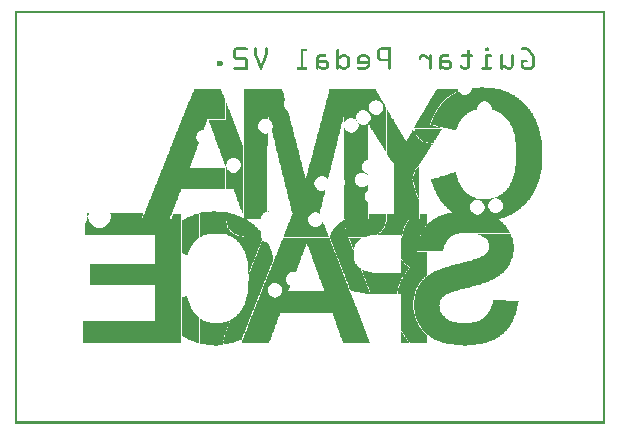
<source format=gbo>
G04 MADE WITH FRITZING*
G04 WWW.FRITZING.ORG*
G04 DOUBLE SIDED*
G04 HOLES PLATED*
G04 CONTOUR ON CENTER OF CONTOUR VECTOR*
%ASAXBY*%
%FSLAX23Y23*%
%MOIN*%
%OFA0B0*%
%SFA1.0B1.0*%
%ADD10R,0.001000X0.001000*%
%LNSILK0*%
G90*
G70*
G36*
X670Y710D02*
X670Y708D01*
X698Y708D01*
X698Y706D01*
X702Y706D01*
X702Y677D01*
X704Y677D01*
X704Y669D01*
X706Y669D01*
X706Y661D01*
X708Y661D01*
X708Y655D01*
X710Y655D01*
X710Y653D01*
X712Y653D01*
X712Y649D01*
X714Y649D01*
X714Y647D01*
X716Y647D01*
X716Y643D01*
X718Y643D01*
X718Y641D01*
X720Y641D01*
X720Y639D01*
X722Y639D01*
X722Y637D01*
X726Y637D01*
X726Y635D01*
X648Y635D01*
X648Y633D01*
X640Y633D01*
X640Y631D01*
X634Y631D01*
X634Y629D01*
X628Y629D01*
X628Y627D01*
X624Y627D01*
X624Y625D01*
X620Y625D01*
X620Y623D01*
X616Y623D01*
X616Y702D01*
X614Y702D01*
X614Y704D01*
X620Y704D01*
X620Y706D01*
X634Y706D01*
X634Y708D01*
X658Y708D01*
X658Y710D01*
X670Y710D01*
G37*
D02*
G36*
X676Y635D02*
X676Y633D01*
X674Y633D01*
X674Y635D01*
X676Y635D01*
G37*
D02*
G36*
X1241Y1050D02*
X1241Y1046D01*
X1243Y1046D01*
X1243Y1044D01*
X1245Y1044D01*
X1245Y1040D01*
X1247Y1040D01*
X1247Y1036D01*
X1249Y1036D01*
X1249Y1032D01*
X1251Y1032D01*
X1251Y1030D01*
X1253Y1030D01*
X1253Y1026D01*
X1255Y1026D01*
X1255Y1022D01*
X1257Y1022D01*
X1257Y1018D01*
X1260Y1018D01*
X1260Y1016D01*
X1262Y1016D01*
X1262Y1012D01*
X1264Y1012D01*
X1264Y1008D01*
X1266Y1008D01*
X1266Y1006D01*
X1268Y1006D01*
X1268Y1002D01*
X1270Y1002D01*
X1270Y998D01*
X1272Y998D01*
X1272Y994D01*
X1274Y994D01*
X1274Y992D01*
X1276Y992D01*
X1276Y988D01*
X1278Y988D01*
X1278Y984D01*
X1280Y984D01*
X1280Y980D01*
X1282Y980D01*
X1282Y978D01*
X1284Y978D01*
X1284Y974D01*
X1286Y974D01*
X1286Y970D01*
X1288Y970D01*
X1288Y968D01*
X1290Y968D01*
X1290Y964D01*
X1292Y964D01*
X1292Y960D01*
X1294Y960D01*
X1294Y956D01*
X1296Y956D01*
X1296Y954D01*
X1298Y954D01*
X1298Y950D01*
X1300Y950D01*
X1300Y946D01*
X1302Y946D01*
X1302Y944D01*
X1239Y944D01*
X1239Y1050D01*
X1241Y1050D01*
G37*
D02*
G36*
X1422Y984D02*
X1422Y980D01*
X1420Y980D01*
X1420Y976D01*
X1332Y976D01*
X1332Y984D01*
X1422Y984D01*
G37*
D02*
G36*
X1418Y976D02*
X1418Y974D01*
X1324Y974D01*
X1324Y976D01*
X1418Y976D01*
G37*
D02*
G36*
X1418Y976D02*
X1418Y974D01*
X1324Y974D01*
X1324Y976D01*
X1418Y976D01*
G37*
D02*
G36*
X1416Y974D02*
X1416Y970D01*
X1414Y970D01*
X1414Y968D01*
X1412Y968D01*
X1412Y964D01*
X1410Y964D01*
X1410Y962D01*
X1408Y962D01*
X1408Y958D01*
X1406Y958D01*
X1406Y954D01*
X1404Y954D01*
X1404Y952D01*
X1402Y952D01*
X1402Y948D01*
X1400Y948D01*
X1400Y946D01*
X1398Y946D01*
X1398Y942D01*
X1396Y942D01*
X1396Y938D01*
X1394Y938D01*
X1394Y936D01*
X1386Y936D01*
X1386Y938D01*
X1378Y938D01*
X1378Y940D01*
X1370Y940D01*
X1370Y942D01*
X1360Y942D01*
X1360Y944D01*
X1358Y944D01*
X1358Y946D01*
X1356Y946D01*
X1356Y948D01*
X1352Y948D01*
X1352Y950D01*
X1350Y950D01*
X1350Y952D01*
X1348Y952D01*
X1348Y954D01*
X1346Y954D01*
X1346Y956D01*
X1344Y956D01*
X1344Y958D01*
X1342Y958D01*
X1342Y960D01*
X1340Y960D01*
X1340Y964D01*
X1338Y964D01*
X1338Y966D01*
X1336Y966D01*
X1336Y968D01*
X1334Y968D01*
X1334Y974D01*
X1416Y974D01*
G37*
D02*
G36*
X1332Y974D02*
X1332Y968D01*
X1320Y968D01*
X1320Y970D01*
X1322Y970D01*
X1322Y974D01*
X1332Y974D01*
G37*
D02*
G36*
X1334Y968D02*
X1334Y966D01*
X1320Y966D01*
X1320Y968D01*
X1334Y968D01*
G37*
D02*
G36*
X1336Y966D02*
X1336Y962D01*
X1338Y962D01*
X1338Y960D01*
X1316Y960D01*
X1316Y964D01*
X1318Y964D01*
X1318Y966D01*
X1336Y966D01*
G37*
D02*
G36*
X1340Y960D02*
X1340Y958D01*
X1314Y958D01*
X1314Y960D01*
X1340Y960D01*
G37*
D02*
G36*
X1342Y958D02*
X1342Y954D01*
X1344Y954D01*
X1344Y952D01*
X1346Y952D01*
X1346Y950D01*
X1310Y950D01*
X1310Y954D01*
X1312Y954D01*
X1312Y956D01*
X1314Y956D01*
X1314Y958D01*
X1342Y958D01*
G37*
D02*
G36*
X1350Y950D02*
X1350Y948D01*
X1308Y948D01*
X1308Y950D01*
X1350Y950D01*
G37*
D02*
G36*
X1352Y948D02*
X1352Y946D01*
X1354Y946D01*
X1354Y944D01*
X1306Y944D01*
X1306Y946D01*
X1308Y946D01*
X1308Y948D01*
X1352Y948D01*
G37*
D02*
G36*
X1358Y944D02*
X1358Y942D01*
X1239Y942D01*
X1239Y944D01*
X1358Y944D01*
G37*
D02*
G36*
X1358Y944D02*
X1358Y942D01*
X1239Y942D01*
X1239Y944D01*
X1358Y944D01*
G37*
D02*
G36*
X1360Y942D02*
X1360Y940D01*
X1239Y940D01*
X1239Y942D01*
X1360Y942D01*
G37*
D02*
G36*
X1370Y940D02*
X1370Y938D01*
X1239Y938D01*
X1239Y940D01*
X1370Y940D01*
G37*
D02*
G36*
X1378Y938D02*
X1378Y936D01*
X1239Y936D01*
X1239Y938D01*
X1378Y938D01*
G37*
D02*
G36*
X1386Y936D02*
X1386Y934D01*
X1392Y934D01*
X1392Y932D01*
X1390Y932D01*
X1390Y930D01*
X1388Y930D01*
X1388Y926D01*
X1386Y926D01*
X1386Y924D01*
X1384Y924D01*
X1384Y920D01*
X1382Y920D01*
X1382Y916D01*
X1380Y916D01*
X1380Y914D01*
X1378Y914D01*
X1378Y910D01*
X1376Y910D01*
X1376Y908D01*
X1374Y908D01*
X1374Y904D01*
X1372Y904D01*
X1372Y900D01*
X1370Y900D01*
X1370Y898D01*
X1368Y898D01*
X1368Y894D01*
X1366Y894D01*
X1366Y892D01*
X1364Y892D01*
X1364Y888D01*
X1362Y888D01*
X1362Y886D01*
X1360Y886D01*
X1360Y882D01*
X1358Y882D01*
X1358Y878D01*
X1356Y878D01*
X1356Y876D01*
X1354Y876D01*
X1354Y872D01*
X1352Y872D01*
X1352Y870D01*
X1350Y870D01*
X1350Y866D01*
X1348Y866D01*
X1348Y862D01*
X1344Y862D01*
X1344Y860D01*
X1342Y860D01*
X1342Y858D01*
X1340Y858D01*
X1340Y854D01*
X1338Y854D01*
X1338Y852D01*
X1336Y852D01*
X1336Y850D01*
X1334Y850D01*
X1334Y846D01*
X1332Y846D01*
X1332Y842D01*
X1330Y842D01*
X1330Y834D01*
X1328Y834D01*
X1328Y826D01*
X1326Y826D01*
X1326Y818D01*
X1324Y818D01*
X1324Y814D01*
X1264Y814D01*
X1264Y866D01*
X1262Y866D01*
X1262Y870D01*
X1260Y870D01*
X1260Y874D01*
X1257Y874D01*
X1257Y876D01*
X1255Y876D01*
X1255Y880D01*
X1253Y880D01*
X1253Y882D01*
X1251Y882D01*
X1251Y886D01*
X1249Y886D01*
X1249Y888D01*
X1247Y888D01*
X1247Y892D01*
X1245Y892D01*
X1245Y896D01*
X1243Y896D01*
X1243Y898D01*
X1241Y898D01*
X1241Y902D01*
X1239Y902D01*
X1239Y936D01*
X1386Y936D01*
G37*
D02*
G36*
X1348Y860D02*
X1348Y854D01*
X1342Y854D01*
X1342Y856D01*
X1344Y856D01*
X1344Y858D01*
X1346Y858D01*
X1346Y860D01*
X1348Y860D01*
G37*
D02*
G36*
X1348Y854D02*
X1348Y852D01*
X1340Y852D01*
X1340Y854D01*
X1348Y854D01*
G37*
D02*
G36*
X1348Y852D02*
X1348Y846D01*
X1336Y846D01*
X1336Y848D01*
X1338Y848D01*
X1338Y852D01*
X1348Y852D01*
G37*
D02*
G36*
X1348Y846D02*
X1348Y842D01*
X1334Y842D01*
X1334Y846D01*
X1348Y846D01*
G37*
D02*
G36*
X1348Y842D02*
X1348Y834D01*
X1332Y834D01*
X1332Y842D01*
X1348Y842D01*
G37*
D02*
G36*
X1348Y834D02*
X1348Y826D01*
X1330Y826D01*
X1330Y834D01*
X1348Y834D01*
G37*
D02*
G36*
X1348Y826D02*
X1348Y818D01*
X1328Y818D01*
X1328Y826D01*
X1348Y826D01*
G37*
D02*
G36*
X1348Y818D02*
X1348Y776D01*
X1336Y776D01*
X1336Y782D01*
X1334Y782D01*
X1334Y788D01*
X1332Y788D01*
X1332Y796D01*
X1330Y796D01*
X1330Y806D01*
X1328Y806D01*
X1328Y814D01*
X1326Y814D01*
X1326Y818D01*
X1348Y818D01*
G37*
D02*
G36*
X1326Y814D02*
X1326Y806D01*
X1264Y806D01*
X1264Y814D01*
X1326Y814D01*
G37*
D02*
G36*
X1328Y806D02*
X1328Y796D01*
X1264Y796D01*
X1264Y806D01*
X1328Y806D01*
G37*
D02*
G36*
X1330Y796D02*
X1330Y788D01*
X1264Y788D01*
X1264Y796D01*
X1330Y796D01*
G37*
D02*
G36*
X1332Y788D02*
X1332Y782D01*
X1264Y782D01*
X1264Y788D01*
X1332Y788D01*
G37*
D02*
G36*
X1334Y782D02*
X1334Y776D01*
X1264Y776D01*
X1264Y782D01*
X1334Y782D01*
G37*
D02*
G36*
X1348Y776D02*
X1348Y774D01*
X1264Y774D01*
X1264Y776D01*
X1348Y776D01*
G37*
D02*
G36*
X1348Y776D02*
X1348Y774D01*
X1264Y774D01*
X1264Y776D01*
X1348Y776D01*
G37*
D02*
G36*
X1348Y774D02*
X1348Y750D01*
X1346Y750D01*
X1346Y754D01*
X1344Y754D01*
X1344Y758D01*
X1342Y758D01*
X1342Y764D01*
X1340Y764D01*
X1340Y770D01*
X1338Y770D01*
X1338Y774D01*
X1348Y774D01*
G37*
D02*
G36*
X1336Y774D02*
X1336Y770D01*
X1264Y770D01*
X1264Y774D01*
X1336Y774D01*
G37*
D02*
G36*
X1338Y770D02*
X1338Y764D01*
X1264Y764D01*
X1264Y770D01*
X1338Y770D01*
G37*
D02*
G36*
X1340Y764D02*
X1340Y758D01*
X1264Y758D01*
X1264Y764D01*
X1340Y764D01*
G37*
D02*
G36*
X1342Y758D02*
X1342Y754D01*
X1264Y754D01*
X1264Y758D01*
X1342Y758D01*
G37*
D02*
G36*
X1344Y754D02*
X1344Y750D01*
X1264Y750D01*
X1264Y754D01*
X1344Y754D01*
G37*
D02*
G36*
X1346Y750D02*
X1346Y744D01*
X1348Y744D01*
X1348Y683D01*
X1312Y683D01*
X1312Y679D01*
X1310Y679D01*
X1310Y677D01*
X1308Y677D01*
X1308Y673D01*
X1306Y673D01*
X1306Y671D01*
X1304Y671D01*
X1304Y667D01*
X1302Y667D01*
X1302Y663D01*
X1300Y663D01*
X1300Y659D01*
X1298Y659D01*
X1298Y655D01*
X1296Y655D01*
X1296Y649D01*
X1294Y649D01*
X1294Y643D01*
X1292Y643D01*
X1292Y635D01*
X1290Y635D01*
X1290Y627D01*
X1288Y627D01*
X1288Y619D01*
X1286Y619D01*
X1286Y629D01*
X1207Y629D01*
X1207Y631D01*
X1211Y631D01*
X1211Y633D01*
X1213Y633D01*
X1213Y635D01*
X1215Y635D01*
X1215Y637D01*
X1219Y637D01*
X1219Y639D01*
X1221Y639D01*
X1221Y641D01*
X1223Y641D01*
X1223Y643D01*
X1225Y643D01*
X1225Y647D01*
X1227Y647D01*
X1227Y649D01*
X1229Y649D01*
X1229Y651D01*
X1231Y651D01*
X1231Y655D01*
X1233Y655D01*
X1233Y659D01*
X1235Y659D01*
X1235Y667D01*
X1237Y667D01*
X1237Y675D01*
X1239Y675D01*
X1239Y702D01*
X1264Y702D01*
X1264Y750D01*
X1346Y750D01*
G37*
D02*
G36*
X1372Y702D02*
X1372Y683D01*
X1350Y683D01*
X1350Y702D01*
X1372Y702D01*
G37*
D02*
G36*
X1372Y683D02*
X1372Y681D01*
X1314Y681D01*
X1314Y683D01*
X1372Y683D01*
G37*
D02*
G36*
X1372Y683D02*
X1372Y681D01*
X1314Y681D01*
X1314Y683D01*
X1372Y683D01*
G37*
D02*
G36*
X1372Y681D02*
X1372Y679D01*
X1314Y679D01*
X1314Y681D01*
X1372Y681D01*
G37*
D02*
G36*
X1372Y679D02*
X1372Y677D01*
X1312Y677D01*
X1312Y679D01*
X1372Y679D01*
G37*
D02*
G36*
X1372Y677D02*
X1372Y673D01*
X1310Y673D01*
X1310Y677D01*
X1372Y677D01*
G37*
D02*
G36*
X1372Y673D02*
X1372Y671D01*
X1308Y671D01*
X1308Y673D01*
X1372Y673D01*
G37*
D02*
G36*
X1372Y671D02*
X1372Y667D01*
X1306Y667D01*
X1306Y671D01*
X1372Y671D01*
G37*
D02*
G36*
X1372Y667D02*
X1372Y663D01*
X1304Y663D01*
X1304Y667D01*
X1372Y667D01*
G37*
D02*
G36*
X1372Y663D02*
X1372Y661D01*
X1370Y661D01*
X1370Y659D01*
X1302Y659D01*
X1302Y663D01*
X1372Y663D01*
G37*
D02*
G36*
X1368Y659D02*
X1368Y657D01*
X1366Y657D01*
X1366Y655D01*
X1300Y655D01*
X1300Y659D01*
X1368Y659D01*
G37*
D02*
G36*
X1366Y655D02*
X1366Y653D01*
X1364Y653D01*
X1364Y651D01*
X1362Y651D01*
X1362Y649D01*
X1298Y649D01*
X1298Y655D01*
X1366Y655D01*
G37*
D02*
G36*
X1362Y649D02*
X1362Y647D01*
X1360Y647D01*
X1360Y645D01*
X1358Y645D01*
X1358Y643D01*
X1296Y643D01*
X1296Y649D01*
X1362Y649D01*
G37*
D02*
G36*
X1358Y643D02*
X1358Y641D01*
X1356Y641D01*
X1356Y637D01*
X1354Y637D01*
X1354Y635D01*
X1294Y635D01*
X1294Y643D01*
X1358Y643D01*
G37*
D02*
G36*
X1354Y635D02*
X1354Y633D01*
X1352Y633D01*
X1352Y629D01*
X1350Y629D01*
X1350Y627D01*
X1292Y627D01*
X1292Y635D01*
X1354Y635D01*
G37*
D02*
G36*
X1350Y627D02*
X1350Y623D01*
X1348Y623D01*
X1348Y619D01*
X1290Y619D01*
X1290Y627D01*
X1350Y627D01*
G37*
D02*
G36*
X1348Y619D02*
X1348Y617D01*
X1346Y617D01*
X1346Y611D01*
X1344Y611D01*
X1344Y601D01*
X1342Y601D01*
X1342Y587D01*
X1340Y587D01*
X1340Y575D01*
X1372Y575D01*
X1372Y493D01*
X1370Y493D01*
X1370Y491D01*
X1366Y491D01*
X1366Y489D01*
X1364Y489D01*
X1364Y487D01*
X1362Y487D01*
X1362Y485D01*
X1360Y485D01*
X1360Y483D01*
X1358Y483D01*
X1358Y479D01*
X1356Y479D01*
X1356Y477D01*
X1354Y477D01*
X1354Y475D01*
X1352Y475D01*
X1352Y473D01*
X1350Y473D01*
X1350Y469D01*
X1348Y469D01*
X1348Y467D01*
X1346Y467D01*
X1346Y463D01*
X1344Y463D01*
X1344Y461D01*
X1342Y461D01*
X1342Y457D01*
X1340Y457D01*
X1340Y453D01*
X1338Y453D01*
X1338Y447D01*
X1336Y447D01*
X1336Y443D01*
X1334Y443D01*
X1334Y435D01*
X1332Y435D01*
X1332Y427D01*
X1330Y427D01*
X1330Y413D01*
X1328Y413D01*
X1328Y381D01*
X1330Y381D01*
X1330Y367D01*
X1332Y367D01*
X1332Y359D01*
X1334Y359D01*
X1334Y353D01*
X1336Y353D01*
X1336Y349D01*
X1338Y349D01*
X1338Y343D01*
X1340Y343D01*
X1340Y339D01*
X1342Y339D01*
X1342Y335D01*
X1344Y335D01*
X1344Y331D01*
X1346Y331D01*
X1346Y329D01*
X1348Y329D01*
X1348Y324D01*
X1350Y324D01*
X1350Y320D01*
X1352Y320D01*
X1352Y318D01*
X1354Y318D01*
X1354Y316D01*
X1356Y316D01*
X1356Y314D01*
X1358Y314D01*
X1358Y310D01*
X1360Y310D01*
X1360Y308D01*
X1362Y308D01*
X1362Y306D01*
X1364Y306D01*
X1364Y304D01*
X1366Y304D01*
X1366Y302D01*
X1368Y302D01*
X1368Y300D01*
X1370Y300D01*
X1370Y298D01*
X1372Y298D01*
X1372Y270D01*
X1316Y270D01*
X1316Y274D01*
X1314Y274D01*
X1314Y276D01*
X1312Y276D01*
X1312Y278D01*
X1310Y278D01*
X1310Y282D01*
X1308Y282D01*
X1308Y284D01*
X1306Y284D01*
X1306Y286D01*
X1304Y286D01*
X1304Y290D01*
X1302Y290D01*
X1302Y292D01*
X1300Y292D01*
X1300Y296D01*
X1298Y296D01*
X1298Y298D01*
X1296Y298D01*
X1296Y302D01*
X1294Y302D01*
X1294Y306D01*
X1292Y306D01*
X1292Y308D01*
X1290Y308D01*
X1290Y312D01*
X1288Y312D01*
X1288Y318D01*
X1286Y318D01*
X1286Y433D01*
X1274Y433D01*
X1274Y435D01*
X1276Y435D01*
X1276Y445D01*
X1278Y445D01*
X1278Y453D01*
X1280Y453D01*
X1280Y461D01*
X1282Y461D01*
X1282Y467D01*
X1284Y467D01*
X1284Y473D01*
X1286Y473D01*
X1286Y477D01*
X1288Y477D01*
X1288Y483D01*
X1290Y483D01*
X1290Y485D01*
X1292Y485D01*
X1292Y489D01*
X1294Y489D01*
X1294Y493D01*
X1296Y493D01*
X1296Y495D01*
X1298Y495D01*
X1298Y499D01*
X1300Y499D01*
X1300Y501D01*
X1302Y501D01*
X1302Y505D01*
X1304Y505D01*
X1304Y507D01*
X1306Y507D01*
X1306Y509D01*
X1308Y509D01*
X1308Y513D01*
X1310Y513D01*
X1310Y515D01*
X1312Y515D01*
X1312Y517D01*
X1314Y517D01*
X1314Y519D01*
X1316Y519D01*
X1316Y525D01*
X1312Y525D01*
X1312Y527D01*
X1310Y527D01*
X1310Y529D01*
X1306Y529D01*
X1306Y531D01*
X1304Y531D01*
X1304Y533D01*
X1302Y533D01*
X1302Y535D01*
X1300Y535D01*
X1300Y537D01*
X1298Y537D01*
X1298Y539D01*
X1296Y539D01*
X1296Y541D01*
X1294Y541D01*
X1294Y545D01*
X1292Y545D01*
X1292Y547D01*
X1290Y547D01*
X1290Y551D01*
X1288Y551D01*
X1288Y559D01*
X1286Y559D01*
X1286Y611D01*
X1288Y611D01*
X1288Y619D01*
X1348Y619D01*
G37*
D02*
G36*
X614Y702D02*
X614Y619D01*
X610Y619D01*
X610Y617D01*
X608Y617D01*
X608Y615D01*
X606Y615D01*
X606Y613D01*
X604Y613D01*
X604Y611D01*
X602Y611D01*
X602Y609D01*
X600Y609D01*
X600Y607D01*
X598Y607D01*
X598Y605D01*
X596Y605D01*
X596Y603D01*
X594Y603D01*
X594Y601D01*
X592Y601D01*
X592Y597D01*
X590Y597D01*
X590Y595D01*
X588Y595D01*
X588Y591D01*
X586Y591D01*
X586Y587D01*
X584Y587D01*
X584Y583D01*
X582Y583D01*
X582Y579D01*
X580Y579D01*
X580Y573D01*
X578Y573D01*
X578Y567D01*
X576Y567D01*
X576Y565D01*
X568Y565D01*
X568Y567D01*
X560Y567D01*
X560Y569D01*
X556Y569D01*
X556Y679D01*
X560Y679D01*
X560Y681D01*
X562Y681D01*
X562Y683D01*
X566Y683D01*
X566Y685D01*
X570Y685D01*
X570Y687D01*
X574Y687D01*
X574Y689D01*
X578Y689D01*
X578Y691D01*
X582Y691D01*
X582Y693D01*
X586Y693D01*
X586Y695D01*
X592Y695D01*
X592Y698D01*
X598Y698D01*
X598Y700D01*
X604Y700D01*
X604Y702D01*
X614Y702D01*
G37*
D02*
G36*
X702Y1014D02*
X702Y860D01*
X700Y860D01*
X700Y866D01*
X698Y866D01*
X698Y872D01*
X696Y872D01*
X696Y876D01*
X694Y876D01*
X694Y882D01*
X692Y882D01*
X692Y888D01*
X690Y888D01*
X690Y894D01*
X688Y894D01*
X688Y898D01*
X686Y898D01*
X686Y904D01*
X684Y904D01*
X684Y910D01*
X682Y910D01*
X682Y916D01*
X680Y916D01*
X680Y920D01*
X678Y920D01*
X678Y926D01*
X676Y926D01*
X676Y932D01*
X674Y932D01*
X674Y938D01*
X672Y938D01*
X672Y942D01*
X670Y942D01*
X670Y948D01*
X668Y948D01*
X668Y954D01*
X666Y954D01*
X666Y960D01*
X664Y960D01*
X664Y964D01*
X662Y964D01*
X662Y970D01*
X660Y970D01*
X660Y976D01*
X658Y976D01*
X658Y982D01*
X656Y982D01*
X656Y986D01*
X654Y986D01*
X654Y992D01*
X652Y992D01*
X652Y998D01*
X650Y998D01*
X650Y1004D01*
X648Y1004D01*
X648Y1008D01*
X646Y1008D01*
X646Y1014D01*
X702Y1014D01*
G37*
D02*
G36*
X554Y702D02*
X554Y683D01*
X522Y683D01*
X522Y689D01*
X524Y689D01*
X524Y693D01*
X526Y693D01*
X526Y700D01*
X528Y700D01*
X528Y702D01*
X554Y702D01*
G37*
D02*
G36*
X1157Y621D02*
X1157Y619D01*
X1155Y619D01*
X1155Y617D01*
X1151Y617D01*
X1151Y615D01*
X1149Y615D01*
X1149Y613D01*
X1147Y613D01*
X1147Y611D01*
X1145Y611D01*
X1145Y609D01*
X1143Y609D01*
X1143Y607D01*
X1141Y607D01*
X1141Y605D01*
X1139Y605D01*
X1139Y603D01*
X1137Y603D01*
X1137Y599D01*
X1135Y599D01*
X1135Y595D01*
X1133Y595D01*
X1133Y591D01*
X1131Y591D01*
X1131Y585D01*
X1127Y585D01*
X1127Y591D01*
X1125Y591D01*
X1125Y595D01*
X1123Y595D01*
X1123Y601D01*
X1121Y601D01*
X1121Y605D01*
X1119Y605D01*
X1119Y611D01*
X1117Y611D01*
X1117Y617D01*
X1115Y617D01*
X1115Y621D01*
X1157Y621D01*
G37*
D02*
G36*
X710Y706D02*
X710Y704D01*
X720Y704D01*
X720Y702D01*
X726Y702D01*
X726Y700D01*
X734Y700D01*
X734Y698D01*
X740Y698D01*
X740Y695D01*
X744Y695D01*
X744Y693D01*
X750Y693D01*
X750Y691D01*
X754Y691D01*
X754Y689D01*
X758Y689D01*
X758Y687D01*
X762Y687D01*
X762Y683D01*
X704Y683D01*
X704Y706D01*
X710Y706D01*
G37*
D02*
G36*
X1237Y702D02*
X1237Y683D01*
X1179Y683D01*
X1179Y700D01*
X1211Y700D01*
X1211Y702D01*
X1237Y702D01*
G37*
D02*
G36*
X1237Y683D02*
X1237Y681D01*
X1099Y681D01*
X1099Y683D01*
X1237Y683D01*
G37*
D02*
G36*
X1237Y683D02*
X1237Y681D01*
X1099Y681D01*
X1099Y683D01*
X1237Y683D01*
G37*
D02*
G36*
X770Y683D02*
X770Y681D01*
X704Y681D01*
X704Y683D01*
X770Y683D01*
G37*
D02*
G36*
X770Y683D02*
X770Y681D01*
X704Y681D01*
X704Y683D01*
X770Y683D01*
G37*
D02*
G36*
X1237Y681D02*
X1237Y675D01*
X1235Y675D01*
X1235Y667D01*
X1233Y667D01*
X1233Y659D01*
X1231Y659D01*
X1231Y655D01*
X1229Y655D01*
X1229Y653D01*
X1101Y653D01*
X1101Y651D01*
X1065Y651D01*
X1065Y653D01*
X1067Y653D01*
X1067Y657D01*
X1069Y657D01*
X1069Y659D01*
X1071Y659D01*
X1071Y661D01*
X1073Y661D01*
X1073Y663D01*
X1075Y663D01*
X1075Y665D01*
X1077Y665D01*
X1077Y667D01*
X1079Y667D01*
X1079Y669D01*
X1081Y669D01*
X1081Y671D01*
X1085Y671D01*
X1085Y673D01*
X1087Y673D01*
X1087Y675D01*
X1089Y675D01*
X1089Y677D01*
X1093Y677D01*
X1093Y679D01*
X1095Y679D01*
X1095Y681D01*
X1237Y681D01*
G37*
D02*
G36*
X1227Y653D02*
X1227Y651D01*
X1103Y651D01*
X1103Y653D01*
X1227Y653D01*
G37*
D02*
G36*
X1227Y651D02*
X1227Y649D01*
X1063Y649D01*
X1063Y651D01*
X1227Y651D01*
G37*
D02*
G36*
X1227Y651D02*
X1227Y649D01*
X1063Y649D01*
X1063Y651D01*
X1227Y651D01*
G37*
D02*
G36*
X1225Y649D02*
X1225Y647D01*
X1223Y647D01*
X1223Y643D01*
X1221Y643D01*
X1221Y641D01*
X1219Y641D01*
X1219Y639D01*
X1215Y639D01*
X1215Y637D01*
X1213Y637D01*
X1213Y635D01*
X1209Y635D01*
X1209Y633D01*
X1207Y633D01*
X1207Y631D01*
X1203Y631D01*
X1203Y629D01*
X1185Y629D01*
X1185Y627D01*
X1173Y627D01*
X1173Y625D01*
X1167Y625D01*
X1167Y623D01*
X1111Y623D01*
X1111Y621D01*
X1113Y621D01*
X1113Y617D01*
X1115Y617D01*
X1115Y611D01*
X1117Y611D01*
X1117Y605D01*
X1119Y605D01*
X1119Y601D01*
X1121Y601D01*
X1121Y595D01*
X1123Y595D01*
X1123Y591D01*
X1125Y591D01*
X1125Y585D01*
X1127Y585D01*
X1127Y581D01*
X1129Y581D01*
X1129Y551D01*
X1131Y551D01*
X1131Y545D01*
X1133Y545D01*
X1133Y539D01*
X1135Y539D01*
X1135Y535D01*
X1137Y535D01*
X1137Y533D01*
X1139Y533D01*
X1139Y529D01*
X1141Y529D01*
X1141Y527D01*
X1143Y527D01*
X1143Y525D01*
X1145Y525D01*
X1145Y523D01*
X1147Y523D01*
X1147Y521D01*
X1149Y521D01*
X1149Y519D01*
X1153Y519D01*
X1153Y513D01*
X1091Y513D01*
X1091Y519D01*
X1089Y519D01*
X1089Y523D01*
X1087Y523D01*
X1087Y529D01*
X1085Y529D01*
X1085Y535D01*
X1083Y535D01*
X1083Y539D01*
X1081Y539D01*
X1081Y545D01*
X1079Y545D01*
X1079Y549D01*
X1077Y549D01*
X1077Y555D01*
X1075Y555D01*
X1075Y559D01*
X1073Y559D01*
X1073Y565D01*
X1071Y565D01*
X1071Y571D01*
X1069Y571D01*
X1069Y575D01*
X1067Y575D01*
X1067Y581D01*
X1065Y581D01*
X1065Y585D01*
X1063Y585D01*
X1063Y591D01*
X1061Y591D01*
X1061Y595D01*
X1059Y595D01*
X1059Y601D01*
X1057Y601D01*
X1057Y607D01*
X1055Y607D01*
X1055Y611D01*
X1053Y611D01*
X1053Y617D01*
X1051Y617D01*
X1051Y621D01*
X1049Y621D01*
X1049Y627D01*
X1051Y627D01*
X1051Y631D01*
X1053Y631D01*
X1053Y635D01*
X1055Y635D01*
X1055Y639D01*
X1057Y639D01*
X1057Y643D01*
X1059Y643D01*
X1059Y645D01*
X1061Y645D01*
X1061Y649D01*
X1225Y649D01*
G37*
D02*
G36*
X1049Y621D02*
X1049Y615D01*
X1051Y615D01*
X1051Y611D01*
X891Y611D01*
X891Y613D01*
X893Y613D01*
X893Y619D01*
X895Y619D01*
X895Y621D01*
X1049Y621D01*
G37*
D02*
G36*
X1053Y611D02*
X1053Y605D01*
X1055Y605D01*
X1055Y601D01*
X971Y601D01*
X971Y597D01*
X969Y597D01*
X969Y591D01*
X967Y591D01*
X967Y585D01*
X965Y585D01*
X965Y581D01*
X963Y581D01*
X963Y575D01*
X961Y575D01*
X961Y569D01*
X959Y569D01*
X959Y563D01*
X957Y563D01*
X957Y559D01*
X955Y559D01*
X955Y553D01*
X953Y553D01*
X953Y547D01*
X951Y547D01*
X951Y543D01*
X949Y543D01*
X949Y539D01*
X862Y539D01*
X862Y543D01*
X864Y543D01*
X864Y549D01*
X866Y549D01*
X866Y553D01*
X868Y553D01*
X868Y559D01*
X870Y559D01*
X870Y563D01*
X872Y563D01*
X872Y569D01*
X874Y569D01*
X874Y573D01*
X876Y573D01*
X876Y579D01*
X878Y579D01*
X878Y583D01*
X880Y583D01*
X880Y589D01*
X882Y589D01*
X882Y593D01*
X884Y593D01*
X884Y599D01*
X886Y599D01*
X886Y603D01*
X888Y603D01*
X888Y609D01*
X891Y609D01*
X891Y611D01*
X1053Y611D01*
G37*
D02*
G36*
X1057Y601D02*
X1057Y595D01*
X975Y595D01*
X975Y601D01*
X1057Y601D01*
G37*
D02*
G36*
X1059Y595D02*
X1059Y589D01*
X1061Y589D01*
X1061Y585D01*
X979Y585D01*
X979Y591D01*
X977Y591D01*
X977Y595D01*
X1059Y595D01*
G37*
D02*
G36*
X1063Y585D02*
X1063Y579D01*
X1065Y579D01*
X1065Y575D01*
X983Y575D01*
X983Y579D01*
X981Y579D01*
X981Y585D01*
X1063Y585D01*
G37*
D02*
G36*
X1067Y575D02*
X1067Y569D01*
X1069Y569D01*
X1069Y565D01*
X987Y565D01*
X987Y569D01*
X985Y569D01*
X985Y573D01*
X983Y573D01*
X983Y575D01*
X1067Y575D01*
G37*
D02*
G36*
X1071Y565D02*
X1071Y559D01*
X989Y559D01*
X989Y563D01*
X987Y563D01*
X987Y565D01*
X1071Y565D01*
G37*
D02*
G36*
X1073Y559D02*
X1073Y553D01*
X1075Y553D01*
X1075Y549D01*
X993Y549D01*
X993Y551D01*
X991Y551D01*
X991Y557D01*
X989Y557D01*
X989Y559D01*
X1073Y559D01*
G37*
D02*
G36*
X1288Y551D02*
X1288Y547D01*
X1290Y547D01*
X1290Y545D01*
X1292Y545D01*
X1292Y541D01*
X1294Y541D01*
X1294Y539D01*
X1296Y539D01*
X1296Y535D01*
X1298Y535D01*
X1298Y533D01*
X1300Y533D01*
X1300Y531D01*
X1304Y531D01*
X1304Y529D01*
X1306Y529D01*
X1306Y527D01*
X1310Y527D01*
X1310Y525D01*
X1312Y525D01*
X1312Y523D01*
X1314Y523D01*
X1314Y521D01*
X1312Y521D01*
X1312Y517D01*
X1310Y517D01*
X1310Y515D01*
X1308Y515D01*
X1308Y513D01*
X1306Y513D01*
X1306Y511D01*
X1304Y511D01*
X1304Y507D01*
X1302Y507D01*
X1302Y505D01*
X1286Y505D01*
X1286Y551D01*
X1288Y551D01*
G37*
D02*
G36*
X1077Y549D02*
X1077Y543D01*
X1079Y543D01*
X1079Y539D01*
X997Y539D01*
X997Y541D01*
X995Y541D01*
X995Y547D01*
X993Y547D01*
X993Y549D01*
X1077Y549D01*
G37*
D02*
G36*
X1081Y539D02*
X1081Y533D01*
X1083Y533D01*
X1083Y529D01*
X999Y529D01*
X999Y535D01*
X997Y535D01*
X997Y539D01*
X1081Y539D01*
G37*
D02*
G36*
X949Y539D02*
X949Y537D01*
X947Y537D01*
X947Y531D01*
X945Y531D01*
X945Y529D01*
X858Y529D01*
X858Y533D01*
X860Y533D01*
X860Y539D01*
X949Y539D01*
G37*
D02*
G36*
X1085Y529D02*
X1085Y523D01*
X1003Y523D01*
X1003Y525D01*
X1001Y525D01*
X1001Y529D01*
X1085Y529D01*
G37*
D02*
G36*
X945Y529D02*
X945Y527D01*
X943Y527D01*
X943Y521D01*
X941Y521D01*
X941Y519D01*
X854Y519D01*
X854Y523D01*
X856Y523D01*
X856Y529D01*
X945Y529D01*
G37*
D02*
G36*
X1087Y523D02*
X1087Y517D01*
X1089Y517D01*
X1089Y513D01*
X1005Y513D01*
X1005Y519D01*
X1003Y519D01*
X1003Y523D01*
X1087Y523D01*
G37*
D02*
G36*
X941Y519D02*
X941Y515D01*
X939Y515D01*
X939Y511D01*
X937Y511D01*
X937Y509D01*
X850Y509D01*
X850Y513D01*
X852Y513D01*
X852Y519D01*
X941Y519D01*
G37*
D02*
G36*
X1159Y515D02*
X1159Y513D01*
X1163Y513D01*
X1163Y511D01*
X1169Y511D01*
X1169Y509D01*
X1177Y509D01*
X1177Y507D01*
X1191Y507D01*
X1191Y505D01*
X1159Y505D01*
X1159Y509D01*
X1157Y509D01*
X1157Y513D01*
X1155Y513D01*
X1155Y515D01*
X1159Y515D01*
G37*
D02*
G36*
X1155Y513D02*
X1155Y509D01*
X1093Y509D01*
X1093Y513D01*
X1155Y513D01*
G37*
D02*
G36*
X1091Y513D02*
X1091Y507D01*
X1093Y507D01*
X1093Y503D01*
X1009Y503D01*
X1009Y507D01*
X1007Y507D01*
X1007Y513D01*
X1091Y513D01*
G37*
D02*
G36*
X1157Y509D02*
X1157Y503D01*
X1095Y503D01*
X1095Y509D01*
X1157Y509D01*
G37*
D02*
G36*
X1300Y505D02*
X1300Y503D01*
X1159Y503D01*
X1159Y505D01*
X1300Y505D01*
G37*
D02*
G36*
X1300Y505D02*
X1300Y503D01*
X1159Y503D01*
X1159Y505D01*
X1300Y505D01*
G37*
D02*
G36*
X1300Y503D02*
X1300Y501D01*
X1298Y501D01*
X1298Y499D01*
X1296Y499D01*
X1296Y495D01*
X1294Y495D01*
X1294Y493D01*
X1292Y493D01*
X1292Y489D01*
X1290Y489D01*
X1290Y487D01*
X1288Y487D01*
X1288Y483D01*
X1286Y483D01*
X1286Y477D01*
X1284Y477D01*
X1284Y473D01*
X1171Y473D01*
X1171Y477D01*
X1169Y477D01*
X1169Y483D01*
X1167Y483D01*
X1167Y487D01*
X1165Y487D01*
X1165Y493D01*
X1163Y493D01*
X1163Y497D01*
X1161Y497D01*
X1161Y503D01*
X1300Y503D01*
G37*
D02*
G36*
X1159Y503D02*
X1159Y497D01*
X1099Y497D01*
X1099Y499D01*
X1097Y499D01*
X1097Y503D01*
X1159Y503D01*
G37*
D02*
G36*
X1095Y503D02*
X1095Y497D01*
X1097Y497D01*
X1097Y491D01*
X1099Y491D01*
X1099Y487D01*
X1015Y487D01*
X1015Y491D01*
X1013Y491D01*
X1013Y497D01*
X1011Y497D01*
X1011Y503D01*
X1095Y503D01*
G37*
D02*
G36*
X1161Y497D02*
X1161Y493D01*
X1099Y493D01*
X1099Y497D01*
X1161Y497D01*
G37*
D02*
G36*
X1163Y493D02*
X1163Y487D01*
X1101Y487D01*
X1101Y493D01*
X1163Y493D01*
G37*
D02*
G36*
X1165Y487D02*
X1165Y483D01*
X1103Y483D01*
X1103Y487D01*
X1165Y487D01*
G37*
D02*
G36*
X1101Y487D02*
X1101Y481D01*
X1103Y481D01*
X1103Y477D01*
X1019Y477D01*
X1019Y481D01*
X1017Y481D01*
X1017Y485D01*
X1015Y485D01*
X1015Y487D01*
X1101Y487D01*
G37*
D02*
G36*
X1167Y483D02*
X1167Y477D01*
X1105Y477D01*
X1105Y483D01*
X1167Y483D01*
G37*
D02*
G36*
X1169Y477D02*
X1169Y473D01*
X1107Y473D01*
X1107Y477D01*
X1169Y477D01*
G37*
D02*
G36*
X1105Y477D02*
X1105Y471D01*
X1107Y471D01*
X1107Y467D01*
X1023Y467D01*
X1023Y469D01*
X1021Y469D01*
X1021Y475D01*
X1019Y475D01*
X1019Y477D01*
X1105Y477D01*
G37*
D02*
G36*
X1282Y473D02*
X1282Y471D01*
X1109Y471D01*
X1109Y473D01*
X1282Y473D01*
G37*
D02*
G36*
X1282Y473D02*
X1282Y471D01*
X1109Y471D01*
X1109Y473D01*
X1282Y473D01*
G37*
D02*
G36*
X1282Y471D02*
X1282Y467D01*
X1280Y467D01*
X1280Y461D01*
X1278Y461D01*
X1278Y453D01*
X1276Y453D01*
X1276Y445D01*
X1274Y445D01*
X1274Y437D01*
X1185Y437D01*
X1185Y441D01*
X1183Y441D01*
X1183Y447D01*
X1181Y447D01*
X1181Y451D01*
X1179Y451D01*
X1179Y457D01*
X1177Y457D01*
X1177Y461D01*
X1175Y461D01*
X1175Y467D01*
X1173Y467D01*
X1173Y471D01*
X1282Y471D01*
G37*
D02*
G36*
X1171Y471D02*
X1171Y467D01*
X1109Y467D01*
X1109Y471D01*
X1171Y471D01*
G37*
D02*
G36*
X1173Y467D02*
X1173Y461D01*
X1113Y461D01*
X1113Y463D01*
X1111Y463D01*
X1111Y467D01*
X1173Y467D01*
G37*
D02*
G36*
X1109Y467D02*
X1109Y461D01*
X1111Y461D01*
X1111Y455D01*
X1113Y455D01*
X1113Y451D01*
X1029Y451D01*
X1029Y453D01*
X1027Y453D01*
X1027Y459D01*
X1025Y459D01*
X1025Y463D01*
X1023Y463D01*
X1023Y467D01*
X1109Y467D01*
G37*
D02*
G36*
X1175Y461D02*
X1175Y457D01*
X1113Y457D01*
X1113Y461D01*
X1175Y461D01*
G37*
D02*
G36*
X1177Y457D02*
X1177Y451D01*
X1115Y451D01*
X1115Y457D01*
X1177Y457D01*
G37*
D02*
G36*
X1179Y451D02*
X1179Y447D01*
X1117Y447D01*
X1117Y451D01*
X1179Y451D01*
G37*
D02*
G36*
X1115Y451D02*
X1115Y445D01*
X1117Y445D01*
X1117Y441D01*
X1031Y441D01*
X1031Y447D01*
X1029Y447D01*
X1029Y451D01*
X1115Y451D01*
G37*
D02*
G36*
X1181Y447D02*
X1181Y441D01*
X1129Y441D01*
X1129Y443D01*
X1123Y443D01*
X1123Y445D01*
X1119Y445D01*
X1119Y447D01*
X1181Y447D01*
G37*
D02*
G36*
X1183Y441D02*
X1183Y437D01*
X1149Y437D01*
X1149Y439D01*
X1137Y439D01*
X1137Y441D01*
X1183Y441D01*
G37*
D02*
G36*
X1274Y437D02*
X1274Y435D01*
X1167Y435D01*
X1167Y437D01*
X1274Y437D01*
G37*
D02*
G36*
X1274Y437D02*
X1274Y435D01*
X1167Y435D01*
X1167Y437D01*
X1274Y437D01*
G37*
D02*
G36*
X1272Y435D02*
X1272Y433D01*
X1211Y433D01*
X1211Y435D01*
X1272Y435D01*
G37*
D02*
G36*
X1127Y419D02*
X1127Y415D01*
X1129Y415D01*
X1129Y409D01*
X810Y409D01*
X810Y413D01*
X812Y413D01*
X812Y419D01*
X1127Y419D01*
G37*
D02*
G36*
X1131Y409D02*
X1131Y405D01*
X1133Y405D01*
X1133Y399D01*
X806Y399D01*
X806Y403D01*
X808Y403D01*
X808Y409D01*
X1131Y409D01*
G37*
D02*
G36*
X1135Y399D02*
X1135Y395D01*
X1137Y395D01*
X1137Y389D01*
X802Y389D01*
X802Y393D01*
X804Y393D01*
X804Y399D01*
X1135Y399D01*
G37*
D02*
G36*
X1139Y389D02*
X1139Y383D01*
X1141Y383D01*
X1141Y379D01*
X798Y379D01*
X798Y383D01*
X800Y383D01*
X800Y389D01*
X1139Y389D01*
G37*
D02*
G36*
X1143Y379D02*
X1143Y373D01*
X1145Y373D01*
X1145Y369D01*
X1147Y369D01*
X1147Y363D01*
X1149Y363D01*
X1149Y359D01*
X1151Y359D01*
X1151Y353D01*
X1153Y353D01*
X1153Y347D01*
X1155Y347D01*
X1155Y343D01*
X1157Y343D01*
X1157Y337D01*
X1159Y337D01*
X1159Y333D01*
X1161Y333D01*
X1161Y327D01*
X1163Y327D01*
X1163Y320D01*
X1165Y320D01*
X1165Y316D01*
X1167Y316D01*
X1167Y310D01*
X1169Y310D01*
X1169Y306D01*
X1171Y306D01*
X1171Y300D01*
X1173Y300D01*
X1173Y296D01*
X1175Y296D01*
X1175Y290D01*
X1177Y290D01*
X1177Y284D01*
X1179Y284D01*
X1179Y280D01*
X1181Y280D01*
X1181Y274D01*
X1183Y274D01*
X1183Y270D01*
X1093Y270D01*
X1093Y276D01*
X1091Y276D01*
X1091Y282D01*
X1089Y282D01*
X1089Y288D01*
X1087Y288D01*
X1087Y292D01*
X1085Y292D01*
X1085Y298D01*
X1083Y298D01*
X1083Y304D01*
X1081Y304D01*
X1081Y310D01*
X1079Y310D01*
X1079Y314D01*
X1077Y314D01*
X1077Y320D01*
X1075Y320D01*
X1075Y327D01*
X1073Y327D01*
X1073Y331D01*
X1071Y331D01*
X1071Y337D01*
X1069Y337D01*
X1069Y343D01*
X1067Y343D01*
X1067Y349D01*
X1065Y349D01*
X1065Y353D01*
X1063Y353D01*
X1063Y359D01*
X1061Y359D01*
X1061Y365D01*
X1059Y365D01*
X1059Y369D01*
X794Y369D01*
X794Y373D01*
X796Y373D01*
X796Y379D01*
X1143Y379D01*
G37*
D02*
G36*
X884Y369D02*
X884Y367D01*
X882Y367D01*
X882Y361D01*
X880Y361D01*
X880Y359D01*
X790Y359D01*
X790Y363D01*
X792Y363D01*
X792Y369D01*
X884Y369D01*
G37*
D02*
G36*
X880Y359D02*
X880Y357D01*
X878Y357D01*
X878Y351D01*
X876Y351D01*
X876Y349D01*
X786Y349D01*
X786Y353D01*
X788Y353D01*
X788Y359D01*
X880Y359D01*
G37*
D02*
G36*
X876Y349D02*
X876Y347D01*
X874Y347D01*
X874Y341D01*
X872Y341D01*
X872Y339D01*
X782Y339D01*
X782Y343D01*
X784Y343D01*
X784Y349D01*
X876Y349D01*
G37*
D02*
G36*
X872Y339D02*
X872Y335D01*
X870Y335D01*
X870Y333D01*
X780Y333D01*
X780Y339D01*
X872Y339D01*
G37*
D02*
G36*
X870Y333D02*
X870Y331D01*
X868Y331D01*
X868Y324D01*
X866Y324D01*
X866Y322D01*
X776Y322D01*
X776Y327D01*
X778Y327D01*
X778Y333D01*
X870Y333D01*
G37*
D02*
G36*
X866Y322D02*
X866Y318D01*
X864Y318D01*
X864Y314D01*
X862Y314D01*
X862Y312D01*
X772Y312D01*
X772Y316D01*
X774Y316D01*
X774Y322D01*
X866Y322D01*
G37*
D02*
G36*
X862Y312D02*
X862Y308D01*
X860Y308D01*
X860Y304D01*
X858Y304D01*
X858Y302D01*
X768Y302D01*
X768Y306D01*
X770Y306D01*
X770Y312D01*
X862Y312D01*
G37*
D02*
G36*
X858Y302D02*
X858Y298D01*
X856Y298D01*
X856Y292D01*
X764Y292D01*
X764Y296D01*
X766Y296D01*
X766Y302D01*
X858Y302D01*
G37*
D02*
G36*
X854Y292D02*
X854Y288D01*
X852Y288D01*
X852Y282D01*
X760Y282D01*
X760Y286D01*
X762Y286D01*
X762Y292D01*
X854Y292D01*
G37*
D02*
G36*
X850Y282D02*
X850Y278D01*
X848Y278D01*
X848Y272D01*
X846Y272D01*
X846Y270D01*
X754Y270D01*
X754Y272D01*
X756Y272D01*
X756Y276D01*
X758Y276D01*
X758Y282D01*
X850Y282D01*
G37*
D02*
G36*
X1121Y443D02*
X1121Y441D01*
X1119Y441D01*
X1119Y443D01*
X1121Y443D01*
G37*
D02*
G36*
X574Y427D02*
X574Y421D01*
X576Y421D01*
X576Y415D01*
X578Y415D01*
X578Y409D01*
X580Y409D01*
X580Y403D01*
X582Y403D01*
X582Y397D01*
X584Y397D01*
X584Y393D01*
X586Y393D01*
X586Y389D01*
X588Y389D01*
X588Y385D01*
X590Y385D01*
X590Y381D01*
X592Y381D01*
X592Y379D01*
X594Y379D01*
X594Y375D01*
X596Y375D01*
X596Y373D01*
X598Y373D01*
X598Y369D01*
X600Y369D01*
X600Y367D01*
X602Y367D01*
X602Y365D01*
X604Y365D01*
X604Y363D01*
X606Y363D01*
X606Y361D01*
X608Y361D01*
X608Y359D01*
X610Y359D01*
X610Y357D01*
X612Y357D01*
X612Y355D01*
X614Y355D01*
X614Y270D01*
X608Y270D01*
X608Y272D01*
X602Y272D01*
X602Y274D01*
X596Y274D01*
X596Y276D01*
X592Y276D01*
X592Y278D01*
X586Y278D01*
X586Y280D01*
X582Y280D01*
X582Y282D01*
X578Y282D01*
X578Y284D01*
X574Y284D01*
X574Y286D01*
X570Y286D01*
X570Y288D01*
X568Y288D01*
X568Y290D01*
X564Y290D01*
X564Y292D01*
X560Y292D01*
X560Y294D01*
X558Y294D01*
X558Y296D01*
X556Y296D01*
X556Y423D01*
X562Y423D01*
X562Y425D01*
X568Y425D01*
X568Y427D01*
X574Y427D01*
G37*
D02*
G36*
X1470Y840D02*
X1470Y832D01*
X1472Y832D01*
X1472Y826D01*
X1474Y826D01*
X1474Y820D01*
X1476Y820D01*
X1476Y814D01*
X1478Y814D01*
X1478Y808D01*
X1480Y808D01*
X1480Y804D01*
X1482Y804D01*
X1482Y800D01*
X1484Y800D01*
X1484Y796D01*
X1486Y796D01*
X1486Y792D01*
X1488Y792D01*
X1488Y790D01*
X1490Y790D01*
X1490Y786D01*
X1492Y786D01*
X1492Y784D01*
X1494Y784D01*
X1494Y782D01*
X1496Y782D01*
X1496Y780D01*
X1498Y780D01*
X1498Y776D01*
X1500Y776D01*
X1500Y774D01*
X1502Y774D01*
X1502Y772D01*
X1504Y772D01*
X1504Y770D01*
X1508Y770D01*
X1508Y768D01*
X1510Y768D01*
X1510Y766D01*
X1512Y766D01*
X1512Y764D01*
X1516Y764D01*
X1516Y762D01*
X1518Y762D01*
X1518Y760D01*
X1522Y760D01*
X1522Y758D01*
X1526Y758D01*
X1526Y756D01*
X1532Y756D01*
X1532Y754D01*
X1536Y754D01*
X1536Y752D01*
X1544Y752D01*
X1544Y750D01*
X1414Y750D01*
X1414Y754D01*
X1412Y754D01*
X1412Y756D01*
X1410Y756D01*
X1410Y760D01*
X1408Y760D01*
X1408Y764D01*
X1406Y764D01*
X1406Y768D01*
X1404Y768D01*
X1404Y772D01*
X1402Y772D01*
X1402Y776D01*
X1400Y776D01*
X1400Y780D01*
X1398Y780D01*
X1398Y786D01*
X1396Y786D01*
X1396Y790D01*
X1394Y790D01*
X1394Y796D01*
X1392Y796D01*
X1392Y802D01*
X1390Y802D01*
X1390Y808D01*
X1388Y808D01*
X1388Y814D01*
X1386Y814D01*
X1386Y816D01*
X1392Y816D01*
X1392Y818D01*
X1398Y818D01*
X1398Y820D01*
X1406Y820D01*
X1406Y822D01*
X1412Y822D01*
X1412Y824D01*
X1418Y824D01*
X1418Y826D01*
X1424Y826D01*
X1424Y828D01*
X1432Y828D01*
X1432Y830D01*
X1438Y830D01*
X1438Y832D01*
X1444Y832D01*
X1444Y834D01*
X1450Y834D01*
X1450Y836D01*
X1456Y836D01*
X1456Y838D01*
X1464Y838D01*
X1464Y840D01*
X1470Y840D01*
G37*
D02*
G36*
X1653Y635D02*
X1653Y631D01*
X1655Y631D01*
X1655Y625D01*
X1657Y625D01*
X1657Y619D01*
X1659Y619D01*
X1659Y613D01*
X1661Y613D01*
X1661Y601D01*
X1663Y601D01*
X1663Y573D01*
X1661Y573D01*
X1661Y561D01*
X1659Y561D01*
X1659Y555D01*
X1657Y555D01*
X1657Y549D01*
X1655Y549D01*
X1655Y543D01*
X1653Y543D01*
X1653Y539D01*
X1651Y539D01*
X1651Y535D01*
X1649Y535D01*
X1649Y531D01*
X1647Y531D01*
X1647Y527D01*
X1645Y527D01*
X1645Y525D01*
X1643Y525D01*
X1643Y521D01*
X1641Y521D01*
X1641Y519D01*
X1639Y519D01*
X1639Y517D01*
X1637Y517D01*
X1637Y515D01*
X1635Y515D01*
X1635Y511D01*
X1633Y511D01*
X1633Y509D01*
X1631Y509D01*
X1631Y507D01*
X1629Y507D01*
X1629Y505D01*
X1626Y505D01*
X1626Y503D01*
X1624Y503D01*
X1624Y501D01*
X1622Y501D01*
X1622Y499D01*
X1618Y499D01*
X1618Y497D01*
X1616Y497D01*
X1616Y495D01*
X1614Y495D01*
X1614Y493D01*
X1610Y493D01*
X1610Y491D01*
X1608Y491D01*
X1608Y489D01*
X1604Y489D01*
X1604Y487D01*
X1600Y487D01*
X1600Y485D01*
X1598Y485D01*
X1598Y483D01*
X1594Y483D01*
X1594Y481D01*
X1590Y481D01*
X1590Y479D01*
X1584Y479D01*
X1584Y477D01*
X1580Y477D01*
X1580Y475D01*
X1576Y475D01*
X1576Y473D01*
X1570Y473D01*
X1570Y471D01*
X1564Y471D01*
X1564Y469D01*
X1558Y469D01*
X1558Y467D01*
X1552Y467D01*
X1552Y465D01*
X1546Y465D01*
X1546Y463D01*
X1538Y463D01*
X1538Y461D01*
X1532Y461D01*
X1532Y459D01*
X1524Y459D01*
X1524Y457D01*
X1516Y457D01*
X1516Y455D01*
X1508Y455D01*
X1508Y453D01*
X1500Y453D01*
X1500Y451D01*
X1492Y451D01*
X1492Y449D01*
X1484Y449D01*
X1484Y447D01*
X1478Y447D01*
X1478Y445D01*
X1470Y445D01*
X1470Y443D01*
X1464Y443D01*
X1464Y441D01*
X1458Y441D01*
X1458Y439D01*
X1452Y439D01*
X1452Y437D01*
X1446Y437D01*
X1446Y435D01*
X1442Y435D01*
X1442Y433D01*
X1438Y433D01*
X1438Y431D01*
X1434Y431D01*
X1434Y429D01*
X1432Y429D01*
X1432Y427D01*
X1430Y427D01*
X1430Y425D01*
X1426Y425D01*
X1426Y423D01*
X1424Y423D01*
X1424Y419D01*
X1422Y419D01*
X1422Y417D01*
X1420Y417D01*
X1420Y413D01*
X1418Y413D01*
X1418Y409D01*
X1416Y409D01*
X1416Y397D01*
X1414Y397D01*
X1414Y393D01*
X1416Y393D01*
X1416Y381D01*
X1418Y381D01*
X1418Y375D01*
X1420Y375D01*
X1420Y371D01*
X1422Y371D01*
X1422Y367D01*
X1424Y367D01*
X1424Y365D01*
X1426Y365D01*
X1426Y363D01*
X1428Y363D01*
X1428Y361D01*
X1430Y361D01*
X1430Y359D01*
X1432Y359D01*
X1432Y357D01*
X1434Y357D01*
X1434Y355D01*
X1436Y355D01*
X1436Y353D01*
X1438Y353D01*
X1438Y351D01*
X1442Y351D01*
X1442Y349D01*
X1444Y349D01*
X1444Y347D01*
X1448Y347D01*
X1448Y345D01*
X1452Y345D01*
X1452Y343D01*
X1458Y343D01*
X1458Y341D01*
X1464Y341D01*
X1464Y339D01*
X1474Y339D01*
X1474Y337D01*
X1344Y337D01*
X1344Y341D01*
X1342Y341D01*
X1342Y345D01*
X1340Y345D01*
X1340Y349D01*
X1338Y349D01*
X1338Y355D01*
X1336Y355D01*
X1336Y361D01*
X1334Y361D01*
X1334Y369D01*
X1332Y369D01*
X1332Y381D01*
X1330Y381D01*
X1330Y413D01*
X1332Y413D01*
X1332Y427D01*
X1334Y427D01*
X1334Y435D01*
X1336Y435D01*
X1336Y441D01*
X1338Y441D01*
X1338Y447D01*
X1340Y447D01*
X1340Y451D01*
X1342Y451D01*
X1342Y455D01*
X1344Y455D01*
X1344Y459D01*
X1346Y459D01*
X1346Y463D01*
X1348Y463D01*
X1348Y465D01*
X1350Y465D01*
X1350Y469D01*
X1352Y469D01*
X1352Y471D01*
X1354Y471D01*
X1354Y473D01*
X1356Y473D01*
X1356Y477D01*
X1358Y477D01*
X1358Y479D01*
X1360Y479D01*
X1360Y481D01*
X1362Y481D01*
X1362Y483D01*
X1364Y483D01*
X1364Y485D01*
X1366Y485D01*
X1366Y487D01*
X1368Y487D01*
X1368Y489D01*
X1370Y489D01*
X1370Y491D01*
X1372Y491D01*
X1372Y493D01*
X1376Y493D01*
X1376Y495D01*
X1378Y495D01*
X1378Y497D01*
X1382Y497D01*
X1382Y499D01*
X1384Y499D01*
X1384Y501D01*
X1388Y501D01*
X1388Y503D01*
X1390Y503D01*
X1390Y505D01*
X1394Y505D01*
X1394Y507D01*
X1398Y507D01*
X1398Y509D01*
X1402Y509D01*
X1402Y511D01*
X1408Y511D01*
X1408Y513D01*
X1412Y513D01*
X1412Y515D01*
X1416Y515D01*
X1416Y517D01*
X1422Y517D01*
X1422Y519D01*
X1428Y519D01*
X1428Y521D01*
X1434Y521D01*
X1434Y523D01*
X1440Y523D01*
X1440Y525D01*
X1446Y525D01*
X1446Y527D01*
X1454Y527D01*
X1454Y529D01*
X1460Y529D01*
X1460Y531D01*
X1468Y531D01*
X1468Y533D01*
X1476Y533D01*
X1476Y535D01*
X1484Y535D01*
X1484Y537D01*
X1492Y537D01*
X1492Y539D01*
X1500Y539D01*
X1500Y541D01*
X1508Y541D01*
X1508Y543D01*
X1516Y543D01*
X1516Y545D01*
X1522Y545D01*
X1522Y547D01*
X1528Y547D01*
X1528Y549D01*
X1534Y549D01*
X1534Y551D01*
X1540Y551D01*
X1540Y553D01*
X1546Y553D01*
X1546Y555D01*
X1550Y555D01*
X1550Y557D01*
X1554Y557D01*
X1554Y559D01*
X1558Y559D01*
X1558Y561D01*
X1562Y561D01*
X1562Y563D01*
X1566Y563D01*
X1566Y565D01*
X1568Y565D01*
X1568Y567D01*
X1570Y567D01*
X1570Y569D01*
X1572Y569D01*
X1572Y571D01*
X1574Y571D01*
X1574Y573D01*
X1576Y573D01*
X1576Y577D01*
X1578Y577D01*
X1578Y581D01*
X1580Y581D01*
X1580Y605D01*
X1578Y605D01*
X1578Y609D01*
X1576Y609D01*
X1576Y613D01*
X1574Y613D01*
X1574Y615D01*
X1572Y615D01*
X1572Y617D01*
X1570Y617D01*
X1570Y619D01*
X1568Y619D01*
X1568Y621D01*
X1564Y621D01*
X1564Y623D01*
X1562Y623D01*
X1562Y625D01*
X1558Y625D01*
X1558Y627D01*
X1554Y627D01*
X1554Y629D01*
X1548Y629D01*
X1548Y631D01*
X1542Y631D01*
X1542Y633D01*
X1532Y633D01*
X1532Y635D01*
X1653Y635D01*
G37*
D02*
G36*
X1616Y415D02*
X1616Y413D01*
X1637Y413D01*
X1637Y411D01*
X1659Y411D01*
X1659Y409D01*
X1679Y409D01*
X1679Y407D01*
X1677Y407D01*
X1677Y393D01*
X1675Y393D01*
X1675Y385D01*
X1673Y385D01*
X1673Y377D01*
X1671Y377D01*
X1671Y369D01*
X1669Y369D01*
X1669Y363D01*
X1667Y363D01*
X1667Y359D01*
X1665Y359D01*
X1665Y353D01*
X1663Y353D01*
X1663Y349D01*
X1661Y349D01*
X1661Y345D01*
X1659Y345D01*
X1659Y341D01*
X1657Y341D01*
X1657Y337D01*
X1524Y337D01*
X1524Y339D01*
X1532Y339D01*
X1532Y341D01*
X1540Y341D01*
X1540Y343D01*
X1544Y343D01*
X1544Y345D01*
X1550Y345D01*
X1550Y347D01*
X1552Y347D01*
X1552Y349D01*
X1556Y349D01*
X1556Y351D01*
X1560Y351D01*
X1560Y353D01*
X1562Y353D01*
X1562Y355D01*
X1564Y355D01*
X1564Y357D01*
X1566Y357D01*
X1566Y359D01*
X1568Y359D01*
X1568Y361D01*
X1570Y361D01*
X1570Y363D01*
X1572Y363D01*
X1572Y365D01*
X1574Y365D01*
X1574Y367D01*
X1576Y367D01*
X1576Y369D01*
X1578Y369D01*
X1578Y373D01*
X1580Y373D01*
X1580Y377D01*
X1582Y377D01*
X1582Y379D01*
X1584Y379D01*
X1584Y385D01*
X1586Y385D01*
X1586Y389D01*
X1588Y389D01*
X1588Y395D01*
X1590Y395D01*
X1590Y401D01*
X1592Y401D01*
X1592Y407D01*
X1594Y407D01*
X1594Y415D01*
X1616Y415D01*
G37*
D02*
G36*
X1655Y337D02*
X1655Y335D01*
X1346Y335D01*
X1346Y337D01*
X1655Y337D01*
G37*
D02*
G36*
X1655Y337D02*
X1655Y335D01*
X1346Y335D01*
X1346Y337D01*
X1655Y337D01*
G37*
D02*
G36*
X1655Y335D02*
X1655Y333D01*
X1653Y333D01*
X1653Y331D01*
X1651Y331D01*
X1651Y327D01*
X1649Y327D01*
X1649Y324D01*
X1647Y324D01*
X1647Y320D01*
X1645Y320D01*
X1645Y318D01*
X1643Y318D01*
X1643Y316D01*
X1641Y316D01*
X1641Y314D01*
X1639Y314D01*
X1639Y312D01*
X1637Y312D01*
X1637Y310D01*
X1635Y310D01*
X1635Y308D01*
X1633Y308D01*
X1633Y306D01*
X1631Y306D01*
X1631Y304D01*
X1629Y304D01*
X1629Y302D01*
X1626Y302D01*
X1626Y300D01*
X1624Y300D01*
X1624Y298D01*
X1622Y298D01*
X1622Y296D01*
X1618Y296D01*
X1618Y294D01*
X1616Y294D01*
X1616Y292D01*
X1614Y292D01*
X1614Y290D01*
X1610Y290D01*
X1610Y288D01*
X1606Y288D01*
X1606Y286D01*
X1604Y286D01*
X1604Y284D01*
X1600Y284D01*
X1600Y282D01*
X1596Y282D01*
X1596Y280D01*
X1590Y280D01*
X1590Y278D01*
X1586Y278D01*
X1586Y276D01*
X1580Y276D01*
X1580Y274D01*
X1574Y274D01*
X1574Y272D01*
X1568Y272D01*
X1568Y270D01*
X1560Y270D01*
X1560Y268D01*
X1550Y268D01*
X1550Y266D01*
X1536Y266D01*
X1536Y264D01*
X1508Y264D01*
X1508Y262D01*
X1494Y262D01*
X1494Y264D01*
X1464Y264D01*
X1464Y266D01*
X1450Y266D01*
X1450Y268D01*
X1438Y268D01*
X1438Y270D01*
X1430Y270D01*
X1430Y272D01*
X1424Y272D01*
X1424Y274D01*
X1418Y274D01*
X1418Y276D01*
X1412Y276D01*
X1412Y278D01*
X1408Y278D01*
X1408Y280D01*
X1402Y280D01*
X1402Y282D01*
X1398Y282D01*
X1398Y284D01*
X1394Y284D01*
X1394Y286D01*
X1392Y286D01*
X1392Y288D01*
X1388Y288D01*
X1388Y290D01*
X1384Y290D01*
X1384Y292D01*
X1382Y292D01*
X1382Y294D01*
X1380Y294D01*
X1380Y296D01*
X1376Y296D01*
X1376Y298D01*
X1374Y298D01*
X1374Y300D01*
X1372Y300D01*
X1372Y302D01*
X1370Y302D01*
X1370Y304D01*
X1368Y304D01*
X1368Y306D01*
X1366Y306D01*
X1366Y308D01*
X1364Y308D01*
X1364Y310D01*
X1362Y310D01*
X1362Y312D01*
X1360Y312D01*
X1360Y314D01*
X1358Y314D01*
X1358Y316D01*
X1356Y316D01*
X1356Y320D01*
X1354Y320D01*
X1354Y322D01*
X1352Y322D01*
X1352Y327D01*
X1350Y327D01*
X1350Y329D01*
X1348Y329D01*
X1348Y333D01*
X1346Y333D01*
X1346Y335D01*
X1655Y335D01*
G37*
D02*
G36*
X618Y353D02*
X618Y351D01*
X620Y351D01*
X620Y349D01*
X624Y349D01*
X624Y347D01*
X628Y347D01*
X628Y345D01*
X632Y345D01*
X632Y343D01*
X636Y343D01*
X636Y341D01*
X642Y341D01*
X642Y339D01*
X650Y339D01*
X650Y337D01*
X616Y337D01*
X616Y353D01*
X618Y353D01*
G37*
D02*
G36*
X716Y345D02*
X716Y339D01*
X714Y339D01*
X714Y337D01*
X692Y337D01*
X692Y339D01*
X702Y339D01*
X702Y341D01*
X708Y341D01*
X708Y343D01*
X712Y343D01*
X712Y345D01*
X716Y345D01*
G37*
D02*
G36*
X714Y337D02*
X714Y335D01*
X616Y335D01*
X616Y337D01*
X714Y337D01*
G37*
D02*
G36*
X714Y337D02*
X714Y335D01*
X616Y335D01*
X616Y337D01*
X714Y337D01*
G37*
D02*
G36*
X712Y335D02*
X712Y329D01*
X710Y329D01*
X710Y324D01*
X708Y324D01*
X708Y318D01*
X706Y318D01*
X706Y314D01*
X704Y314D01*
X704Y308D01*
X702Y308D01*
X702Y304D01*
X700Y304D01*
X700Y298D01*
X698Y298D01*
X698Y290D01*
X696Y290D01*
X696Y282D01*
X694Y282D01*
X694Y274D01*
X692Y274D01*
X692Y268D01*
X694Y268D01*
X694Y264D01*
X676Y264D01*
X676Y262D01*
X662Y262D01*
X662Y264D01*
X638Y264D01*
X638Y266D01*
X626Y266D01*
X626Y268D01*
X616Y268D01*
X616Y335D01*
X712Y335D01*
G37*
D02*
G36*
X1288Y312D02*
X1288Y308D01*
X1290Y308D01*
X1290Y304D01*
X1292Y304D01*
X1292Y302D01*
X1294Y302D01*
X1294Y298D01*
X1296Y298D01*
X1296Y296D01*
X1298Y296D01*
X1298Y292D01*
X1300Y292D01*
X1300Y290D01*
X1302Y290D01*
X1302Y286D01*
X1304Y286D01*
X1304Y284D01*
X1306Y284D01*
X1306Y280D01*
X1308Y280D01*
X1308Y278D01*
X1310Y278D01*
X1310Y276D01*
X1312Y276D01*
X1312Y272D01*
X1314Y272D01*
X1314Y270D01*
X1286Y270D01*
X1286Y312D01*
X1288Y312D01*
G37*
D02*
G54D10*
X0Y1378D02*
X1967Y1378D01*
X0Y1377D02*
X1967Y1377D01*
X0Y1376D02*
X1967Y1376D01*
X0Y1375D02*
X1967Y1375D01*
X0Y1374D02*
X1967Y1374D01*
X0Y1373D02*
X1967Y1373D01*
X0Y1372D02*
X1967Y1372D01*
X0Y1371D02*
X1967Y1371D01*
X0Y1370D02*
X7Y1370D01*
X1960Y1370D02*
X1967Y1370D01*
X0Y1369D02*
X7Y1369D01*
X1960Y1369D02*
X1967Y1369D01*
X0Y1368D02*
X7Y1368D01*
X1960Y1368D02*
X1967Y1368D01*
X0Y1367D02*
X7Y1367D01*
X1960Y1367D02*
X1967Y1367D01*
X0Y1366D02*
X7Y1366D01*
X1960Y1366D02*
X1967Y1366D01*
X0Y1365D02*
X7Y1365D01*
X1960Y1365D02*
X1967Y1365D01*
X0Y1364D02*
X7Y1364D01*
X1960Y1364D02*
X1967Y1364D01*
X0Y1363D02*
X7Y1363D01*
X1960Y1363D02*
X1967Y1363D01*
X0Y1362D02*
X7Y1362D01*
X1960Y1362D02*
X1967Y1362D01*
X0Y1361D02*
X7Y1361D01*
X1960Y1361D02*
X1967Y1361D01*
X0Y1360D02*
X7Y1360D01*
X1960Y1360D02*
X1967Y1360D01*
X0Y1359D02*
X7Y1359D01*
X1960Y1359D02*
X1967Y1359D01*
X0Y1358D02*
X7Y1358D01*
X1960Y1358D02*
X1967Y1358D01*
X0Y1357D02*
X7Y1357D01*
X1960Y1357D02*
X1967Y1357D01*
X0Y1356D02*
X7Y1356D01*
X1960Y1356D02*
X1967Y1356D01*
X0Y1355D02*
X7Y1355D01*
X1960Y1355D02*
X1967Y1355D01*
X0Y1354D02*
X7Y1354D01*
X1960Y1354D02*
X1967Y1354D01*
X0Y1353D02*
X7Y1353D01*
X1960Y1353D02*
X1967Y1353D01*
X0Y1352D02*
X7Y1352D01*
X1960Y1352D02*
X1967Y1352D01*
X0Y1351D02*
X7Y1351D01*
X1960Y1351D02*
X1967Y1351D01*
X0Y1350D02*
X7Y1350D01*
X1960Y1350D02*
X1967Y1350D01*
X0Y1349D02*
X7Y1349D01*
X1960Y1349D02*
X1967Y1349D01*
X0Y1348D02*
X7Y1348D01*
X1960Y1348D02*
X1967Y1348D01*
X0Y1347D02*
X7Y1347D01*
X1960Y1347D02*
X1967Y1347D01*
X0Y1346D02*
X7Y1346D01*
X1960Y1346D02*
X1967Y1346D01*
X0Y1345D02*
X7Y1345D01*
X1960Y1345D02*
X1967Y1345D01*
X0Y1344D02*
X7Y1344D01*
X1960Y1344D02*
X1967Y1344D01*
X0Y1343D02*
X7Y1343D01*
X1960Y1343D02*
X1967Y1343D01*
X0Y1342D02*
X7Y1342D01*
X1960Y1342D02*
X1967Y1342D01*
X0Y1341D02*
X7Y1341D01*
X1960Y1341D02*
X1967Y1341D01*
X0Y1340D02*
X7Y1340D01*
X1960Y1340D02*
X1967Y1340D01*
X0Y1339D02*
X7Y1339D01*
X1960Y1339D02*
X1967Y1339D01*
X0Y1338D02*
X7Y1338D01*
X1960Y1338D02*
X1967Y1338D01*
X0Y1337D02*
X7Y1337D01*
X1960Y1337D02*
X1967Y1337D01*
X0Y1336D02*
X7Y1336D01*
X1960Y1336D02*
X1967Y1336D01*
X0Y1335D02*
X7Y1335D01*
X1960Y1335D02*
X1967Y1335D01*
X0Y1334D02*
X7Y1334D01*
X1960Y1334D02*
X1967Y1334D01*
X0Y1333D02*
X7Y1333D01*
X1960Y1333D02*
X1967Y1333D01*
X0Y1332D02*
X7Y1332D01*
X1960Y1332D02*
X1967Y1332D01*
X0Y1331D02*
X7Y1331D01*
X1960Y1331D02*
X1967Y1331D01*
X0Y1330D02*
X7Y1330D01*
X1960Y1330D02*
X1967Y1330D01*
X0Y1329D02*
X7Y1329D01*
X1960Y1329D02*
X1967Y1329D01*
X0Y1328D02*
X7Y1328D01*
X1960Y1328D02*
X1967Y1328D01*
X0Y1327D02*
X7Y1327D01*
X1960Y1327D02*
X1967Y1327D01*
X0Y1326D02*
X7Y1326D01*
X1960Y1326D02*
X1967Y1326D01*
X0Y1325D02*
X7Y1325D01*
X1960Y1325D02*
X1967Y1325D01*
X0Y1324D02*
X7Y1324D01*
X1960Y1324D02*
X1967Y1324D01*
X0Y1323D02*
X7Y1323D01*
X1960Y1323D02*
X1967Y1323D01*
X0Y1322D02*
X7Y1322D01*
X1960Y1322D02*
X1967Y1322D01*
X0Y1321D02*
X7Y1321D01*
X1960Y1321D02*
X1967Y1321D01*
X0Y1320D02*
X7Y1320D01*
X1960Y1320D02*
X1967Y1320D01*
X0Y1319D02*
X7Y1319D01*
X1960Y1319D02*
X1967Y1319D01*
X0Y1318D02*
X7Y1318D01*
X1960Y1318D02*
X1967Y1318D01*
X0Y1317D02*
X7Y1317D01*
X1960Y1317D02*
X1967Y1317D01*
X0Y1316D02*
X7Y1316D01*
X1960Y1316D02*
X1967Y1316D01*
X0Y1315D02*
X7Y1315D01*
X1960Y1315D02*
X1967Y1315D01*
X0Y1314D02*
X7Y1314D01*
X1960Y1314D02*
X1967Y1314D01*
X0Y1313D02*
X7Y1313D01*
X1960Y1313D02*
X1967Y1313D01*
X0Y1312D02*
X7Y1312D01*
X1960Y1312D02*
X1967Y1312D01*
X0Y1311D02*
X7Y1311D01*
X1960Y1311D02*
X1967Y1311D01*
X0Y1310D02*
X7Y1310D01*
X1960Y1310D02*
X1967Y1310D01*
X0Y1309D02*
X7Y1309D01*
X1960Y1309D02*
X1967Y1309D01*
X0Y1308D02*
X7Y1308D01*
X1960Y1308D02*
X1967Y1308D01*
X0Y1307D02*
X7Y1307D01*
X1960Y1307D02*
X1967Y1307D01*
X0Y1306D02*
X7Y1306D01*
X1960Y1306D02*
X1967Y1306D01*
X0Y1305D02*
X7Y1305D01*
X1960Y1305D02*
X1967Y1305D01*
X0Y1304D02*
X7Y1304D01*
X1960Y1304D02*
X1967Y1304D01*
X0Y1303D02*
X7Y1303D01*
X1960Y1303D02*
X1967Y1303D01*
X0Y1302D02*
X7Y1302D01*
X1960Y1302D02*
X1967Y1302D01*
X0Y1301D02*
X7Y1301D01*
X1960Y1301D02*
X1967Y1301D01*
X0Y1300D02*
X7Y1300D01*
X1960Y1300D02*
X1967Y1300D01*
X0Y1299D02*
X7Y1299D01*
X1960Y1299D02*
X1967Y1299D01*
X0Y1298D02*
X7Y1298D01*
X1960Y1298D02*
X1967Y1298D01*
X0Y1297D02*
X7Y1297D01*
X1960Y1297D02*
X1967Y1297D01*
X0Y1296D02*
X7Y1296D01*
X1960Y1296D02*
X1967Y1296D01*
X0Y1295D02*
X7Y1295D01*
X1960Y1295D02*
X1967Y1295D01*
X0Y1294D02*
X7Y1294D01*
X1960Y1294D02*
X1967Y1294D01*
X0Y1293D02*
X7Y1293D01*
X1960Y1293D02*
X1967Y1293D01*
X0Y1292D02*
X7Y1292D01*
X1960Y1292D02*
X1967Y1292D01*
X0Y1291D02*
X7Y1291D01*
X1960Y1291D02*
X1967Y1291D01*
X0Y1290D02*
X7Y1290D01*
X1960Y1290D02*
X1967Y1290D01*
X0Y1289D02*
X7Y1289D01*
X1960Y1289D02*
X1967Y1289D01*
X0Y1288D02*
X7Y1288D01*
X1960Y1288D02*
X1967Y1288D01*
X0Y1287D02*
X7Y1287D01*
X1960Y1287D02*
X1967Y1287D01*
X0Y1286D02*
X7Y1286D01*
X1960Y1286D02*
X1967Y1286D01*
X0Y1285D02*
X7Y1285D01*
X1960Y1285D02*
X1967Y1285D01*
X0Y1284D02*
X7Y1284D01*
X1960Y1284D02*
X1967Y1284D01*
X0Y1283D02*
X7Y1283D01*
X1960Y1283D02*
X1967Y1283D01*
X0Y1282D02*
X7Y1282D01*
X1960Y1282D02*
X1967Y1282D01*
X0Y1281D02*
X7Y1281D01*
X1960Y1281D02*
X1967Y1281D01*
X0Y1280D02*
X7Y1280D01*
X1960Y1280D02*
X1967Y1280D01*
X0Y1279D02*
X7Y1279D01*
X1960Y1279D02*
X1967Y1279D01*
X0Y1278D02*
X7Y1278D01*
X1960Y1278D02*
X1967Y1278D01*
X0Y1277D02*
X7Y1277D01*
X1960Y1277D02*
X1967Y1277D01*
X0Y1276D02*
X7Y1276D01*
X1960Y1276D02*
X1967Y1276D01*
X0Y1275D02*
X7Y1275D01*
X1960Y1275D02*
X1967Y1275D01*
X0Y1274D02*
X7Y1274D01*
X1960Y1274D02*
X1967Y1274D01*
X0Y1273D02*
X7Y1273D01*
X1960Y1273D02*
X1967Y1273D01*
X0Y1272D02*
X7Y1272D01*
X1960Y1272D02*
X1967Y1272D01*
X0Y1271D02*
X7Y1271D01*
X1960Y1271D02*
X1967Y1271D01*
X0Y1270D02*
X7Y1270D01*
X1960Y1270D02*
X1967Y1270D01*
X0Y1269D02*
X7Y1269D01*
X1960Y1269D02*
X1967Y1269D01*
X0Y1268D02*
X7Y1268D01*
X1960Y1268D02*
X1967Y1268D01*
X0Y1267D02*
X7Y1267D01*
X1960Y1267D02*
X1967Y1267D01*
X0Y1266D02*
X7Y1266D01*
X1960Y1266D02*
X1967Y1266D01*
X0Y1265D02*
X7Y1265D01*
X1960Y1265D02*
X1967Y1265D01*
X0Y1264D02*
X7Y1264D01*
X1960Y1264D02*
X1967Y1264D01*
X0Y1263D02*
X7Y1263D01*
X1960Y1263D02*
X1967Y1263D01*
X0Y1262D02*
X7Y1262D01*
X1960Y1262D02*
X1967Y1262D01*
X0Y1261D02*
X7Y1261D01*
X1960Y1261D02*
X1967Y1261D01*
X0Y1260D02*
X7Y1260D01*
X1960Y1260D02*
X1967Y1260D01*
X0Y1259D02*
X7Y1259D01*
X1960Y1259D02*
X1967Y1259D01*
X0Y1258D02*
X7Y1258D01*
X1960Y1258D02*
X1967Y1258D01*
X0Y1257D02*
X7Y1257D01*
X1960Y1257D02*
X1967Y1257D01*
X0Y1256D02*
X7Y1256D01*
X1960Y1256D02*
X1967Y1256D01*
X0Y1255D02*
X7Y1255D01*
X737Y1255D02*
X770Y1255D01*
X801Y1255D02*
X802Y1255D01*
X839Y1255D02*
X839Y1255D01*
X1220Y1255D02*
X1253Y1255D01*
X1573Y1255D02*
X1577Y1255D01*
X1691Y1255D02*
X1705Y1255D01*
X1960Y1255D02*
X1967Y1255D01*
X0Y1254D02*
X7Y1254D01*
X734Y1254D02*
X773Y1254D01*
X799Y1254D02*
X804Y1254D01*
X836Y1254D02*
X842Y1254D01*
X1216Y1254D02*
X1253Y1254D01*
X1570Y1254D02*
X1580Y1254D01*
X1688Y1254D02*
X1709Y1254D01*
X1960Y1254D02*
X1967Y1254D01*
X0Y1253D02*
X7Y1253D01*
X733Y1253D02*
X774Y1253D01*
X798Y1253D02*
X805Y1253D01*
X836Y1253D02*
X842Y1253D01*
X1214Y1253D02*
X1253Y1253D01*
X1569Y1253D02*
X1580Y1253D01*
X1687Y1253D02*
X1711Y1253D01*
X1960Y1253D02*
X1967Y1253D01*
X0Y1252D02*
X7Y1252D01*
X731Y1252D02*
X775Y1252D01*
X798Y1252D02*
X805Y1252D01*
X835Y1252D02*
X843Y1252D01*
X1213Y1252D02*
X1253Y1252D01*
X1569Y1252D02*
X1581Y1252D01*
X1686Y1252D02*
X1713Y1252D01*
X1960Y1252D02*
X1967Y1252D01*
X0Y1251D02*
X7Y1251D01*
X731Y1251D02*
X775Y1251D01*
X798Y1251D02*
X806Y1251D01*
X835Y1251D02*
X843Y1251D01*
X957Y1251D02*
X971Y1251D01*
X1075Y1251D02*
X1077Y1251D01*
X1211Y1251D02*
X1253Y1251D01*
X1568Y1251D02*
X1581Y1251D01*
X1686Y1251D02*
X1714Y1251D01*
X1960Y1251D02*
X1967Y1251D01*
X0Y1250D02*
X7Y1250D01*
X730Y1250D02*
X775Y1250D01*
X797Y1250D02*
X806Y1250D01*
X835Y1250D02*
X843Y1250D01*
X954Y1250D02*
X973Y1250D01*
X1073Y1250D02*
X1079Y1250D01*
X1211Y1250D02*
X1253Y1250D01*
X1568Y1250D02*
X1581Y1250D01*
X1686Y1250D02*
X1715Y1250D01*
X1960Y1250D02*
X1967Y1250D01*
X0Y1249D02*
X7Y1249D01*
X730Y1249D02*
X775Y1249D01*
X797Y1249D02*
X806Y1249D01*
X835Y1249D02*
X843Y1249D01*
X954Y1249D02*
X974Y1249D01*
X1073Y1249D02*
X1079Y1249D01*
X1210Y1249D02*
X1253Y1249D01*
X1568Y1249D02*
X1581Y1249D01*
X1686Y1249D02*
X1716Y1249D01*
X1960Y1249D02*
X1967Y1249D01*
X0Y1248D02*
X7Y1248D01*
X729Y1248D02*
X774Y1248D01*
X797Y1248D02*
X806Y1248D01*
X835Y1248D02*
X843Y1248D01*
X953Y1248D02*
X974Y1248D01*
X1072Y1248D02*
X1080Y1248D01*
X1209Y1248D02*
X1253Y1248D01*
X1568Y1248D02*
X1581Y1248D01*
X1687Y1248D02*
X1716Y1248D01*
X1960Y1248D02*
X1967Y1248D01*
X0Y1247D02*
X7Y1247D01*
X729Y1247D02*
X773Y1247D01*
X797Y1247D02*
X806Y1247D01*
X835Y1247D02*
X843Y1247D01*
X953Y1247D02*
X974Y1247D01*
X1072Y1247D02*
X1080Y1247D01*
X1209Y1247D02*
X1253Y1247D01*
X1510Y1247D02*
X1515Y1247D01*
X1568Y1247D02*
X1581Y1247D01*
X1688Y1247D02*
X1717Y1247D01*
X1960Y1247D02*
X1967Y1247D01*
X0Y1246D02*
X7Y1246D01*
X729Y1246D02*
X771Y1246D01*
X797Y1246D02*
X806Y1246D01*
X835Y1246D02*
X843Y1246D01*
X953Y1246D02*
X974Y1246D01*
X1072Y1246D02*
X1080Y1246D01*
X1208Y1246D02*
X1253Y1246D01*
X1509Y1246D02*
X1516Y1246D01*
X1568Y1246D02*
X1581Y1246D01*
X1690Y1246D02*
X1718Y1246D01*
X1960Y1246D02*
X1967Y1246D01*
X0Y1245D02*
X7Y1245D01*
X729Y1245D02*
X738Y1245D01*
X797Y1245D02*
X806Y1245D01*
X835Y1245D02*
X843Y1245D01*
X953Y1245D02*
X974Y1245D01*
X1072Y1245D02*
X1080Y1245D01*
X1208Y1245D02*
X1218Y1245D01*
X1245Y1245D02*
X1253Y1245D01*
X1509Y1245D02*
X1516Y1245D01*
X1569Y1245D02*
X1581Y1245D01*
X1708Y1245D02*
X1719Y1245D01*
X1960Y1245D02*
X1967Y1245D01*
X0Y1244D02*
X7Y1244D01*
X729Y1244D02*
X738Y1244D01*
X797Y1244D02*
X806Y1244D01*
X835Y1244D02*
X843Y1244D01*
X953Y1244D02*
X973Y1244D01*
X1072Y1244D02*
X1080Y1244D01*
X1208Y1244D02*
X1217Y1244D01*
X1245Y1244D02*
X1253Y1244D01*
X1509Y1244D02*
X1516Y1244D01*
X1569Y1244D02*
X1580Y1244D01*
X1709Y1244D02*
X1720Y1244D01*
X1960Y1244D02*
X1967Y1244D01*
X0Y1243D02*
X7Y1243D01*
X729Y1243D02*
X738Y1243D01*
X797Y1243D02*
X806Y1243D01*
X835Y1243D02*
X843Y1243D01*
X953Y1243D02*
X972Y1243D01*
X1072Y1243D02*
X1080Y1243D01*
X1208Y1243D02*
X1216Y1243D01*
X1245Y1243D02*
X1253Y1243D01*
X1509Y1243D02*
X1517Y1243D01*
X1570Y1243D02*
X1579Y1243D01*
X1709Y1243D02*
X1720Y1243D01*
X1960Y1243D02*
X1967Y1243D01*
X0Y1242D02*
X7Y1242D01*
X729Y1242D02*
X738Y1242D01*
X797Y1242D02*
X806Y1242D01*
X835Y1242D02*
X843Y1242D01*
X953Y1242D02*
X961Y1242D01*
X1072Y1242D02*
X1080Y1242D01*
X1208Y1242D02*
X1216Y1242D01*
X1245Y1242D02*
X1253Y1242D01*
X1509Y1242D02*
X1517Y1242D01*
X1710Y1242D02*
X1721Y1242D01*
X1960Y1242D02*
X1967Y1242D01*
X0Y1241D02*
X7Y1241D01*
X729Y1241D02*
X738Y1241D01*
X797Y1241D02*
X806Y1241D01*
X835Y1241D02*
X843Y1241D01*
X953Y1241D02*
X961Y1241D01*
X1072Y1241D02*
X1080Y1241D01*
X1208Y1241D02*
X1216Y1241D01*
X1245Y1241D02*
X1253Y1241D01*
X1509Y1241D02*
X1517Y1241D01*
X1711Y1241D02*
X1722Y1241D01*
X1960Y1241D02*
X1967Y1241D01*
X0Y1240D02*
X7Y1240D01*
X729Y1240D02*
X738Y1240D01*
X797Y1240D02*
X806Y1240D01*
X835Y1240D02*
X843Y1240D01*
X953Y1240D02*
X961Y1240D01*
X1072Y1240D02*
X1080Y1240D01*
X1208Y1240D02*
X1216Y1240D01*
X1245Y1240D02*
X1253Y1240D01*
X1509Y1240D02*
X1517Y1240D01*
X1712Y1240D02*
X1723Y1240D01*
X1960Y1240D02*
X1967Y1240D01*
X0Y1239D02*
X7Y1239D01*
X729Y1239D02*
X738Y1239D01*
X797Y1239D02*
X806Y1239D01*
X835Y1239D02*
X843Y1239D01*
X953Y1239D02*
X961Y1239D01*
X1072Y1239D02*
X1080Y1239D01*
X1208Y1239D02*
X1216Y1239D01*
X1245Y1239D02*
X1253Y1239D01*
X1509Y1239D02*
X1517Y1239D01*
X1713Y1239D02*
X1723Y1239D01*
X1960Y1239D02*
X1967Y1239D01*
X0Y1238D02*
X7Y1238D01*
X729Y1238D02*
X738Y1238D01*
X797Y1238D02*
X806Y1238D01*
X835Y1238D02*
X843Y1238D01*
X953Y1238D02*
X961Y1238D01*
X1072Y1238D02*
X1080Y1238D01*
X1208Y1238D02*
X1216Y1238D01*
X1245Y1238D02*
X1253Y1238D01*
X1509Y1238D02*
X1517Y1238D01*
X1713Y1238D02*
X1724Y1238D01*
X1960Y1238D02*
X1967Y1238D01*
X0Y1237D02*
X7Y1237D01*
X729Y1237D02*
X738Y1237D01*
X797Y1237D02*
X806Y1237D01*
X835Y1237D02*
X843Y1237D01*
X953Y1237D02*
X961Y1237D01*
X1072Y1237D02*
X1080Y1237D01*
X1208Y1237D02*
X1216Y1237D01*
X1245Y1237D02*
X1253Y1237D01*
X1509Y1237D02*
X1517Y1237D01*
X1714Y1237D02*
X1725Y1237D01*
X1960Y1237D02*
X1967Y1237D01*
X0Y1236D02*
X7Y1236D01*
X729Y1236D02*
X738Y1236D01*
X797Y1236D02*
X806Y1236D01*
X835Y1236D02*
X843Y1236D01*
X953Y1236D02*
X961Y1236D01*
X1072Y1236D02*
X1080Y1236D01*
X1208Y1236D02*
X1216Y1236D01*
X1245Y1236D02*
X1253Y1236D01*
X1509Y1236D02*
X1517Y1236D01*
X1715Y1236D02*
X1726Y1236D01*
X1960Y1236D02*
X1967Y1236D01*
X0Y1235D02*
X7Y1235D01*
X729Y1235D02*
X738Y1235D01*
X797Y1235D02*
X806Y1235D01*
X835Y1235D02*
X843Y1235D01*
X953Y1235D02*
X961Y1235D01*
X1072Y1235D02*
X1080Y1235D01*
X1208Y1235D02*
X1216Y1235D01*
X1245Y1235D02*
X1253Y1235D01*
X1509Y1235D02*
X1517Y1235D01*
X1716Y1235D02*
X1726Y1235D01*
X1960Y1235D02*
X1967Y1235D01*
X0Y1234D02*
X7Y1234D01*
X729Y1234D02*
X738Y1234D01*
X798Y1234D02*
X806Y1234D01*
X834Y1234D02*
X843Y1234D01*
X953Y1234D02*
X961Y1234D01*
X1072Y1234D02*
X1080Y1234D01*
X1208Y1234D02*
X1216Y1234D01*
X1245Y1234D02*
X1253Y1234D01*
X1509Y1234D02*
X1517Y1234D01*
X1716Y1234D02*
X1727Y1234D01*
X1960Y1234D02*
X1967Y1234D01*
X0Y1233D02*
X7Y1233D01*
X729Y1233D02*
X738Y1233D01*
X798Y1233D02*
X807Y1233D01*
X834Y1233D02*
X843Y1233D01*
X953Y1233D02*
X961Y1233D01*
X1072Y1233D02*
X1080Y1233D01*
X1208Y1233D02*
X1216Y1233D01*
X1245Y1233D02*
X1253Y1233D01*
X1509Y1233D02*
X1517Y1233D01*
X1717Y1233D02*
X1728Y1233D01*
X1960Y1233D02*
X1967Y1233D01*
X0Y1232D02*
X7Y1232D01*
X729Y1232D02*
X738Y1232D01*
X798Y1232D02*
X807Y1232D01*
X834Y1232D02*
X843Y1232D01*
X953Y1232D02*
X961Y1232D01*
X1015Y1232D02*
X1036Y1232D01*
X1072Y1232D02*
X1080Y1232D01*
X1090Y1232D02*
X1102Y1232D01*
X1154Y1232D02*
X1170Y1232D01*
X1208Y1232D02*
X1216Y1232D01*
X1245Y1232D02*
X1253Y1232D01*
X1355Y1232D02*
X1367Y1232D01*
X1383Y1232D02*
X1387Y1232D01*
X1425Y1232D02*
X1446Y1232D01*
X1490Y1232D02*
X1523Y1232D01*
X1571Y1232D02*
X1587Y1232D01*
X1621Y1232D02*
X1625Y1232D01*
X1657Y1232D02*
X1660Y1232D01*
X1718Y1232D02*
X1729Y1232D01*
X1960Y1232D02*
X1967Y1232D01*
X0Y1231D02*
X7Y1231D01*
X729Y1231D02*
X738Y1231D01*
X798Y1231D02*
X807Y1231D01*
X833Y1231D02*
X842Y1231D01*
X953Y1231D02*
X961Y1231D01*
X1012Y1231D02*
X1037Y1231D01*
X1072Y1231D02*
X1080Y1231D01*
X1087Y1231D02*
X1105Y1231D01*
X1151Y1231D02*
X1173Y1231D01*
X1208Y1231D02*
X1216Y1231D01*
X1245Y1231D02*
X1253Y1231D01*
X1353Y1231D02*
X1369Y1231D01*
X1382Y1231D02*
X1388Y1231D01*
X1422Y1231D02*
X1447Y1231D01*
X1488Y1231D02*
X1525Y1231D01*
X1569Y1231D02*
X1589Y1231D01*
X1620Y1231D02*
X1626Y1231D01*
X1656Y1231D02*
X1662Y1231D01*
X1719Y1231D02*
X1729Y1231D01*
X1960Y1231D02*
X1967Y1231D01*
X0Y1230D02*
X7Y1230D01*
X729Y1230D02*
X738Y1230D01*
X799Y1230D02*
X808Y1230D01*
X833Y1230D02*
X842Y1230D01*
X953Y1230D02*
X961Y1230D01*
X1010Y1230D02*
X1038Y1230D01*
X1072Y1230D02*
X1080Y1230D01*
X1086Y1230D02*
X1107Y1230D01*
X1150Y1230D02*
X1175Y1230D01*
X1208Y1230D02*
X1216Y1230D01*
X1245Y1230D02*
X1253Y1230D01*
X1351Y1230D02*
X1371Y1230D01*
X1381Y1230D02*
X1389Y1230D01*
X1421Y1230D02*
X1448Y1230D01*
X1488Y1230D02*
X1525Y1230D01*
X1569Y1230D02*
X1589Y1230D01*
X1619Y1230D02*
X1627Y1230D01*
X1655Y1230D02*
X1662Y1230D01*
X1720Y1230D02*
X1730Y1230D01*
X1960Y1230D02*
X1967Y1230D01*
X0Y1229D02*
X7Y1229D01*
X729Y1229D02*
X738Y1229D01*
X799Y1229D02*
X808Y1229D01*
X832Y1229D02*
X841Y1229D01*
X953Y1229D02*
X961Y1229D01*
X1009Y1229D02*
X1038Y1229D01*
X1072Y1229D02*
X1080Y1229D01*
X1084Y1229D02*
X1108Y1229D01*
X1149Y1229D02*
X1176Y1229D01*
X1208Y1229D02*
X1216Y1229D01*
X1245Y1229D02*
X1253Y1229D01*
X1350Y1229D02*
X1372Y1229D01*
X1381Y1229D02*
X1389Y1229D01*
X1419Y1229D02*
X1448Y1229D01*
X1487Y1229D02*
X1526Y1229D01*
X1569Y1229D02*
X1590Y1229D01*
X1619Y1229D02*
X1627Y1229D01*
X1655Y1229D02*
X1662Y1229D01*
X1720Y1229D02*
X1730Y1229D01*
X1960Y1229D02*
X1967Y1229D01*
X0Y1228D02*
X7Y1228D01*
X729Y1228D02*
X738Y1228D01*
X800Y1228D02*
X809Y1228D01*
X832Y1228D02*
X841Y1228D01*
X953Y1228D02*
X961Y1228D01*
X1008Y1228D02*
X1038Y1228D01*
X1072Y1228D02*
X1080Y1228D01*
X1083Y1228D02*
X1109Y1228D01*
X1147Y1228D02*
X1177Y1228D01*
X1208Y1228D02*
X1216Y1228D01*
X1245Y1228D02*
X1253Y1228D01*
X1349Y1228D02*
X1374Y1228D01*
X1381Y1228D02*
X1389Y1228D01*
X1418Y1228D02*
X1448Y1228D01*
X1487Y1228D02*
X1526Y1228D01*
X1568Y1228D02*
X1590Y1228D01*
X1619Y1228D02*
X1627Y1228D01*
X1655Y1228D02*
X1663Y1228D01*
X1721Y1228D02*
X1731Y1228D01*
X1960Y1228D02*
X1967Y1228D01*
X0Y1227D02*
X7Y1227D01*
X729Y1227D02*
X738Y1227D01*
X800Y1227D02*
X809Y1227D01*
X832Y1227D02*
X841Y1227D01*
X953Y1227D02*
X961Y1227D01*
X1007Y1227D02*
X1038Y1227D01*
X1072Y1227D02*
X1080Y1227D01*
X1082Y1227D02*
X1110Y1227D01*
X1146Y1227D02*
X1178Y1227D01*
X1208Y1227D02*
X1216Y1227D01*
X1245Y1227D02*
X1253Y1227D01*
X1348Y1227D02*
X1375Y1227D01*
X1381Y1227D02*
X1389Y1227D01*
X1418Y1227D02*
X1448Y1227D01*
X1487Y1227D02*
X1526Y1227D01*
X1568Y1227D02*
X1590Y1227D01*
X1619Y1227D02*
X1627Y1227D01*
X1655Y1227D02*
X1663Y1227D01*
X1722Y1227D02*
X1731Y1227D01*
X1960Y1227D02*
X1967Y1227D01*
X0Y1226D02*
X7Y1226D01*
X729Y1226D02*
X738Y1226D01*
X800Y1226D02*
X809Y1226D01*
X831Y1226D02*
X840Y1226D01*
X953Y1226D02*
X961Y1226D01*
X1007Y1226D02*
X1038Y1226D01*
X1072Y1226D02*
X1111Y1226D01*
X1145Y1226D02*
X1179Y1226D01*
X1208Y1226D02*
X1216Y1226D01*
X1245Y1226D02*
X1253Y1226D01*
X1347Y1226D02*
X1376Y1226D01*
X1381Y1226D02*
X1389Y1226D01*
X1417Y1226D02*
X1448Y1226D01*
X1488Y1226D02*
X1525Y1226D01*
X1568Y1226D02*
X1589Y1226D01*
X1619Y1226D02*
X1627Y1226D01*
X1654Y1226D02*
X1663Y1226D01*
X1722Y1226D02*
X1731Y1226D01*
X1960Y1226D02*
X1967Y1226D01*
X0Y1225D02*
X7Y1225D01*
X729Y1225D02*
X738Y1225D01*
X801Y1225D02*
X810Y1225D01*
X831Y1225D02*
X840Y1225D01*
X953Y1225D02*
X961Y1225D01*
X1006Y1225D02*
X1037Y1225D01*
X1072Y1225D02*
X1112Y1225D01*
X1144Y1225D02*
X1181Y1225D01*
X1208Y1225D02*
X1216Y1225D01*
X1245Y1225D02*
X1253Y1225D01*
X1347Y1225D02*
X1377Y1225D01*
X1381Y1225D02*
X1389Y1225D01*
X1416Y1225D02*
X1447Y1225D01*
X1488Y1225D02*
X1525Y1225D01*
X1568Y1225D02*
X1589Y1225D01*
X1619Y1225D02*
X1627Y1225D01*
X1654Y1225D02*
X1663Y1225D01*
X1723Y1225D02*
X1732Y1225D01*
X1960Y1225D02*
X1967Y1225D01*
X0Y1224D02*
X7Y1224D01*
X729Y1224D02*
X738Y1224D01*
X801Y1224D02*
X810Y1224D01*
X830Y1224D02*
X839Y1224D01*
X953Y1224D02*
X961Y1224D01*
X1006Y1224D02*
X1036Y1224D01*
X1072Y1224D02*
X1113Y1224D01*
X1143Y1224D02*
X1181Y1224D01*
X1208Y1224D02*
X1216Y1224D01*
X1245Y1224D02*
X1253Y1224D01*
X1346Y1224D02*
X1379Y1224D01*
X1381Y1224D02*
X1389Y1224D01*
X1416Y1224D02*
X1446Y1224D01*
X1489Y1224D02*
X1523Y1224D01*
X1568Y1224D02*
X1587Y1224D01*
X1619Y1224D02*
X1627Y1224D01*
X1654Y1224D02*
X1663Y1224D01*
X1723Y1224D02*
X1732Y1224D01*
X1960Y1224D02*
X1967Y1224D01*
X0Y1223D02*
X7Y1223D01*
X729Y1223D02*
X765Y1223D01*
X801Y1223D02*
X810Y1223D01*
X830Y1223D02*
X839Y1223D01*
X953Y1223D02*
X961Y1223D01*
X1005Y1223D02*
X1016Y1223D01*
X1072Y1223D02*
X1091Y1223D01*
X1101Y1223D02*
X1114Y1223D01*
X1142Y1223D02*
X1155Y1223D01*
X1170Y1223D02*
X1182Y1223D01*
X1208Y1223D02*
X1216Y1223D01*
X1245Y1223D02*
X1253Y1223D01*
X1346Y1223D02*
X1356Y1223D01*
X1366Y1223D02*
X1389Y1223D01*
X1416Y1223D02*
X1427Y1223D01*
X1509Y1223D02*
X1517Y1223D01*
X1568Y1223D02*
X1576Y1223D01*
X1619Y1223D02*
X1627Y1223D01*
X1654Y1223D02*
X1663Y1223D01*
X1723Y1223D02*
X1732Y1223D01*
X1960Y1223D02*
X1967Y1223D01*
X0Y1222D02*
X7Y1222D01*
X729Y1222D02*
X770Y1222D01*
X802Y1222D02*
X811Y1222D01*
X830Y1222D02*
X839Y1222D01*
X953Y1222D02*
X961Y1222D01*
X1005Y1222D02*
X1015Y1222D01*
X1072Y1222D02*
X1089Y1222D01*
X1103Y1222D02*
X1115Y1222D01*
X1142Y1222D02*
X1153Y1222D01*
X1172Y1222D02*
X1183Y1222D01*
X1208Y1222D02*
X1216Y1222D01*
X1245Y1222D02*
X1253Y1222D01*
X1346Y1222D02*
X1355Y1222D01*
X1368Y1222D02*
X1389Y1222D01*
X1415Y1222D02*
X1425Y1222D01*
X1509Y1222D02*
X1517Y1222D01*
X1568Y1222D02*
X1576Y1222D01*
X1619Y1222D02*
X1627Y1222D01*
X1654Y1222D02*
X1662Y1222D01*
X1724Y1222D02*
X1732Y1222D01*
X1960Y1222D02*
X1967Y1222D01*
X0Y1221D02*
X7Y1221D01*
X729Y1221D02*
X771Y1221D01*
X802Y1221D02*
X811Y1221D01*
X829Y1221D02*
X838Y1221D01*
X953Y1221D02*
X961Y1221D01*
X1005Y1221D02*
X1014Y1221D01*
X1072Y1221D02*
X1088Y1221D01*
X1104Y1221D02*
X1115Y1221D01*
X1141Y1221D02*
X1152Y1221D01*
X1173Y1221D02*
X1183Y1221D01*
X1208Y1221D02*
X1217Y1221D01*
X1245Y1221D02*
X1253Y1221D01*
X1346Y1221D02*
X1354Y1221D01*
X1369Y1221D02*
X1389Y1221D01*
X1415Y1221D02*
X1424Y1221D01*
X1509Y1221D02*
X1517Y1221D01*
X1568Y1221D02*
X1576Y1221D01*
X1619Y1221D02*
X1627Y1221D01*
X1654Y1221D02*
X1662Y1221D01*
X1724Y1221D02*
X1732Y1221D01*
X1960Y1221D02*
X1967Y1221D01*
X0Y1220D02*
X7Y1220D01*
X729Y1220D02*
X772Y1220D01*
X803Y1220D02*
X812Y1220D01*
X829Y1220D02*
X838Y1220D01*
X953Y1220D02*
X961Y1220D01*
X1005Y1220D02*
X1013Y1220D01*
X1072Y1220D02*
X1087Y1220D01*
X1105Y1220D02*
X1115Y1220D01*
X1141Y1220D02*
X1151Y1220D01*
X1174Y1220D02*
X1184Y1220D01*
X1208Y1220D02*
X1217Y1220D01*
X1245Y1220D02*
X1253Y1220D01*
X1346Y1220D02*
X1354Y1220D01*
X1370Y1220D02*
X1389Y1220D01*
X1415Y1220D02*
X1423Y1220D01*
X1509Y1220D02*
X1517Y1220D01*
X1568Y1220D02*
X1576Y1220D01*
X1619Y1220D02*
X1627Y1220D01*
X1654Y1220D02*
X1662Y1220D01*
X1724Y1220D02*
X1732Y1220D01*
X1960Y1220D02*
X1967Y1220D01*
X0Y1219D02*
X7Y1219D01*
X730Y1219D02*
X773Y1219D01*
X803Y1219D02*
X812Y1219D01*
X829Y1219D02*
X838Y1219D01*
X953Y1219D02*
X961Y1219D01*
X1005Y1219D02*
X1013Y1219D01*
X1072Y1219D02*
X1086Y1219D01*
X1106Y1219D02*
X1115Y1219D01*
X1141Y1219D02*
X1150Y1219D01*
X1175Y1219D02*
X1184Y1219D01*
X1208Y1219D02*
X1219Y1219D01*
X1245Y1219D02*
X1253Y1219D01*
X1346Y1219D02*
X1354Y1219D01*
X1371Y1219D02*
X1389Y1219D01*
X1415Y1219D02*
X1423Y1219D01*
X1509Y1219D02*
X1517Y1219D01*
X1568Y1219D02*
X1576Y1219D01*
X1619Y1219D02*
X1627Y1219D01*
X1654Y1219D02*
X1662Y1219D01*
X1724Y1219D02*
X1732Y1219D01*
X1960Y1219D02*
X1967Y1219D01*
X0Y1218D02*
X7Y1218D01*
X730Y1218D02*
X774Y1218D01*
X803Y1218D02*
X812Y1218D01*
X828Y1218D02*
X837Y1218D01*
X953Y1218D02*
X961Y1218D01*
X1005Y1218D02*
X1013Y1218D01*
X1072Y1218D02*
X1084Y1218D01*
X1107Y1218D02*
X1116Y1218D01*
X1141Y1218D02*
X1149Y1218D01*
X1175Y1218D02*
X1184Y1218D01*
X1209Y1218D02*
X1253Y1218D01*
X1346Y1218D02*
X1354Y1218D01*
X1372Y1218D02*
X1389Y1218D01*
X1415Y1218D02*
X1423Y1218D01*
X1509Y1218D02*
X1517Y1218D01*
X1568Y1218D02*
X1576Y1218D01*
X1619Y1218D02*
X1627Y1218D01*
X1654Y1218D02*
X1662Y1218D01*
X1724Y1218D02*
X1732Y1218D01*
X1960Y1218D02*
X1967Y1218D01*
X0Y1217D02*
X7Y1217D01*
X731Y1217D02*
X774Y1217D01*
X804Y1217D02*
X813Y1217D01*
X828Y1217D02*
X837Y1217D01*
X953Y1217D02*
X961Y1217D01*
X1005Y1217D02*
X1013Y1217D01*
X1072Y1217D02*
X1083Y1217D01*
X1107Y1217D02*
X1116Y1217D01*
X1141Y1217D02*
X1149Y1217D01*
X1176Y1217D02*
X1184Y1217D01*
X1209Y1217D02*
X1253Y1217D01*
X1346Y1217D02*
X1354Y1217D01*
X1374Y1217D02*
X1389Y1217D01*
X1415Y1217D02*
X1423Y1217D01*
X1509Y1217D02*
X1517Y1217D01*
X1568Y1217D02*
X1576Y1217D01*
X1619Y1217D02*
X1627Y1217D01*
X1654Y1217D02*
X1662Y1217D01*
X1724Y1217D02*
X1732Y1217D01*
X1960Y1217D02*
X1967Y1217D01*
X0Y1216D02*
X7Y1216D01*
X732Y1216D02*
X775Y1216D01*
X804Y1216D02*
X813Y1216D01*
X827Y1216D02*
X836Y1216D01*
X953Y1216D02*
X961Y1216D01*
X1005Y1216D02*
X1013Y1216D01*
X1072Y1216D02*
X1082Y1216D01*
X1107Y1216D02*
X1116Y1216D01*
X1141Y1216D02*
X1149Y1216D01*
X1176Y1216D02*
X1184Y1216D01*
X1210Y1216D02*
X1253Y1216D01*
X1346Y1216D02*
X1353Y1216D01*
X1375Y1216D02*
X1389Y1216D01*
X1415Y1216D02*
X1423Y1216D01*
X1509Y1216D02*
X1517Y1216D01*
X1568Y1216D02*
X1576Y1216D01*
X1619Y1216D02*
X1627Y1216D01*
X1654Y1216D02*
X1662Y1216D01*
X1724Y1216D02*
X1732Y1216D01*
X1960Y1216D02*
X1967Y1216D01*
X0Y1215D02*
X7Y1215D01*
X733Y1215D02*
X775Y1215D01*
X805Y1215D02*
X814Y1215D01*
X827Y1215D02*
X836Y1215D01*
X953Y1215D02*
X961Y1215D01*
X1005Y1215D02*
X1013Y1215D01*
X1072Y1215D02*
X1081Y1215D01*
X1107Y1215D02*
X1116Y1215D01*
X1141Y1215D02*
X1149Y1215D01*
X1176Y1215D02*
X1184Y1215D01*
X1210Y1215D02*
X1253Y1215D01*
X1346Y1215D02*
X1353Y1215D01*
X1376Y1215D02*
X1389Y1215D01*
X1415Y1215D02*
X1423Y1215D01*
X1509Y1215D02*
X1517Y1215D01*
X1568Y1215D02*
X1576Y1215D01*
X1619Y1215D02*
X1627Y1215D01*
X1654Y1215D02*
X1662Y1215D01*
X1724Y1215D02*
X1732Y1215D01*
X1960Y1215D02*
X1967Y1215D01*
X0Y1214D02*
X7Y1214D01*
X735Y1214D02*
X775Y1214D01*
X805Y1214D02*
X814Y1214D01*
X827Y1214D02*
X836Y1214D01*
X953Y1214D02*
X961Y1214D01*
X1005Y1214D02*
X1013Y1214D01*
X1072Y1214D02*
X1080Y1214D01*
X1108Y1214D02*
X1116Y1214D01*
X1141Y1214D02*
X1149Y1214D01*
X1176Y1214D02*
X1184Y1214D01*
X1211Y1214D02*
X1253Y1214D01*
X1347Y1214D02*
X1353Y1214D01*
X1377Y1214D02*
X1389Y1214D01*
X1415Y1214D02*
X1423Y1214D01*
X1509Y1214D02*
X1517Y1214D01*
X1568Y1214D02*
X1576Y1214D01*
X1619Y1214D02*
X1627Y1214D01*
X1654Y1214D02*
X1662Y1214D01*
X1686Y1214D02*
X1706Y1214D01*
X1724Y1214D02*
X1732Y1214D01*
X1960Y1214D02*
X1967Y1214D01*
X0Y1213D02*
X7Y1213D01*
X766Y1213D02*
X775Y1213D01*
X805Y1213D02*
X814Y1213D01*
X826Y1213D02*
X835Y1213D01*
X953Y1213D02*
X961Y1213D01*
X1005Y1213D02*
X1037Y1213D01*
X1072Y1213D02*
X1080Y1213D01*
X1108Y1213D02*
X1116Y1213D01*
X1141Y1213D02*
X1149Y1213D01*
X1176Y1213D02*
X1184Y1213D01*
X1212Y1213D02*
X1253Y1213D01*
X1348Y1213D02*
X1352Y1213D01*
X1378Y1213D02*
X1389Y1213D01*
X1415Y1213D02*
X1447Y1213D01*
X1509Y1213D02*
X1517Y1213D01*
X1568Y1213D02*
X1576Y1213D01*
X1619Y1213D02*
X1627Y1213D01*
X1654Y1213D02*
X1662Y1213D01*
X1686Y1213D02*
X1708Y1213D01*
X1724Y1213D02*
X1732Y1213D01*
X1960Y1213D02*
X1967Y1213D01*
X0Y1212D02*
X7Y1212D01*
X766Y1212D02*
X775Y1212D01*
X806Y1212D02*
X815Y1212D01*
X826Y1212D02*
X835Y1212D01*
X953Y1212D02*
X961Y1212D01*
X1005Y1212D02*
X1040Y1212D01*
X1072Y1212D02*
X1080Y1212D01*
X1108Y1212D02*
X1116Y1212D01*
X1141Y1212D02*
X1149Y1212D01*
X1176Y1212D02*
X1184Y1212D01*
X1214Y1212D02*
X1253Y1212D01*
X1380Y1212D02*
X1389Y1212D01*
X1415Y1212D02*
X1450Y1212D01*
X1509Y1212D02*
X1517Y1212D01*
X1568Y1212D02*
X1576Y1212D01*
X1619Y1212D02*
X1627Y1212D01*
X1654Y1212D02*
X1662Y1212D01*
X1686Y1212D02*
X1708Y1212D01*
X1724Y1212D02*
X1732Y1212D01*
X1960Y1212D02*
X1967Y1212D01*
X0Y1211D02*
X7Y1211D01*
X766Y1211D02*
X775Y1211D01*
X806Y1211D02*
X815Y1211D01*
X825Y1211D02*
X834Y1211D01*
X953Y1211D02*
X961Y1211D01*
X1004Y1211D02*
X1042Y1211D01*
X1072Y1211D02*
X1080Y1211D01*
X1108Y1211D02*
X1116Y1211D01*
X1141Y1211D02*
X1149Y1211D01*
X1176Y1211D02*
X1184Y1211D01*
X1215Y1211D02*
X1253Y1211D01*
X1381Y1211D02*
X1389Y1211D01*
X1415Y1211D02*
X1452Y1211D01*
X1509Y1211D02*
X1517Y1211D01*
X1568Y1211D02*
X1576Y1211D01*
X1619Y1211D02*
X1627Y1211D01*
X1654Y1211D02*
X1662Y1211D01*
X1686Y1211D02*
X1709Y1211D01*
X1724Y1211D02*
X1732Y1211D01*
X1960Y1211D02*
X1967Y1211D01*
X0Y1210D02*
X7Y1210D01*
X676Y1210D02*
X690Y1210D01*
X766Y1210D02*
X775Y1210D01*
X806Y1210D02*
X816Y1210D01*
X825Y1210D02*
X834Y1210D01*
X953Y1210D02*
X961Y1210D01*
X1004Y1210D02*
X1043Y1210D01*
X1072Y1210D02*
X1080Y1210D01*
X1108Y1210D02*
X1116Y1210D01*
X1141Y1210D02*
X1149Y1210D01*
X1176Y1210D02*
X1184Y1210D01*
X1218Y1210D02*
X1253Y1210D01*
X1381Y1210D02*
X1389Y1210D01*
X1415Y1210D02*
X1453Y1210D01*
X1509Y1210D02*
X1517Y1210D01*
X1568Y1210D02*
X1576Y1210D01*
X1619Y1210D02*
X1627Y1210D01*
X1654Y1210D02*
X1662Y1210D01*
X1686Y1210D02*
X1709Y1210D01*
X1724Y1210D02*
X1732Y1210D01*
X1960Y1210D02*
X1967Y1210D01*
X0Y1209D02*
X7Y1209D01*
X675Y1209D02*
X691Y1209D01*
X766Y1209D02*
X775Y1209D01*
X807Y1209D02*
X816Y1209D01*
X825Y1209D02*
X834Y1209D01*
X953Y1209D02*
X961Y1209D01*
X1004Y1209D02*
X1044Y1209D01*
X1072Y1209D02*
X1080Y1209D01*
X1108Y1209D02*
X1116Y1209D01*
X1141Y1209D02*
X1184Y1209D01*
X1245Y1209D02*
X1253Y1209D01*
X1381Y1209D02*
X1389Y1209D01*
X1415Y1209D02*
X1454Y1209D01*
X1509Y1209D02*
X1517Y1209D01*
X1568Y1209D02*
X1576Y1209D01*
X1619Y1209D02*
X1627Y1209D01*
X1654Y1209D02*
X1662Y1209D01*
X1686Y1209D02*
X1709Y1209D01*
X1724Y1209D02*
X1732Y1209D01*
X1960Y1209D02*
X1967Y1209D01*
X0Y1208D02*
X7Y1208D01*
X675Y1208D02*
X692Y1208D01*
X766Y1208D02*
X775Y1208D01*
X807Y1208D02*
X816Y1208D01*
X824Y1208D02*
X833Y1208D01*
X953Y1208D02*
X961Y1208D01*
X1004Y1208D02*
X1045Y1208D01*
X1072Y1208D02*
X1080Y1208D01*
X1108Y1208D02*
X1116Y1208D01*
X1141Y1208D02*
X1184Y1208D01*
X1245Y1208D02*
X1253Y1208D01*
X1381Y1208D02*
X1389Y1208D01*
X1415Y1208D02*
X1455Y1208D01*
X1509Y1208D02*
X1517Y1208D01*
X1568Y1208D02*
X1576Y1208D01*
X1619Y1208D02*
X1627Y1208D01*
X1654Y1208D02*
X1662Y1208D01*
X1686Y1208D02*
X1708Y1208D01*
X1724Y1208D02*
X1732Y1208D01*
X1960Y1208D02*
X1967Y1208D01*
X0Y1207D02*
X7Y1207D01*
X675Y1207D02*
X692Y1207D01*
X766Y1207D02*
X775Y1207D01*
X808Y1207D02*
X817Y1207D01*
X824Y1207D02*
X833Y1207D01*
X953Y1207D02*
X961Y1207D01*
X1004Y1207D02*
X1046Y1207D01*
X1072Y1207D02*
X1080Y1207D01*
X1108Y1207D02*
X1116Y1207D01*
X1141Y1207D02*
X1184Y1207D01*
X1245Y1207D02*
X1253Y1207D01*
X1381Y1207D02*
X1389Y1207D01*
X1415Y1207D02*
X1456Y1207D01*
X1509Y1207D02*
X1517Y1207D01*
X1568Y1207D02*
X1576Y1207D01*
X1619Y1207D02*
X1627Y1207D01*
X1654Y1207D02*
X1662Y1207D01*
X1686Y1207D02*
X1708Y1207D01*
X1724Y1207D02*
X1732Y1207D01*
X1960Y1207D02*
X1967Y1207D01*
X0Y1206D02*
X7Y1206D01*
X675Y1206D02*
X692Y1206D01*
X766Y1206D02*
X775Y1206D01*
X808Y1206D02*
X817Y1206D01*
X823Y1206D02*
X833Y1206D01*
X953Y1206D02*
X961Y1206D01*
X1004Y1206D02*
X1046Y1206D01*
X1072Y1206D02*
X1080Y1206D01*
X1108Y1206D02*
X1116Y1206D01*
X1141Y1206D02*
X1184Y1206D01*
X1245Y1206D02*
X1253Y1206D01*
X1381Y1206D02*
X1389Y1206D01*
X1415Y1206D02*
X1456Y1206D01*
X1509Y1206D02*
X1517Y1206D01*
X1568Y1206D02*
X1576Y1206D01*
X1619Y1206D02*
X1627Y1206D01*
X1654Y1206D02*
X1662Y1206D01*
X1686Y1206D02*
X1706Y1206D01*
X1724Y1206D02*
X1732Y1206D01*
X1960Y1206D02*
X1967Y1206D01*
X0Y1205D02*
X7Y1205D01*
X675Y1205D02*
X692Y1205D01*
X766Y1205D02*
X775Y1205D01*
X808Y1205D02*
X817Y1205D01*
X823Y1205D02*
X832Y1205D01*
X953Y1205D02*
X961Y1205D01*
X1004Y1205D02*
X1046Y1205D01*
X1072Y1205D02*
X1080Y1205D01*
X1108Y1205D02*
X1116Y1205D01*
X1141Y1205D02*
X1184Y1205D01*
X1245Y1205D02*
X1253Y1205D01*
X1381Y1205D02*
X1389Y1205D01*
X1415Y1205D02*
X1457Y1205D01*
X1509Y1205D02*
X1517Y1205D01*
X1568Y1205D02*
X1576Y1205D01*
X1619Y1205D02*
X1627Y1205D01*
X1654Y1205D02*
X1662Y1205D01*
X1686Y1205D02*
X1695Y1205D01*
X1724Y1205D02*
X1732Y1205D01*
X1960Y1205D02*
X1967Y1205D01*
X0Y1204D02*
X7Y1204D01*
X675Y1204D02*
X692Y1204D01*
X766Y1204D02*
X775Y1204D01*
X809Y1204D02*
X818Y1204D01*
X823Y1204D02*
X832Y1204D01*
X953Y1204D02*
X961Y1204D01*
X1004Y1204D02*
X1015Y1204D01*
X1037Y1204D02*
X1047Y1204D01*
X1072Y1204D02*
X1080Y1204D01*
X1108Y1204D02*
X1116Y1204D01*
X1141Y1204D02*
X1184Y1204D01*
X1245Y1204D02*
X1253Y1204D01*
X1381Y1204D02*
X1389Y1204D01*
X1415Y1204D02*
X1425Y1204D01*
X1447Y1204D02*
X1457Y1204D01*
X1509Y1204D02*
X1517Y1204D01*
X1568Y1204D02*
X1576Y1204D01*
X1619Y1204D02*
X1627Y1204D01*
X1654Y1204D02*
X1662Y1204D01*
X1686Y1204D02*
X1694Y1204D01*
X1724Y1204D02*
X1732Y1204D01*
X1960Y1204D02*
X1967Y1204D01*
X0Y1203D02*
X7Y1203D01*
X675Y1203D02*
X692Y1203D01*
X766Y1203D02*
X775Y1203D01*
X809Y1203D02*
X818Y1203D01*
X822Y1203D02*
X831Y1203D01*
X953Y1203D02*
X961Y1203D01*
X1004Y1203D02*
X1014Y1203D01*
X1038Y1203D02*
X1047Y1203D01*
X1072Y1203D02*
X1080Y1203D01*
X1108Y1203D02*
X1116Y1203D01*
X1141Y1203D02*
X1184Y1203D01*
X1245Y1203D02*
X1253Y1203D01*
X1381Y1203D02*
X1389Y1203D01*
X1414Y1203D02*
X1424Y1203D01*
X1448Y1203D02*
X1457Y1203D01*
X1509Y1203D02*
X1517Y1203D01*
X1568Y1203D02*
X1576Y1203D01*
X1619Y1203D02*
X1627Y1203D01*
X1654Y1203D02*
X1662Y1203D01*
X1686Y1203D02*
X1694Y1203D01*
X1724Y1203D02*
X1732Y1203D01*
X1960Y1203D02*
X1967Y1203D01*
X0Y1202D02*
X7Y1202D01*
X675Y1202D02*
X692Y1202D01*
X766Y1202D02*
X775Y1202D01*
X810Y1202D02*
X819Y1202D01*
X822Y1202D02*
X831Y1202D01*
X953Y1202D02*
X961Y1202D01*
X1004Y1202D02*
X1013Y1202D01*
X1039Y1202D02*
X1047Y1202D01*
X1072Y1202D02*
X1080Y1202D01*
X1108Y1202D02*
X1116Y1202D01*
X1142Y1202D02*
X1184Y1202D01*
X1245Y1202D02*
X1253Y1202D01*
X1381Y1202D02*
X1389Y1202D01*
X1414Y1202D02*
X1423Y1202D01*
X1449Y1202D02*
X1457Y1202D01*
X1509Y1202D02*
X1517Y1202D01*
X1568Y1202D02*
X1576Y1202D01*
X1619Y1202D02*
X1627Y1202D01*
X1654Y1202D02*
X1662Y1202D01*
X1686Y1202D02*
X1694Y1202D01*
X1724Y1202D02*
X1732Y1202D01*
X1960Y1202D02*
X1967Y1202D01*
X0Y1201D02*
X7Y1201D01*
X675Y1201D02*
X692Y1201D01*
X766Y1201D02*
X775Y1201D01*
X810Y1201D02*
X819Y1201D01*
X822Y1201D02*
X831Y1201D01*
X953Y1201D02*
X961Y1201D01*
X1004Y1201D02*
X1013Y1201D01*
X1039Y1201D02*
X1047Y1201D01*
X1072Y1201D02*
X1080Y1201D01*
X1108Y1201D02*
X1116Y1201D01*
X1143Y1201D02*
X1184Y1201D01*
X1245Y1201D02*
X1253Y1201D01*
X1381Y1201D02*
X1389Y1201D01*
X1414Y1201D02*
X1423Y1201D01*
X1449Y1201D02*
X1457Y1201D01*
X1509Y1201D02*
X1517Y1201D01*
X1568Y1201D02*
X1576Y1201D01*
X1619Y1201D02*
X1627Y1201D01*
X1654Y1201D02*
X1662Y1201D01*
X1686Y1201D02*
X1694Y1201D01*
X1724Y1201D02*
X1732Y1201D01*
X1960Y1201D02*
X1967Y1201D01*
X0Y1200D02*
X7Y1200D01*
X675Y1200D02*
X692Y1200D01*
X766Y1200D02*
X775Y1200D01*
X810Y1200D02*
X819Y1200D01*
X821Y1200D02*
X830Y1200D01*
X953Y1200D02*
X961Y1200D01*
X1004Y1200D02*
X1012Y1200D01*
X1039Y1200D02*
X1047Y1200D01*
X1072Y1200D02*
X1080Y1200D01*
X1108Y1200D02*
X1116Y1200D01*
X1176Y1200D02*
X1184Y1200D01*
X1245Y1200D02*
X1253Y1200D01*
X1381Y1200D02*
X1389Y1200D01*
X1414Y1200D02*
X1423Y1200D01*
X1449Y1200D02*
X1457Y1200D01*
X1509Y1200D02*
X1517Y1200D01*
X1568Y1200D02*
X1576Y1200D01*
X1619Y1200D02*
X1627Y1200D01*
X1654Y1200D02*
X1662Y1200D01*
X1686Y1200D02*
X1694Y1200D01*
X1724Y1200D02*
X1732Y1200D01*
X1960Y1200D02*
X1967Y1200D01*
X0Y1199D02*
X7Y1199D01*
X675Y1199D02*
X692Y1199D01*
X766Y1199D02*
X775Y1199D01*
X811Y1199D02*
X830Y1199D01*
X953Y1199D02*
X961Y1199D01*
X1004Y1199D02*
X1012Y1199D01*
X1039Y1199D02*
X1047Y1199D01*
X1072Y1199D02*
X1081Y1199D01*
X1107Y1199D02*
X1116Y1199D01*
X1176Y1199D02*
X1184Y1199D01*
X1245Y1199D02*
X1253Y1199D01*
X1381Y1199D02*
X1389Y1199D01*
X1414Y1199D02*
X1422Y1199D01*
X1449Y1199D02*
X1457Y1199D01*
X1509Y1199D02*
X1517Y1199D01*
X1568Y1199D02*
X1576Y1199D01*
X1619Y1199D02*
X1628Y1199D01*
X1654Y1199D02*
X1662Y1199D01*
X1686Y1199D02*
X1694Y1199D01*
X1724Y1199D02*
X1732Y1199D01*
X1960Y1199D02*
X1967Y1199D01*
X0Y1198D02*
X7Y1198D01*
X675Y1198D02*
X692Y1198D01*
X766Y1198D02*
X775Y1198D01*
X811Y1198D02*
X829Y1198D01*
X953Y1198D02*
X961Y1198D01*
X1004Y1198D02*
X1012Y1198D01*
X1039Y1198D02*
X1047Y1198D01*
X1072Y1198D02*
X1082Y1198D01*
X1107Y1198D02*
X1116Y1198D01*
X1176Y1198D02*
X1184Y1198D01*
X1245Y1198D02*
X1253Y1198D01*
X1381Y1198D02*
X1389Y1198D01*
X1414Y1198D02*
X1422Y1198D01*
X1449Y1198D02*
X1457Y1198D01*
X1485Y1198D02*
X1488Y1198D01*
X1509Y1198D02*
X1517Y1198D01*
X1568Y1198D02*
X1576Y1198D01*
X1619Y1198D02*
X1630Y1198D01*
X1654Y1198D02*
X1662Y1198D01*
X1686Y1198D02*
X1694Y1198D01*
X1724Y1198D02*
X1732Y1198D01*
X1960Y1198D02*
X1967Y1198D01*
X0Y1197D02*
X7Y1197D01*
X675Y1197D02*
X692Y1197D01*
X766Y1197D02*
X775Y1197D01*
X811Y1197D02*
X829Y1197D01*
X953Y1197D02*
X961Y1197D01*
X1004Y1197D02*
X1012Y1197D01*
X1039Y1197D02*
X1047Y1197D01*
X1072Y1197D02*
X1083Y1197D01*
X1107Y1197D02*
X1116Y1197D01*
X1176Y1197D02*
X1184Y1197D01*
X1245Y1197D02*
X1253Y1197D01*
X1381Y1197D02*
X1389Y1197D01*
X1414Y1197D02*
X1422Y1197D01*
X1449Y1197D02*
X1457Y1197D01*
X1484Y1197D02*
X1489Y1197D01*
X1509Y1197D02*
X1517Y1197D01*
X1568Y1197D02*
X1576Y1197D01*
X1619Y1197D02*
X1632Y1197D01*
X1654Y1197D02*
X1662Y1197D01*
X1686Y1197D02*
X1694Y1197D01*
X1724Y1197D02*
X1732Y1197D01*
X1960Y1197D02*
X1967Y1197D01*
X0Y1196D02*
X7Y1196D01*
X675Y1196D02*
X692Y1196D01*
X766Y1196D02*
X775Y1196D01*
X812Y1196D02*
X829Y1196D01*
X953Y1196D02*
X961Y1196D01*
X1004Y1196D02*
X1012Y1196D01*
X1039Y1196D02*
X1047Y1196D01*
X1072Y1196D02*
X1084Y1196D01*
X1107Y1196D02*
X1116Y1196D01*
X1176Y1196D02*
X1184Y1196D01*
X1245Y1196D02*
X1253Y1196D01*
X1381Y1196D02*
X1389Y1196D01*
X1414Y1196D02*
X1422Y1196D01*
X1449Y1196D02*
X1457Y1196D01*
X1483Y1196D02*
X1490Y1196D01*
X1509Y1196D02*
X1517Y1196D01*
X1568Y1196D02*
X1576Y1196D01*
X1619Y1196D02*
X1633Y1196D01*
X1654Y1196D02*
X1662Y1196D01*
X1686Y1196D02*
X1694Y1196D01*
X1724Y1196D02*
X1732Y1196D01*
X1960Y1196D02*
X1967Y1196D01*
X0Y1195D02*
X7Y1195D01*
X675Y1195D02*
X691Y1195D01*
X766Y1195D02*
X775Y1195D01*
X812Y1195D02*
X828Y1195D01*
X953Y1195D02*
X961Y1195D01*
X1004Y1195D02*
X1013Y1195D01*
X1039Y1195D02*
X1047Y1195D01*
X1072Y1195D02*
X1086Y1195D01*
X1106Y1195D02*
X1115Y1195D01*
X1175Y1195D02*
X1184Y1195D01*
X1245Y1195D02*
X1253Y1195D01*
X1381Y1195D02*
X1389Y1195D01*
X1414Y1195D02*
X1424Y1195D01*
X1449Y1195D02*
X1457Y1195D01*
X1483Y1195D02*
X1491Y1195D01*
X1508Y1195D02*
X1517Y1195D01*
X1568Y1195D02*
X1576Y1195D01*
X1619Y1195D02*
X1635Y1195D01*
X1654Y1195D02*
X1662Y1195D01*
X1686Y1195D02*
X1695Y1195D01*
X1724Y1195D02*
X1732Y1195D01*
X1960Y1195D02*
X1967Y1195D01*
X0Y1194D02*
X7Y1194D01*
X677Y1194D02*
X690Y1194D01*
X766Y1194D02*
X775Y1194D01*
X813Y1194D02*
X828Y1194D01*
X953Y1194D02*
X961Y1194D01*
X1004Y1194D02*
X1015Y1194D01*
X1039Y1194D02*
X1047Y1194D01*
X1072Y1194D02*
X1087Y1194D01*
X1105Y1194D02*
X1115Y1194D01*
X1174Y1194D02*
X1184Y1194D01*
X1245Y1194D02*
X1253Y1194D01*
X1381Y1194D02*
X1389Y1194D01*
X1414Y1194D02*
X1426Y1194D01*
X1449Y1194D02*
X1457Y1194D01*
X1482Y1194D02*
X1491Y1194D01*
X1508Y1194D02*
X1517Y1194D01*
X1568Y1194D02*
X1576Y1194D01*
X1619Y1194D02*
X1637Y1194D01*
X1654Y1194D02*
X1662Y1194D01*
X1686Y1194D02*
X1695Y1194D01*
X1723Y1194D02*
X1732Y1194D01*
X1960Y1194D02*
X1967Y1194D01*
X0Y1193D02*
X7Y1193D01*
X766Y1193D02*
X775Y1193D01*
X813Y1193D02*
X827Y1193D01*
X953Y1193D02*
X961Y1193D01*
X1004Y1193D02*
X1017Y1193D01*
X1039Y1193D02*
X1047Y1193D01*
X1072Y1193D02*
X1088Y1193D01*
X1104Y1193D02*
X1115Y1193D01*
X1173Y1193D02*
X1183Y1193D01*
X1245Y1193D02*
X1253Y1193D01*
X1381Y1193D02*
X1389Y1193D01*
X1414Y1193D02*
X1428Y1193D01*
X1449Y1193D02*
X1457Y1193D01*
X1482Y1193D02*
X1491Y1193D01*
X1508Y1193D02*
X1516Y1193D01*
X1568Y1193D02*
X1576Y1193D01*
X1619Y1193D02*
X1638Y1193D01*
X1653Y1193D02*
X1662Y1193D01*
X1686Y1193D02*
X1695Y1193D01*
X1723Y1193D02*
X1732Y1193D01*
X1960Y1193D02*
X1967Y1193D01*
X0Y1192D02*
X7Y1192D01*
X766Y1192D02*
X775Y1192D01*
X813Y1192D02*
X827Y1192D01*
X953Y1192D02*
X961Y1192D01*
X1004Y1192D02*
X1019Y1192D01*
X1038Y1192D02*
X1047Y1192D01*
X1072Y1192D02*
X1089Y1192D01*
X1103Y1192D02*
X1115Y1192D01*
X1172Y1192D02*
X1183Y1192D01*
X1245Y1192D02*
X1253Y1192D01*
X1381Y1192D02*
X1389Y1192D01*
X1414Y1192D02*
X1430Y1192D01*
X1448Y1192D02*
X1457Y1192D01*
X1483Y1192D02*
X1492Y1192D01*
X1507Y1192D02*
X1516Y1192D01*
X1568Y1192D02*
X1576Y1192D01*
X1619Y1192D02*
X1640Y1192D01*
X1653Y1192D02*
X1661Y1192D01*
X1687Y1192D02*
X1696Y1192D01*
X1722Y1192D02*
X1732Y1192D01*
X1960Y1192D02*
X1967Y1192D01*
X0Y1191D02*
X7Y1191D01*
X766Y1191D02*
X775Y1191D01*
X814Y1191D02*
X827Y1191D01*
X953Y1191D02*
X961Y1191D01*
X1004Y1191D02*
X1021Y1191D01*
X1036Y1191D02*
X1047Y1191D01*
X1072Y1191D02*
X1091Y1191D01*
X1101Y1191D02*
X1114Y1191D01*
X1170Y1191D02*
X1183Y1191D01*
X1245Y1191D02*
X1253Y1191D01*
X1381Y1191D02*
X1389Y1191D01*
X1414Y1191D02*
X1432Y1191D01*
X1447Y1191D02*
X1457Y1191D01*
X1483Y1191D02*
X1493Y1191D01*
X1506Y1191D02*
X1516Y1191D01*
X1568Y1191D02*
X1576Y1191D01*
X1619Y1191D02*
X1642Y1191D01*
X1651Y1191D02*
X1661Y1191D01*
X1687Y1191D02*
X1698Y1191D01*
X1720Y1191D02*
X1731Y1191D01*
X1960Y1191D02*
X1967Y1191D01*
X0Y1190D02*
X7Y1190D01*
X731Y1190D02*
X775Y1190D01*
X814Y1190D02*
X826Y1190D01*
X942Y1190D02*
X972Y1190D01*
X1004Y1190D02*
X1046Y1190D01*
X1072Y1190D02*
X1113Y1190D01*
X1143Y1190D02*
X1182Y1190D01*
X1245Y1190D02*
X1253Y1190D01*
X1381Y1190D02*
X1389Y1190D01*
X1414Y1190D02*
X1457Y1190D01*
X1483Y1190D02*
X1516Y1190D01*
X1557Y1190D02*
X1587Y1190D01*
X1619Y1190D02*
X1661Y1190D01*
X1687Y1190D02*
X1731Y1190D01*
X1960Y1190D02*
X1967Y1190D01*
X0Y1189D02*
X7Y1189D01*
X730Y1189D02*
X775Y1189D01*
X815Y1189D02*
X826Y1189D01*
X941Y1189D02*
X973Y1189D01*
X1004Y1189D02*
X1046Y1189D01*
X1072Y1189D02*
X1112Y1189D01*
X1142Y1189D02*
X1181Y1189D01*
X1245Y1189D02*
X1253Y1189D01*
X1381Y1189D02*
X1389Y1189D01*
X1414Y1189D02*
X1456Y1189D01*
X1484Y1189D02*
X1515Y1189D01*
X1556Y1189D02*
X1589Y1189D01*
X1619Y1189D02*
X1627Y1189D01*
X1629Y1189D02*
X1661Y1189D01*
X1688Y1189D02*
X1730Y1189D01*
X1960Y1189D02*
X1967Y1189D01*
X0Y1188D02*
X7Y1188D01*
X729Y1188D02*
X775Y1188D01*
X815Y1188D02*
X826Y1188D01*
X940Y1188D02*
X974Y1188D01*
X1004Y1188D02*
X1045Y1188D01*
X1072Y1188D02*
X1111Y1188D01*
X1141Y1188D02*
X1180Y1188D01*
X1245Y1188D02*
X1253Y1188D01*
X1381Y1188D02*
X1389Y1188D01*
X1414Y1188D02*
X1456Y1188D01*
X1484Y1188D02*
X1515Y1188D01*
X1556Y1188D02*
X1589Y1188D01*
X1619Y1188D02*
X1627Y1188D01*
X1630Y1188D02*
X1660Y1188D01*
X1688Y1188D02*
X1730Y1188D01*
X1960Y1188D02*
X1967Y1188D01*
X0Y1187D02*
X7Y1187D01*
X729Y1187D02*
X775Y1187D01*
X815Y1187D02*
X825Y1187D01*
X940Y1187D02*
X974Y1187D01*
X1004Y1187D02*
X1045Y1187D01*
X1072Y1187D02*
X1080Y1187D01*
X1082Y1187D02*
X1110Y1187D01*
X1141Y1187D02*
X1179Y1187D01*
X1245Y1187D02*
X1253Y1187D01*
X1381Y1187D02*
X1389Y1187D01*
X1414Y1187D02*
X1455Y1187D01*
X1485Y1187D02*
X1514Y1187D01*
X1555Y1187D02*
X1590Y1187D01*
X1619Y1187D02*
X1627Y1187D01*
X1632Y1187D02*
X1660Y1187D01*
X1689Y1187D02*
X1729Y1187D01*
X1960Y1187D02*
X1967Y1187D01*
X0Y1186D02*
X7Y1186D01*
X729Y1186D02*
X775Y1186D01*
X816Y1186D02*
X825Y1186D01*
X940Y1186D02*
X974Y1186D01*
X1004Y1186D02*
X1044Y1186D01*
X1072Y1186D02*
X1080Y1186D01*
X1083Y1186D02*
X1109Y1186D01*
X1141Y1186D02*
X1178Y1186D01*
X1245Y1186D02*
X1253Y1186D01*
X1381Y1186D02*
X1389Y1186D01*
X1414Y1186D02*
X1454Y1186D01*
X1486Y1186D02*
X1513Y1186D01*
X1555Y1186D02*
X1590Y1186D01*
X1619Y1186D02*
X1627Y1186D01*
X1633Y1186D02*
X1659Y1186D01*
X1690Y1186D02*
X1728Y1186D01*
X1960Y1186D02*
X1967Y1186D01*
X0Y1185D02*
X7Y1185D01*
X729Y1185D02*
X775Y1185D01*
X816Y1185D02*
X824Y1185D01*
X940Y1185D02*
X974Y1185D01*
X1004Y1185D02*
X1011Y1185D01*
X1015Y1185D02*
X1043Y1185D01*
X1072Y1185D02*
X1080Y1185D01*
X1084Y1185D02*
X1108Y1185D01*
X1141Y1185D02*
X1177Y1185D01*
X1245Y1185D02*
X1253Y1185D01*
X1381Y1185D02*
X1389Y1185D01*
X1414Y1185D02*
X1422Y1185D01*
X1425Y1185D02*
X1453Y1185D01*
X1487Y1185D02*
X1512Y1185D01*
X1555Y1185D02*
X1590Y1185D01*
X1619Y1185D02*
X1627Y1185D01*
X1635Y1185D02*
X1658Y1185D01*
X1691Y1185D02*
X1727Y1185D01*
X1960Y1185D02*
X1967Y1185D01*
X0Y1184D02*
X7Y1184D01*
X730Y1184D02*
X775Y1184D01*
X817Y1184D02*
X824Y1184D01*
X940Y1184D02*
X974Y1184D01*
X1004Y1184D02*
X1011Y1184D01*
X1017Y1184D02*
X1042Y1184D01*
X1073Y1184D02*
X1080Y1184D01*
X1086Y1184D02*
X1107Y1184D01*
X1141Y1184D02*
X1175Y1184D01*
X1246Y1184D02*
X1253Y1184D01*
X1382Y1184D02*
X1389Y1184D01*
X1414Y1184D02*
X1421Y1184D01*
X1427Y1184D02*
X1452Y1184D01*
X1488Y1184D02*
X1511Y1184D01*
X1556Y1184D02*
X1589Y1184D01*
X1620Y1184D02*
X1626Y1184D01*
X1636Y1184D02*
X1657Y1184D01*
X1692Y1184D02*
X1726Y1184D01*
X1960Y1184D02*
X1967Y1184D01*
X0Y1183D02*
X7Y1183D01*
X730Y1183D02*
X775Y1183D01*
X817Y1183D02*
X823Y1183D01*
X941Y1183D02*
X973Y1183D01*
X1005Y1183D02*
X1011Y1183D01*
X1019Y1183D02*
X1040Y1183D01*
X1073Y1183D02*
X1079Y1183D01*
X1087Y1183D02*
X1105Y1183D01*
X1142Y1183D02*
X1174Y1183D01*
X1246Y1183D02*
X1252Y1183D01*
X1382Y1183D02*
X1388Y1183D01*
X1415Y1183D02*
X1421Y1183D01*
X1429Y1183D02*
X1450Y1183D01*
X1490Y1183D02*
X1509Y1183D01*
X1556Y1183D02*
X1588Y1183D01*
X1620Y1183D02*
X1626Y1183D01*
X1638Y1183D02*
X1655Y1183D01*
X1694Y1183D02*
X1724Y1183D01*
X1960Y1183D02*
X1967Y1183D01*
X0Y1182D02*
X7Y1182D01*
X732Y1182D02*
X775Y1182D01*
X819Y1182D02*
X822Y1182D01*
X942Y1182D02*
X972Y1182D01*
X1006Y1182D02*
X1009Y1182D01*
X1021Y1182D02*
X1037Y1182D01*
X1075Y1182D02*
X1078Y1182D01*
X1090Y1182D02*
X1102Y1182D01*
X1143Y1182D02*
X1171Y1182D01*
X1248Y1182D02*
X1251Y1182D01*
X1383Y1182D02*
X1387Y1182D01*
X1416Y1182D02*
X1420Y1182D01*
X1431Y1182D02*
X1447Y1182D01*
X1493Y1182D02*
X1507Y1182D01*
X1558Y1182D02*
X1587Y1182D01*
X1622Y1182D02*
X1625Y1182D01*
X1641Y1182D02*
X1653Y1182D01*
X1697Y1182D02*
X1722Y1182D01*
X1960Y1182D02*
X1967Y1182D01*
X0Y1181D02*
X7Y1181D01*
X1960Y1181D02*
X1967Y1181D01*
X0Y1180D02*
X7Y1180D01*
X1960Y1180D02*
X1967Y1180D01*
X0Y1179D02*
X7Y1179D01*
X1960Y1179D02*
X1967Y1179D01*
X0Y1178D02*
X7Y1178D01*
X1960Y1178D02*
X1967Y1178D01*
X0Y1177D02*
X7Y1177D01*
X1960Y1177D02*
X1967Y1177D01*
X0Y1176D02*
X7Y1176D01*
X1960Y1176D02*
X1967Y1176D01*
X0Y1175D02*
X7Y1175D01*
X1960Y1175D02*
X1967Y1175D01*
X0Y1174D02*
X7Y1174D01*
X1960Y1174D02*
X1967Y1174D01*
X0Y1173D02*
X7Y1173D01*
X1960Y1173D02*
X1967Y1173D01*
X0Y1172D02*
X7Y1172D01*
X1960Y1172D02*
X1967Y1172D01*
X0Y1171D02*
X7Y1171D01*
X1960Y1171D02*
X1967Y1171D01*
X0Y1170D02*
X7Y1170D01*
X1960Y1170D02*
X1967Y1170D01*
X0Y1169D02*
X7Y1169D01*
X1960Y1169D02*
X1967Y1169D01*
X0Y1168D02*
X7Y1168D01*
X1960Y1168D02*
X1967Y1168D01*
X0Y1167D02*
X7Y1167D01*
X1960Y1167D02*
X1967Y1167D01*
X0Y1166D02*
X7Y1166D01*
X1960Y1166D02*
X1967Y1166D01*
X0Y1165D02*
X7Y1165D01*
X1960Y1165D02*
X1967Y1165D01*
X0Y1164D02*
X7Y1164D01*
X1960Y1164D02*
X1967Y1164D01*
X0Y1163D02*
X7Y1163D01*
X1960Y1163D02*
X1967Y1163D01*
X0Y1162D02*
X7Y1162D01*
X1960Y1162D02*
X1967Y1162D01*
X0Y1161D02*
X7Y1161D01*
X1960Y1161D02*
X1967Y1161D01*
X0Y1160D02*
X7Y1160D01*
X1960Y1160D02*
X1967Y1160D01*
X0Y1159D02*
X7Y1159D01*
X1960Y1159D02*
X1967Y1159D01*
X0Y1158D02*
X7Y1158D01*
X1960Y1158D02*
X1967Y1158D01*
X0Y1157D02*
X7Y1157D01*
X1960Y1157D02*
X1967Y1157D01*
X0Y1156D02*
X7Y1156D01*
X1960Y1156D02*
X1967Y1156D01*
X0Y1155D02*
X7Y1155D01*
X1960Y1155D02*
X1967Y1155D01*
X0Y1154D02*
X7Y1154D01*
X1960Y1154D02*
X1967Y1154D01*
X0Y1153D02*
X7Y1153D01*
X1960Y1153D02*
X1967Y1153D01*
X0Y1152D02*
X7Y1152D01*
X1960Y1152D02*
X1967Y1152D01*
X0Y1151D02*
X7Y1151D01*
X1960Y1151D02*
X1967Y1151D01*
X0Y1150D02*
X7Y1150D01*
X1960Y1150D02*
X1967Y1150D01*
X0Y1149D02*
X7Y1149D01*
X1960Y1149D02*
X1967Y1149D01*
X0Y1148D02*
X7Y1148D01*
X1960Y1148D02*
X1967Y1148D01*
X0Y1147D02*
X7Y1147D01*
X1960Y1147D02*
X1967Y1147D01*
X0Y1146D02*
X7Y1146D01*
X1960Y1146D02*
X1967Y1146D01*
X0Y1145D02*
X7Y1145D01*
X1960Y1145D02*
X1967Y1145D01*
X0Y1144D02*
X7Y1144D01*
X1960Y1144D02*
X1967Y1144D01*
X0Y1143D02*
X7Y1143D01*
X1960Y1143D02*
X1967Y1143D01*
X0Y1142D02*
X7Y1142D01*
X1960Y1142D02*
X1967Y1142D01*
X0Y1141D02*
X7Y1141D01*
X1960Y1141D02*
X1967Y1141D01*
X0Y1140D02*
X7Y1140D01*
X1960Y1140D02*
X1967Y1140D01*
X0Y1139D02*
X7Y1139D01*
X1960Y1139D02*
X1967Y1139D01*
X0Y1138D02*
X7Y1138D01*
X1960Y1138D02*
X1967Y1138D01*
X0Y1137D02*
X7Y1137D01*
X1960Y1137D02*
X1967Y1137D01*
X0Y1136D02*
X7Y1136D01*
X1960Y1136D02*
X1967Y1136D01*
X0Y1135D02*
X7Y1135D01*
X1960Y1135D02*
X1967Y1135D01*
X0Y1134D02*
X7Y1134D01*
X1960Y1134D02*
X1967Y1134D01*
X0Y1133D02*
X7Y1133D01*
X1960Y1133D02*
X1967Y1133D01*
X0Y1132D02*
X7Y1132D01*
X1960Y1132D02*
X1967Y1132D01*
X0Y1131D02*
X7Y1131D01*
X1960Y1131D02*
X1967Y1131D01*
X0Y1130D02*
X7Y1130D01*
X1960Y1130D02*
X1967Y1130D01*
X0Y1129D02*
X7Y1129D01*
X1960Y1129D02*
X1967Y1129D01*
X0Y1128D02*
X7Y1128D01*
X1960Y1128D02*
X1967Y1128D01*
X0Y1127D02*
X7Y1127D01*
X1960Y1127D02*
X1967Y1127D01*
X0Y1126D02*
X7Y1126D01*
X1960Y1126D02*
X1967Y1126D01*
X0Y1125D02*
X7Y1125D01*
X1960Y1125D02*
X1967Y1125D01*
X0Y1124D02*
X7Y1124D01*
X1960Y1124D02*
X1967Y1124D01*
X0Y1123D02*
X7Y1123D01*
X1552Y1123D02*
X1563Y1123D01*
X1960Y1123D02*
X1967Y1123D01*
X0Y1122D02*
X7Y1122D01*
X1552Y1122D02*
X1563Y1122D01*
X1960Y1122D02*
X1967Y1122D01*
X0Y1121D02*
X7Y1121D01*
X1528Y1121D02*
X1589Y1121D01*
X1960Y1121D02*
X1967Y1121D01*
X0Y1120D02*
X7Y1120D01*
X1528Y1120D02*
X1589Y1120D01*
X1960Y1120D02*
X1967Y1120D01*
X0Y1119D02*
X7Y1119D01*
X1525Y1119D02*
X1601Y1119D01*
X1960Y1119D02*
X1967Y1119D01*
X0Y1118D02*
X7Y1118D01*
X1525Y1118D02*
X1601Y1118D01*
X1960Y1118D02*
X1967Y1118D01*
X0Y1117D02*
X7Y1117D01*
X1524Y1117D02*
X1611Y1117D01*
X1960Y1117D02*
X1967Y1117D01*
X0Y1116D02*
X7Y1116D01*
X1524Y1116D02*
X1611Y1116D01*
X1960Y1116D02*
X1967Y1116D01*
X0Y1115D02*
X7Y1115D01*
X598Y1115D02*
X687Y1115D01*
X764Y1115D02*
X891Y1115D01*
X1049Y1115D02*
X1176Y1115D01*
X1179Y1115D02*
X1202Y1115D01*
X1406Y1115D02*
X1476Y1115D01*
X1524Y1115D02*
X1619Y1115D01*
X1960Y1115D02*
X1967Y1115D01*
X0Y1114D02*
X7Y1114D01*
X598Y1114D02*
X687Y1114D01*
X764Y1114D02*
X891Y1114D01*
X1049Y1114D02*
X1176Y1114D01*
X1179Y1114D02*
X1202Y1114D01*
X1406Y1114D02*
X1476Y1114D01*
X1523Y1114D02*
X1619Y1114D01*
X1960Y1114D02*
X1967Y1114D01*
X0Y1113D02*
X7Y1113D01*
X596Y1113D02*
X687Y1113D01*
X764Y1113D02*
X891Y1113D01*
X1049Y1113D02*
X1176Y1113D01*
X1179Y1113D02*
X1204Y1113D01*
X1404Y1113D02*
X1477Y1113D01*
X1523Y1113D02*
X1625Y1113D01*
X1960Y1113D02*
X1967Y1113D01*
X0Y1112D02*
X7Y1112D01*
X596Y1112D02*
X687Y1112D01*
X764Y1112D02*
X891Y1112D01*
X1049Y1112D02*
X1176Y1112D01*
X1179Y1112D02*
X1204Y1112D01*
X1404Y1112D02*
X1477Y1112D01*
X1522Y1112D02*
X1625Y1112D01*
X1960Y1112D02*
X1967Y1112D01*
X0Y1111D02*
X7Y1111D01*
X596Y1111D02*
X689Y1111D01*
X764Y1111D02*
X893Y1111D01*
X1049Y1111D02*
X1176Y1111D01*
X1179Y1111D02*
X1204Y1111D01*
X1404Y1111D02*
X1478Y1111D01*
X1522Y1111D02*
X1631Y1111D01*
X1960Y1111D02*
X1967Y1111D01*
X0Y1110D02*
X7Y1110D01*
X596Y1110D02*
X689Y1110D01*
X764Y1110D02*
X893Y1110D01*
X1049Y1110D02*
X1176Y1110D01*
X1179Y1110D02*
X1204Y1110D01*
X1404Y1110D02*
X1479Y1110D01*
X1521Y1110D02*
X1631Y1110D01*
X1960Y1110D02*
X1967Y1110D01*
X0Y1109D02*
X7Y1109D01*
X596Y1109D02*
X689Y1109D01*
X764Y1109D02*
X893Y1109D01*
X1047Y1109D02*
X1176Y1109D01*
X1179Y1109D02*
X1206Y1109D01*
X1402Y1109D02*
X1475Y1109D01*
X1521Y1109D02*
X1637Y1109D01*
X1960Y1109D02*
X1967Y1109D01*
X0Y1108D02*
X7Y1108D01*
X596Y1108D02*
X689Y1108D01*
X764Y1108D02*
X893Y1108D01*
X1047Y1108D02*
X1176Y1108D01*
X1179Y1108D02*
X1206Y1108D01*
X1402Y1108D02*
X1475Y1108D01*
X1520Y1108D02*
X1637Y1108D01*
X1960Y1108D02*
X1967Y1108D01*
X0Y1107D02*
X7Y1107D01*
X594Y1107D02*
X691Y1107D01*
X764Y1107D02*
X893Y1107D01*
X1047Y1107D02*
X1176Y1107D01*
X1179Y1107D02*
X1208Y1107D01*
X1402Y1107D02*
X1471Y1107D01*
X1476Y1107D02*
X1481Y1107D01*
X1519Y1107D02*
X1641Y1107D01*
X1960Y1107D02*
X1967Y1107D01*
X0Y1106D02*
X7Y1106D01*
X594Y1106D02*
X691Y1106D01*
X764Y1106D02*
X893Y1106D01*
X1047Y1106D02*
X1176Y1106D01*
X1179Y1106D02*
X1208Y1106D01*
X1402Y1106D02*
X1471Y1106D01*
X1476Y1106D02*
X1482Y1106D01*
X1518Y1106D02*
X1641Y1106D01*
X1960Y1106D02*
X1967Y1106D01*
X0Y1105D02*
X7Y1105D01*
X594Y1105D02*
X691Y1105D01*
X764Y1105D02*
X893Y1105D01*
X1047Y1105D02*
X1176Y1105D01*
X1179Y1105D02*
X1208Y1105D01*
X1400Y1105D02*
X1467Y1105D01*
X1472Y1105D02*
X1483Y1105D01*
X1517Y1105D02*
X1645Y1105D01*
X1960Y1105D02*
X1967Y1105D01*
X0Y1104D02*
X7Y1104D01*
X594Y1104D02*
X691Y1104D01*
X764Y1104D02*
X893Y1104D01*
X1047Y1104D02*
X1176Y1104D01*
X1179Y1104D02*
X1208Y1104D01*
X1400Y1104D02*
X1467Y1104D01*
X1472Y1104D02*
X1484Y1104D01*
X1516Y1104D02*
X1645Y1104D01*
X1960Y1104D02*
X1967Y1104D01*
X0Y1103D02*
X7Y1103D01*
X592Y1103D02*
X691Y1103D01*
X764Y1103D02*
X895Y1103D01*
X1047Y1103D02*
X1176Y1103D01*
X1179Y1103D02*
X1210Y1103D01*
X1398Y1103D02*
X1463Y1103D01*
X1468Y1103D02*
X1485Y1103D01*
X1515Y1103D02*
X1649Y1103D01*
X1960Y1103D02*
X1967Y1103D01*
X0Y1102D02*
X7Y1102D01*
X592Y1102D02*
X691Y1102D01*
X764Y1102D02*
X895Y1102D01*
X1047Y1102D02*
X1176Y1102D01*
X1179Y1102D02*
X1210Y1102D01*
X1398Y1102D02*
X1463Y1102D01*
X1468Y1102D02*
X1486Y1102D01*
X1514Y1102D02*
X1649Y1102D01*
X1960Y1102D02*
X1967Y1102D01*
X0Y1101D02*
X7Y1101D01*
X592Y1101D02*
X693Y1101D01*
X764Y1101D02*
X895Y1101D01*
X1045Y1101D02*
X1176Y1101D01*
X1179Y1101D02*
X1210Y1101D01*
X1398Y1101D02*
X1459Y1101D01*
X1464Y1101D02*
X1488Y1101D01*
X1512Y1101D02*
X1653Y1101D01*
X1960Y1101D02*
X1967Y1101D01*
X0Y1100D02*
X7Y1100D01*
X592Y1100D02*
X693Y1100D01*
X764Y1100D02*
X895Y1100D01*
X1045Y1100D02*
X1176Y1100D01*
X1179Y1100D02*
X1210Y1100D01*
X1398Y1100D02*
X1459Y1100D01*
X1464Y1100D02*
X1489Y1100D01*
X1511Y1100D02*
X1653Y1100D01*
X1960Y1100D02*
X1967Y1100D01*
X0Y1099D02*
X7Y1099D01*
X592Y1099D02*
X693Y1099D01*
X764Y1099D02*
X895Y1099D01*
X1045Y1099D02*
X1176Y1099D01*
X1179Y1099D02*
X1212Y1099D01*
X1396Y1099D02*
X1455Y1099D01*
X1462Y1099D02*
X1491Y1099D01*
X1509Y1099D02*
X1657Y1099D01*
X1960Y1099D02*
X1967Y1099D01*
X0Y1098D02*
X7Y1098D01*
X592Y1098D02*
X693Y1098D01*
X764Y1098D02*
X895Y1098D01*
X1045Y1098D02*
X1176Y1098D01*
X1179Y1098D02*
X1212Y1098D01*
X1395Y1098D02*
X1455Y1098D01*
X1462Y1098D02*
X1494Y1098D01*
X1506Y1098D02*
X1657Y1098D01*
X1960Y1098D02*
X1967Y1098D01*
X0Y1097D02*
X7Y1097D01*
X590Y1097D02*
X695Y1097D01*
X764Y1097D02*
X895Y1097D01*
X1045Y1097D02*
X1176Y1097D01*
X1179Y1097D02*
X1212Y1097D01*
X1395Y1097D02*
X1453Y1097D01*
X1458Y1097D02*
X1661Y1097D01*
X1960Y1097D02*
X1967Y1097D01*
X0Y1096D02*
X7Y1096D01*
X590Y1096D02*
X695Y1096D01*
X764Y1096D02*
X895Y1096D01*
X1045Y1096D02*
X1176Y1096D01*
X1179Y1096D02*
X1212Y1096D01*
X1395Y1096D02*
X1453Y1096D01*
X1458Y1096D02*
X1661Y1096D01*
X1960Y1096D02*
X1967Y1096D01*
X0Y1095D02*
X7Y1095D01*
X590Y1095D02*
X695Y1095D01*
X764Y1095D02*
X897Y1095D01*
X1045Y1095D02*
X1176Y1095D01*
X1179Y1095D02*
X1214Y1095D01*
X1394Y1095D02*
X1449Y1095D01*
X1454Y1095D02*
X1665Y1095D01*
X1960Y1095D02*
X1967Y1095D01*
X0Y1094D02*
X7Y1094D01*
X590Y1094D02*
X695Y1094D01*
X764Y1094D02*
X897Y1094D01*
X1045Y1094D02*
X1176Y1094D01*
X1179Y1094D02*
X1214Y1094D01*
X1393Y1094D02*
X1449Y1094D01*
X1454Y1094D02*
X1665Y1094D01*
X1960Y1094D02*
X1967Y1094D01*
X0Y1093D02*
X7Y1093D01*
X588Y1093D02*
X695Y1093D01*
X764Y1093D02*
X897Y1093D01*
X1043Y1093D02*
X1176Y1093D01*
X1179Y1093D02*
X1216Y1093D01*
X1392Y1093D02*
X1447Y1093D01*
X1452Y1093D02*
X1667Y1093D01*
X1960Y1093D02*
X1967Y1093D01*
X0Y1092D02*
X7Y1092D01*
X588Y1092D02*
X695Y1092D01*
X764Y1092D02*
X897Y1092D01*
X1043Y1092D02*
X1176Y1092D01*
X1179Y1092D02*
X1216Y1092D01*
X1391Y1092D02*
X1447Y1092D01*
X1452Y1092D02*
X1667Y1092D01*
X1960Y1092D02*
X1967Y1092D01*
X0Y1091D02*
X7Y1091D01*
X588Y1091D02*
X697Y1091D01*
X764Y1091D02*
X897Y1091D01*
X1043Y1091D02*
X1176Y1091D01*
X1179Y1091D02*
X1216Y1091D01*
X1391Y1091D02*
X1443Y1091D01*
X1448Y1091D02*
X1671Y1091D01*
X1960Y1091D02*
X1967Y1091D01*
X0Y1090D02*
X7Y1090D01*
X588Y1090D02*
X697Y1090D01*
X764Y1090D02*
X897Y1090D01*
X1043Y1090D02*
X1176Y1090D01*
X1179Y1090D02*
X1216Y1090D01*
X1391Y1090D02*
X1443Y1090D01*
X1448Y1090D02*
X1671Y1090D01*
X1960Y1090D02*
X1967Y1090D01*
X0Y1089D02*
X7Y1089D01*
X588Y1089D02*
X697Y1089D01*
X764Y1089D02*
X897Y1089D01*
X1043Y1089D02*
X1176Y1089D01*
X1179Y1089D02*
X1218Y1089D01*
X1390Y1089D02*
X1441Y1089D01*
X1446Y1089D02*
X1673Y1089D01*
X1960Y1089D02*
X1967Y1089D01*
X0Y1088D02*
X7Y1088D01*
X588Y1088D02*
X697Y1088D01*
X764Y1088D02*
X897Y1088D01*
X1043Y1088D02*
X1176Y1088D01*
X1179Y1088D02*
X1218Y1088D01*
X1389Y1088D02*
X1441Y1088D01*
X1446Y1088D02*
X1673Y1088D01*
X1960Y1088D02*
X1967Y1088D01*
X0Y1087D02*
X7Y1087D01*
X586Y1087D02*
X699Y1087D01*
X764Y1087D02*
X899Y1087D01*
X1043Y1087D02*
X1176Y1087D01*
X1179Y1087D02*
X1218Y1087D01*
X1389Y1087D02*
X1439Y1087D01*
X1444Y1087D02*
X1677Y1087D01*
X1960Y1087D02*
X1967Y1087D01*
X0Y1086D02*
X7Y1086D01*
X586Y1086D02*
X699Y1086D01*
X764Y1086D02*
X899Y1086D01*
X1043Y1086D02*
X1176Y1086D01*
X1179Y1086D02*
X1218Y1086D01*
X1389Y1086D02*
X1439Y1086D01*
X1444Y1086D02*
X1677Y1086D01*
X1960Y1086D02*
X1967Y1086D01*
X0Y1085D02*
X7Y1085D01*
X586Y1085D02*
X699Y1085D01*
X764Y1085D02*
X899Y1085D01*
X1041Y1085D02*
X1176Y1085D01*
X1179Y1085D02*
X1220Y1085D01*
X1388Y1085D02*
X1437Y1085D01*
X1442Y1085D02*
X1679Y1085D01*
X1960Y1085D02*
X1967Y1085D01*
X0Y1084D02*
X7Y1084D01*
X586Y1084D02*
X699Y1084D01*
X764Y1084D02*
X899Y1084D01*
X1041Y1084D02*
X1176Y1084D01*
X1179Y1084D02*
X1220Y1084D01*
X1387Y1084D02*
X1437Y1084D01*
X1442Y1084D02*
X1679Y1084D01*
X1960Y1084D02*
X1967Y1084D01*
X0Y1083D02*
X7Y1083D01*
X584Y1083D02*
X699Y1083D01*
X764Y1083D02*
X899Y1083D01*
X1041Y1083D02*
X1176Y1083D01*
X1179Y1083D02*
X1220Y1083D01*
X1386Y1083D02*
X1433Y1083D01*
X1438Y1083D02*
X1681Y1083D01*
X1960Y1083D02*
X1967Y1083D01*
X0Y1082D02*
X7Y1082D01*
X584Y1082D02*
X699Y1082D01*
X764Y1082D02*
X899Y1082D01*
X1041Y1082D02*
X1176Y1082D01*
X1179Y1082D02*
X1220Y1082D01*
X1385Y1082D02*
X1433Y1082D01*
X1438Y1082D02*
X1681Y1082D01*
X1960Y1082D02*
X1967Y1082D01*
X0Y1081D02*
X7Y1081D01*
X584Y1081D02*
X701Y1081D01*
X764Y1081D02*
X901Y1081D01*
X1041Y1081D02*
X1176Y1081D01*
X1179Y1081D02*
X1222Y1081D01*
X1385Y1081D02*
X1431Y1081D01*
X1436Y1081D02*
X1683Y1081D01*
X1960Y1081D02*
X1967Y1081D01*
X0Y1080D02*
X7Y1080D01*
X584Y1080D02*
X701Y1080D01*
X764Y1080D02*
X901Y1080D01*
X1041Y1080D02*
X1176Y1080D01*
X1179Y1080D02*
X1222Y1080D01*
X1385Y1080D02*
X1431Y1080D01*
X1436Y1080D02*
X1683Y1080D01*
X1960Y1080D02*
X1967Y1080D01*
X0Y1079D02*
X7Y1079D01*
X584Y1079D02*
X701Y1079D01*
X764Y1079D02*
X901Y1079D01*
X1039Y1079D02*
X1176Y1079D01*
X1179Y1079D02*
X1199Y1079D01*
X1208Y1079D02*
X1224Y1079D01*
X1384Y1079D02*
X1429Y1079D01*
X1434Y1079D02*
X1687Y1079D01*
X1960Y1079D02*
X1967Y1079D01*
X0Y1078D02*
X7Y1078D01*
X584Y1078D02*
X701Y1078D01*
X764Y1078D02*
X900Y1078D01*
X1039Y1078D02*
X1176Y1078D01*
X1179Y1078D02*
X1196Y1078D01*
X1212Y1078D02*
X1224Y1078D01*
X1383Y1078D02*
X1429Y1078D01*
X1434Y1078D02*
X1687Y1078D01*
X1960Y1078D02*
X1967Y1078D01*
X0Y1077D02*
X7Y1077D01*
X582Y1077D02*
X701Y1077D01*
X764Y1077D02*
X899Y1077D01*
X1039Y1077D02*
X1176Y1077D01*
X1179Y1077D02*
X1194Y1077D01*
X1214Y1077D02*
X1224Y1077D01*
X1383Y1077D02*
X1427Y1077D01*
X1432Y1077D02*
X1689Y1077D01*
X1960Y1077D02*
X1967Y1077D01*
X0Y1076D02*
X7Y1076D01*
X582Y1076D02*
X701Y1076D01*
X764Y1076D02*
X899Y1076D01*
X1039Y1076D02*
X1176Y1076D01*
X1179Y1076D02*
X1192Y1076D01*
X1216Y1076D02*
X1224Y1076D01*
X1383Y1076D02*
X1427Y1076D01*
X1432Y1076D02*
X1689Y1076D01*
X1960Y1076D02*
X1967Y1076D01*
X0Y1075D02*
X7Y1075D01*
X582Y1075D02*
X701Y1075D01*
X764Y1075D02*
X898Y1075D01*
X1039Y1075D02*
X1176Y1075D01*
X1179Y1075D02*
X1190Y1075D01*
X1217Y1075D02*
X1226Y1075D01*
X1382Y1075D02*
X1425Y1075D01*
X1430Y1075D02*
X1559Y1075D01*
X1572Y1075D02*
X1691Y1075D01*
X1960Y1075D02*
X1967Y1075D01*
X0Y1074D02*
X7Y1074D01*
X582Y1074D02*
X701Y1074D01*
X764Y1074D02*
X898Y1074D01*
X1039Y1074D02*
X1176Y1074D01*
X1179Y1074D02*
X1189Y1074D01*
X1218Y1074D02*
X1226Y1074D01*
X1381Y1074D02*
X1425Y1074D01*
X1430Y1074D02*
X1556Y1074D01*
X1574Y1074D02*
X1691Y1074D01*
X1960Y1074D02*
X1967Y1074D01*
X0Y1073D02*
X7Y1073D01*
X580Y1073D02*
X701Y1073D01*
X764Y1073D02*
X897Y1073D01*
X1039Y1073D02*
X1176Y1073D01*
X1179Y1073D02*
X1188Y1073D01*
X1220Y1073D02*
X1226Y1073D01*
X1381Y1073D02*
X1423Y1073D01*
X1428Y1073D02*
X1554Y1073D01*
X1576Y1073D02*
X1693Y1073D01*
X1960Y1073D02*
X1967Y1073D01*
X0Y1072D02*
X7Y1072D01*
X579Y1072D02*
X701Y1072D01*
X764Y1072D02*
X897Y1072D01*
X1039Y1072D02*
X1176Y1072D01*
X1179Y1072D02*
X1187Y1072D01*
X1221Y1072D02*
X1226Y1072D01*
X1381Y1072D02*
X1423Y1072D01*
X1428Y1072D02*
X1553Y1072D01*
X1578Y1072D02*
X1693Y1072D01*
X1960Y1072D02*
X1967Y1072D01*
X0Y1071D02*
X7Y1071D01*
X579Y1071D02*
X701Y1071D01*
X704Y1071D02*
X705Y1071D01*
X764Y1071D02*
X897Y1071D01*
X1037Y1071D02*
X1176Y1071D01*
X1179Y1071D02*
X1186Y1071D01*
X1222Y1071D02*
X1228Y1071D01*
X1380Y1071D02*
X1421Y1071D01*
X1426Y1071D02*
X1551Y1071D01*
X1579Y1071D02*
X1695Y1071D01*
X1960Y1071D02*
X1967Y1071D01*
X0Y1070D02*
X7Y1070D01*
X579Y1070D02*
X701Y1070D01*
X704Y1070D02*
X705Y1070D01*
X764Y1070D02*
X896Y1070D01*
X1037Y1070D02*
X1176Y1070D01*
X1179Y1070D02*
X1185Y1070D01*
X1223Y1070D02*
X1228Y1070D01*
X1379Y1070D02*
X1421Y1070D01*
X1426Y1070D02*
X1550Y1070D01*
X1581Y1070D02*
X1695Y1070D01*
X1960Y1070D02*
X1967Y1070D01*
X0Y1069D02*
X7Y1069D01*
X579Y1069D02*
X701Y1069D01*
X704Y1069D02*
X705Y1069D01*
X764Y1069D02*
X896Y1069D01*
X1037Y1069D02*
X1176Y1069D01*
X1179Y1069D02*
X1184Y1069D01*
X1223Y1069D02*
X1230Y1069D01*
X1378Y1069D02*
X1419Y1069D01*
X1424Y1069D02*
X1549Y1069D01*
X1582Y1069D02*
X1697Y1069D01*
X1960Y1069D02*
X1967Y1069D01*
X0Y1068D02*
X7Y1068D01*
X579Y1068D02*
X701Y1068D01*
X704Y1068D02*
X705Y1068D01*
X764Y1068D02*
X896Y1068D01*
X1037Y1068D02*
X1176Y1068D01*
X1179Y1068D02*
X1183Y1068D01*
X1224Y1068D02*
X1230Y1068D01*
X1377Y1068D02*
X1419Y1068D01*
X1424Y1068D02*
X1548Y1068D01*
X1583Y1068D02*
X1697Y1068D01*
X1960Y1068D02*
X1967Y1068D01*
X0Y1067D02*
X7Y1067D01*
X578Y1067D02*
X701Y1067D01*
X704Y1067D02*
X705Y1067D01*
X764Y1067D02*
X896Y1067D01*
X1037Y1067D02*
X1176Y1067D01*
X1179Y1067D02*
X1182Y1067D01*
X1225Y1067D02*
X1230Y1067D01*
X1377Y1067D02*
X1419Y1067D01*
X1422Y1067D02*
X1547Y1067D01*
X1584Y1067D02*
X1699Y1067D01*
X1960Y1067D02*
X1967Y1067D01*
X0Y1066D02*
X7Y1066D01*
X577Y1066D02*
X701Y1066D01*
X704Y1066D02*
X705Y1066D01*
X764Y1066D02*
X896Y1066D01*
X1037Y1066D02*
X1176Y1066D01*
X1179Y1066D02*
X1182Y1066D01*
X1226Y1066D02*
X1230Y1066D01*
X1377Y1066D02*
X1419Y1066D01*
X1422Y1066D02*
X1546Y1066D01*
X1585Y1066D02*
X1699Y1066D01*
X1960Y1066D02*
X1967Y1066D01*
X0Y1065D02*
X7Y1065D01*
X577Y1065D02*
X701Y1065D01*
X704Y1065D02*
X707Y1065D01*
X764Y1065D02*
X896Y1065D01*
X1037Y1065D02*
X1176Y1065D01*
X1179Y1065D02*
X1181Y1065D01*
X1226Y1065D02*
X1232Y1065D01*
X1376Y1065D02*
X1417Y1065D01*
X1420Y1065D02*
X1545Y1065D01*
X1585Y1065D02*
X1701Y1065D01*
X1960Y1065D02*
X1967Y1065D01*
X0Y1064D02*
X7Y1064D01*
X577Y1064D02*
X701Y1064D01*
X704Y1064D02*
X707Y1064D01*
X764Y1064D02*
X896Y1064D01*
X1037Y1064D02*
X1176Y1064D01*
X1179Y1064D02*
X1181Y1064D01*
X1227Y1064D02*
X1232Y1064D01*
X1375Y1064D02*
X1417Y1064D01*
X1420Y1064D02*
X1544Y1064D01*
X1586Y1064D02*
X1701Y1064D01*
X1960Y1064D02*
X1967Y1064D01*
X0Y1063D02*
X7Y1063D01*
X576Y1063D02*
X701Y1063D01*
X704Y1063D02*
X707Y1063D01*
X764Y1063D02*
X896Y1063D01*
X1035Y1063D02*
X1176Y1063D01*
X1179Y1063D02*
X1180Y1063D01*
X1227Y1063D02*
X1232Y1063D01*
X1375Y1063D02*
X1415Y1063D01*
X1420Y1063D02*
X1544Y1063D01*
X1587Y1063D02*
X1703Y1063D01*
X1960Y1063D02*
X1967Y1063D01*
X0Y1062D02*
X7Y1062D01*
X575Y1062D02*
X701Y1062D01*
X704Y1062D02*
X707Y1062D01*
X764Y1062D02*
X896Y1062D01*
X1035Y1062D02*
X1176Y1062D01*
X1179Y1062D02*
X1180Y1062D01*
X1227Y1062D02*
X1232Y1062D01*
X1375Y1062D02*
X1415Y1062D01*
X1420Y1062D02*
X1543Y1062D01*
X1587Y1062D02*
X1703Y1062D01*
X1960Y1062D02*
X1967Y1062D01*
X0Y1061D02*
X7Y1061D01*
X575Y1061D02*
X701Y1061D01*
X704Y1061D02*
X709Y1061D01*
X764Y1061D02*
X896Y1061D01*
X1035Y1061D02*
X1176Y1061D01*
X1179Y1061D02*
X1180Y1061D01*
X1228Y1061D02*
X1234Y1061D01*
X1374Y1061D02*
X1413Y1061D01*
X1418Y1061D02*
X1543Y1061D01*
X1588Y1061D02*
X1705Y1061D01*
X1960Y1061D02*
X1967Y1061D01*
X0Y1060D02*
X7Y1060D01*
X575Y1060D02*
X701Y1060D01*
X704Y1060D02*
X709Y1060D01*
X764Y1060D02*
X897Y1060D01*
X1035Y1060D02*
X1176Y1060D01*
X1179Y1060D02*
X1179Y1060D01*
X1228Y1060D02*
X1234Y1060D01*
X1373Y1060D02*
X1413Y1060D01*
X1418Y1060D02*
X1542Y1060D01*
X1588Y1060D02*
X1705Y1060D01*
X1960Y1060D02*
X1967Y1060D01*
X0Y1059D02*
X7Y1059D01*
X575Y1059D02*
X701Y1059D01*
X704Y1059D02*
X709Y1059D01*
X764Y1059D02*
X897Y1059D01*
X1035Y1059D02*
X1176Y1059D01*
X1179Y1059D02*
X1179Y1059D01*
X1228Y1059D02*
X1234Y1059D01*
X1372Y1059D02*
X1413Y1059D01*
X1416Y1059D02*
X1542Y1059D01*
X1589Y1059D02*
X1707Y1059D01*
X1960Y1059D02*
X1967Y1059D01*
X0Y1058D02*
X7Y1058D01*
X575Y1058D02*
X701Y1058D01*
X704Y1058D02*
X709Y1058D01*
X764Y1058D02*
X897Y1058D01*
X1035Y1058D02*
X1176Y1058D01*
X1179Y1058D02*
X1179Y1058D01*
X1229Y1058D02*
X1234Y1058D01*
X1371Y1058D02*
X1413Y1058D01*
X1416Y1058D02*
X1541Y1058D01*
X1589Y1058D02*
X1707Y1058D01*
X1960Y1058D02*
X1967Y1058D01*
X0Y1057D02*
X7Y1057D01*
X574Y1057D02*
X701Y1057D01*
X704Y1057D02*
X709Y1057D01*
X764Y1057D02*
X898Y1057D01*
X1035Y1057D02*
X1176Y1057D01*
X1179Y1057D02*
X1179Y1057D01*
X1229Y1057D02*
X1236Y1057D01*
X1371Y1057D02*
X1411Y1057D01*
X1414Y1057D02*
X1541Y1057D01*
X1590Y1057D02*
X1709Y1057D01*
X1960Y1057D02*
X1967Y1057D01*
X0Y1056D02*
X7Y1056D01*
X573Y1056D02*
X701Y1056D01*
X704Y1056D02*
X709Y1056D01*
X764Y1056D02*
X898Y1056D01*
X1035Y1056D02*
X1176Y1056D01*
X1179Y1056D02*
X1179Y1056D01*
X1229Y1056D02*
X1236Y1056D01*
X1371Y1056D02*
X1411Y1056D01*
X1414Y1056D02*
X1541Y1056D01*
X1590Y1056D02*
X1709Y1056D01*
X1960Y1056D02*
X1967Y1056D01*
X0Y1055D02*
X7Y1055D01*
X573Y1055D02*
X701Y1055D01*
X704Y1055D02*
X711Y1055D01*
X764Y1055D02*
X899Y1055D01*
X1033Y1055D02*
X1176Y1055D01*
X1179Y1055D02*
X1179Y1055D01*
X1229Y1055D02*
X1236Y1055D01*
X1370Y1055D02*
X1409Y1055D01*
X1414Y1055D02*
X1541Y1055D01*
X1590Y1055D02*
X1709Y1055D01*
X1960Y1055D02*
X1967Y1055D01*
X0Y1054D02*
X7Y1054D01*
X573Y1054D02*
X701Y1054D01*
X704Y1054D02*
X711Y1054D01*
X764Y1054D02*
X899Y1054D01*
X1033Y1054D02*
X1176Y1054D01*
X1179Y1054D02*
X1179Y1054D01*
X1229Y1054D02*
X1236Y1054D01*
X1369Y1054D02*
X1409Y1054D01*
X1414Y1054D02*
X1540Y1054D01*
X1590Y1054D02*
X1709Y1054D01*
X1960Y1054D02*
X1967Y1054D01*
X0Y1053D02*
X7Y1053D01*
X572Y1053D02*
X701Y1053D01*
X704Y1053D02*
X711Y1053D01*
X764Y1053D02*
X900Y1053D01*
X1033Y1053D02*
X1176Y1053D01*
X1179Y1053D02*
X1179Y1053D01*
X1229Y1053D02*
X1236Y1053D01*
X1369Y1053D02*
X1409Y1053D01*
X1412Y1053D02*
X1540Y1053D01*
X1590Y1053D02*
X1711Y1053D01*
X1960Y1053D02*
X1967Y1053D01*
X0Y1052D02*
X7Y1052D01*
X571Y1052D02*
X701Y1052D01*
X704Y1052D02*
X711Y1052D01*
X764Y1052D02*
X901Y1052D01*
X1033Y1052D02*
X1176Y1052D01*
X1179Y1052D02*
X1179Y1052D01*
X1229Y1052D02*
X1236Y1052D01*
X1369Y1052D02*
X1409Y1052D01*
X1412Y1052D02*
X1540Y1052D01*
X1590Y1052D02*
X1711Y1052D01*
X1960Y1052D02*
X1967Y1052D01*
X0Y1051D02*
X7Y1051D01*
X571Y1051D02*
X701Y1051D01*
X704Y1051D02*
X711Y1051D01*
X764Y1051D02*
X901Y1051D01*
X1033Y1051D02*
X1176Y1051D01*
X1179Y1051D02*
X1179Y1051D01*
X1228Y1051D02*
X1236Y1051D01*
X1368Y1051D02*
X1407Y1051D01*
X1410Y1051D02*
X1540Y1051D01*
X1590Y1051D02*
X1713Y1051D01*
X1960Y1051D02*
X1967Y1051D01*
X0Y1050D02*
X7Y1050D01*
X571Y1050D02*
X701Y1050D01*
X704Y1050D02*
X711Y1050D01*
X764Y1050D02*
X902Y1050D01*
X1033Y1050D02*
X1176Y1050D01*
X1179Y1050D02*
X1179Y1050D01*
X1228Y1050D02*
X1236Y1050D01*
X1367Y1050D02*
X1407Y1050D01*
X1410Y1050D02*
X1540Y1050D01*
X1590Y1050D02*
X1713Y1050D01*
X1960Y1050D02*
X1967Y1050D01*
X0Y1049D02*
X7Y1049D01*
X571Y1049D02*
X701Y1049D01*
X704Y1049D02*
X713Y1049D01*
X764Y1049D02*
X903Y1049D01*
X1031Y1049D02*
X1176Y1049D01*
X1179Y1049D02*
X1179Y1049D01*
X1228Y1049D02*
X1236Y1049D01*
X1366Y1049D02*
X1405Y1049D01*
X1410Y1049D02*
X1540Y1049D01*
X1590Y1049D02*
X1715Y1049D01*
X1960Y1049D02*
X1967Y1049D01*
X0Y1048D02*
X7Y1048D01*
X571Y1048D02*
X701Y1048D01*
X704Y1048D02*
X713Y1048D01*
X764Y1048D02*
X904Y1048D01*
X1031Y1048D02*
X1176Y1048D01*
X1179Y1048D02*
X1180Y1048D01*
X1228Y1048D02*
X1236Y1048D01*
X1365Y1048D02*
X1405Y1048D01*
X1410Y1048D02*
X1540Y1048D01*
X1590Y1048D02*
X1715Y1048D01*
X1960Y1048D02*
X1967Y1048D01*
X0Y1047D02*
X7Y1047D01*
X570Y1047D02*
X701Y1047D01*
X704Y1047D02*
X713Y1047D01*
X764Y1047D02*
X905Y1047D01*
X1031Y1047D02*
X1176Y1047D01*
X1179Y1047D02*
X1180Y1047D01*
X1227Y1047D02*
X1236Y1047D01*
X1365Y1047D02*
X1405Y1047D01*
X1408Y1047D02*
X1533Y1047D01*
X1594Y1047D02*
X1717Y1047D01*
X1960Y1047D02*
X1967Y1047D01*
X0Y1046D02*
X7Y1046D01*
X569Y1046D02*
X701Y1046D01*
X704Y1046D02*
X713Y1046D01*
X764Y1046D02*
X906Y1046D01*
X1031Y1046D02*
X1158Y1046D01*
X1166Y1046D02*
X1176Y1046D01*
X1179Y1046D02*
X1181Y1046D01*
X1227Y1046D02*
X1236Y1046D01*
X1365Y1046D02*
X1405Y1046D01*
X1408Y1046D02*
X1533Y1046D01*
X1594Y1046D02*
X1717Y1046D01*
X1960Y1046D02*
X1967Y1046D01*
X0Y1045D02*
X7Y1045D01*
X569Y1045D02*
X701Y1045D01*
X704Y1045D02*
X715Y1045D01*
X764Y1045D02*
X908Y1045D01*
X1031Y1045D02*
X1154Y1045D01*
X1169Y1045D02*
X1176Y1045D01*
X1179Y1045D02*
X1181Y1045D01*
X1226Y1045D02*
X1236Y1045D01*
X1364Y1045D02*
X1403Y1045D01*
X1406Y1045D02*
X1527Y1045D01*
X1600Y1045D02*
X1717Y1045D01*
X1960Y1045D02*
X1967Y1045D01*
X0Y1044D02*
X7Y1044D01*
X569Y1044D02*
X701Y1044D01*
X704Y1044D02*
X715Y1044D01*
X764Y1044D02*
X909Y1044D01*
X1031Y1044D02*
X1152Y1044D01*
X1171Y1044D02*
X1176Y1044D01*
X1179Y1044D02*
X1182Y1044D01*
X1226Y1044D02*
X1236Y1044D01*
X1363Y1044D02*
X1403Y1044D01*
X1406Y1044D02*
X1527Y1044D01*
X1600Y1044D02*
X1717Y1044D01*
X1960Y1044D02*
X1967Y1044D01*
X0Y1043D02*
X7Y1043D01*
X568Y1043D02*
X701Y1043D01*
X704Y1043D02*
X715Y1043D01*
X764Y1043D02*
X909Y1043D01*
X1031Y1043D02*
X1150Y1043D01*
X1173Y1043D02*
X1176Y1043D01*
X1179Y1043D02*
X1182Y1043D01*
X1225Y1043D02*
X1236Y1043D01*
X1363Y1043D02*
X1403Y1043D01*
X1406Y1043D02*
X1521Y1043D01*
X1606Y1043D02*
X1719Y1043D01*
X1960Y1043D02*
X1967Y1043D01*
X0Y1042D02*
X7Y1042D01*
X567Y1042D02*
X701Y1042D01*
X704Y1042D02*
X715Y1042D01*
X764Y1042D02*
X909Y1042D01*
X1031Y1042D02*
X1148Y1042D01*
X1175Y1042D02*
X1176Y1042D01*
X1179Y1042D02*
X1183Y1042D01*
X1225Y1042D02*
X1236Y1042D01*
X1363Y1042D02*
X1403Y1042D01*
X1406Y1042D02*
X1521Y1042D01*
X1606Y1042D02*
X1719Y1042D01*
X1960Y1042D02*
X1967Y1042D01*
X0Y1041D02*
X7Y1041D01*
X567Y1041D02*
X701Y1041D01*
X704Y1041D02*
X715Y1041D01*
X764Y1041D02*
X911Y1041D01*
X1029Y1041D02*
X1147Y1041D01*
X1176Y1041D02*
X1176Y1041D01*
X1179Y1041D02*
X1184Y1041D01*
X1224Y1041D02*
X1236Y1041D01*
X1362Y1041D02*
X1401Y1041D01*
X1404Y1041D02*
X1517Y1041D01*
X1610Y1041D02*
X1721Y1041D01*
X1960Y1041D02*
X1967Y1041D01*
X0Y1040D02*
X7Y1040D01*
X567Y1040D02*
X701Y1040D01*
X704Y1040D02*
X715Y1040D01*
X764Y1040D02*
X911Y1040D01*
X1029Y1040D02*
X1146Y1040D01*
X1179Y1040D02*
X1184Y1040D01*
X1223Y1040D02*
X1236Y1040D01*
X1361Y1040D02*
X1401Y1040D01*
X1404Y1040D02*
X1517Y1040D01*
X1610Y1040D02*
X1721Y1040D01*
X1960Y1040D02*
X1967Y1040D01*
X0Y1039D02*
X7Y1039D01*
X567Y1039D02*
X701Y1039D01*
X704Y1039D02*
X717Y1039D01*
X764Y1039D02*
X911Y1039D01*
X1029Y1039D02*
X1145Y1039D01*
X1179Y1039D02*
X1185Y1039D01*
X1222Y1039D02*
X1236Y1039D01*
X1360Y1039D02*
X1401Y1039D01*
X1404Y1039D02*
X1513Y1039D01*
X1614Y1039D02*
X1721Y1039D01*
X1960Y1039D02*
X1967Y1039D01*
X0Y1038D02*
X7Y1038D01*
X567Y1038D02*
X701Y1038D01*
X704Y1038D02*
X717Y1038D01*
X764Y1038D02*
X911Y1038D01*
X1029Y1038D02*
X1144Y1038D01*
X1179Y1038D02*
X1186Y1038D01*
X1221Y1038D02*
X1236Y1038D01*
X1359Y1038D02*
X1401Y1038D01*
X1404Y1038D02*
X1513Y1038D01*
X1614Y1038D02*
X1721Y1038D01*
X1960Y1038D02*
X1967Y1038D01*
X0Y1037D02*
X7Y1037D01*
X566Y1037D02*
X701Y1037D01*
X704Y1037D02*
X717Y1037D01*
X764Y1037D02*
X911Y1037D01*
X1029Y1037D02*
X1143Y1037D01*
X1180Y1037D02*
X1187Y1037D01*
X1220Y1037D02*
X1236Y1037D01*
X1359Y1037D02*
X1399Y1037D01*
X1402Y1037D02*
X1511Y1037D01*
X1618Y1037D02*
X1723Y1037D01*
X1960Y1037D02*
X1967Y1037D01*
X0Y1036D02*
X7Y1036D01*
X565Y1036D02*
X701Y1036D01*
X704Y1036D02*
X717Y1036D01*
X764Y1036D02*
X911Y1036D01*
X1029Y1036D02*
X1142Y1036D01*
X1181Y1036D02*
X1188Y1036D01*
X1219Y1036D02*
X1236Y1036D01*
X1359Y1036D02*
X1399Y1036D01*
X1402Y1036D02*
X1511Y1036D01*
X1618Y1036D02*
X1723Y1036D01*
X1960Y1036D02*
X1967Y1036D01*
X0Y1035D02*
X7Y1035D01*
X565Y1035D02*
X701Y1035D01*
X704Y1035D02*
X719Y1035D01*
X764Y1035D02*
X913Y1035D01*
X1029Y1035D02*
X1141Y1035D01*
X1182Y1035D02*
X1190Y1035D01*
X1218Y1035D02*
X1236Y1035D01*
X1358Y1035D02*
X1399Y1035D01*
X1402Y1035D02*
X1507Y1035D01*
X1620Y1035D02*
X1725Y1035D01*
X1960Y1035D02*
X1967Y1035D01*
X0Y1034D02*
X7Y1034D01*
X565Y1034D02*
X701Y1034D01*
X704Y1034D02*
X719Y1034D01*
X764Y1034D02*
X913Y1034D01*
X1029Y1034D02*
X1140Y1034D01*
X1183Y1034D02*
X1191Y1034D01*
X1216Y1034D02*
X1236Y1034D01*
X1357Y1034D02*
X1399Y1034D01*
X1402Y1034D02*
X1507Y1034D01*
X1620Y1034D02*
X1725Y1034D01*
X1960Y1034D02*
X1967Y1034D01*
X0Y1033D02*
X7Y1033D01*
X564Y1033D02*
X701Y1033D01*
X704Y1033D02*
X719Y1033D01*
X764Y1033D02*
X913Y1033D01*
X1027Y1033D02*
X1140Y1033D01*
X1183Y1033D02*
X1193Y1033D01*
X1215Y1033D02*
X1236Y1033D01*
X1357Y1033D02*
X1397Y1033D01*
X1400Y1033D02*
X1505Y1033D01*
X1624Y1033D02*
X1725Y1033D01*
X1960Y1033D02*
X1967Y1033D01*
X0Y1032D02*
X7Y1032D01*
X563Y1032D02*
X701Y1032D01*
X704Y1032D02*
X719Y1032D01*
X764Y1032D02*
X913Y1032D01*
X1027Y1032D02*
X1139Y1032D01*
X1184Y1032D02*
X1195Y1032D01*
X1213Y1032D02*
X1236Y1032D01*
X1357Y1032D02*
X1397Y1032D01*
X1400Y1032D02*
X1505Y1032D01*
X1624Y1032D02*
X1725Y1032D01*
X1960Y1032D02*
X1967Y1032D01*
X0Y1031D02*
X7Y1031D01*
X563Y1031D02*
X701Y1031D01*
X704Y1031D02*
X719Y1031D01*
X764Y1031D02*
X913Y1031D01*
X1027Y1031D02*
X1139Y1031D01*
X1184Y1031D02*
X1197Y1031D01*
X1210Y1031D02*
X1236Y1031D01*
X1356Y1031D02*
X1397Y1031D01*
X1400Y1031D02*
X1501Y1031D01*
X1626Y1031D02*
X1727Y1031D01*
X1960Y1031D02*
X1967Y1031D01*
X0Y1030D02*
X7Y1030D01*
X563Y1030D02*
X701Y1030D01*
X704Y1030D02*
X719Y1030D01*
X764Y1030D02*
X913Y1030D01*
X1027Y1030D02*
X1138Y1030D01*
X1185Y1030D02*
X1236Y1030D01*
X1355Y1030D02*
X1397Y1030D01*
X1400Y1030D02*
X1501Y1030D01*
X1626Y1030D02*
X1727Y1030D01*
X1960Y1030D02*
X1967Y1030D01*
X0Y1029D02*
X7Y1029D01*
X563Y1029D02*
X701Y1029D01*
X704Y1029D02*
X721Y1029D01*
X764Y1029D02*
X913Y1029D01*
X1027Y1029D02*
X1138Y1029D01*
X1185Y1029D02*
X1236Y1029D01*
X1354Y1029D02*
X1395Y1029D01*
X1398Y1029D02*
X1499Y1029D01*
X1628Y1029D02*
X1727Y1029D01*
X1960Y1029D02*
X1967Y1029D01*
X0Y1028D02*
X7Y1028D01*
X563Y1028D02*
X701Y1028D01*
X704Y1028D02*
X721Y1028D01*
X764Y1028D02*
X913Y1028D01*
X1027Y1028D02*
X1137Y1028D01*
X1186Y1028D02*
X1236Y1028D01*
X1353Y1028D02*
X1395Y1028D01*
X1398Y1028D02*
X1499Y1028D01*
X1628Y1028D02*
X1727Y1028D01*
X1960Y1028D02*
X1967Y1028D01*
X0Y1027D02*
X7Y1027D01*
X562Y1027D02*
X701Y1027D01*
X704Y1027D02*
X721Y1027D01*
X764Y1027D02*
X915Y1027D01*
X1027Y1027D02*
X1137Y1027D01*
X1186Y1027D02*
X1236Y1027D01*
X1353Y1027D02*
X1395Y1027D01*
X1398Y1027D02*
X1497Y1027D01*
X1630Y1027D02*
X1729Y1027D01*
X1960Y1027D02*
X1967Y1027D01*
X0Y1026D02*
X7Y1026D01*
X561Y1026D02*
X701Y1026D01*
X704Y1026D02*
X721Y1026D01*
X764Y1026D02*
X915Y1026D01*
X1027Y1026D02*
X1137Y1026D01*
X1186Y1026D02*
X1236Y1026D01*
X1353Y1026D02*
X1395Y1026D01*
X1398Y1026D02*
X1497Y1026D01*
X1630Y1026D02*
X1729Y1026D01*
X1960Y1026D02*
X1967Y1026D01*
X0Y1025D02*
X7Y1025D01*
X561Y1025D02*
X701Y1025D01*
X704Y1025D02*
X723Y1025D01*
X764Y1025D02*
X915Y1025D01*
X1025Y1025D02*
X1137Y1025D01*
X1186Y1025D02*
X1236Y1025D01*
X1352Y1025D02*
X1393Y1025D01*
X1398Y1025D02*
X1495Y1025D01*
X1632Y1025D02*
X1729Y1025D01*
X1960Y1025D02*
X1967Y1025D01*
X0Y1024D02*
X7Y1024D01*
X561Y1024D02*
X701Y1024D01*
X704Y1024D02*
X723Y1024D01*
X764Y1024D02*
X915Y1024D01*
X1025Y1024D02*
X1137Y1024D01*
X1187Y1024D02*
X1236Y1024D01*
X1351Y1024D02*
X1393Y1024D01*
X1398Y1024D02*
X1495Y1024D01*
X1632Y1024D02*
X1729Y1024D01*
X1960Y1024D02*
X1967Y1024D01*
X0Y1023D02*
X7Y1023D01*
X560Y1023D02*
X701Y1023D01*
X704Y1023D02*
X723Y1023D01*
X764Y1023D02*
X843Y1023D01*
X846Y1023D02*
X915Y1023D01*
X1025Y1023D02*
X1094Y1023D01*
X1097Y1023D02*
X1136Y1023D01*
X1187Y1023D02*
X1236Y1023D01*
X1351Y1023D02*
X1393Y1023D01*
X1396Y1023D02*
X1493Y1023D01*
X1634Y1023D02*
X1731Y1023D01*
X1960Y1023D02*
X1967Y1023D01*
X0Y1022D02*
X7Y1022D01*
X559Y1022D02*
X701Y1022D01*
X704Y1022D02*
X723Y1022D01*
X764Y1022D02*
X843Y1022D01*
X846Y1022D02*
X915Y1022D01*
X1025Y1022D02*
X1094Y1022D01*
X1097Y1022D02*
X1136Y1022D01*
X1187Y1022D02*
X1236Y1022D01*
X1351Y1022D02*
X1393Y1022D01*
X1395Y1022D02*
X1493Y1022D01*
X1634Y1022D02*
X1731Y1022D01*
X1960Y1022D02*
X1967Y1022D01*
X0Y1021D02*
X7Y1021D01*
X559Y1021D02*
X701Y1021D01*
X704Y1021D02*
X723Y1021D01*
X764Y1021D02*
X843Y1021D01*
X846Y1021D02*
X915Y1021D01*
X1025Y1021D02*
X1094Y1021D01*
X1097Y1021D02*
X1136Y1021D01*
X1187Y1021D02*
X1236Y1021D01*
X1350Y1021D02*
X1393Y1021D01*
X1395Y1021D02*
X1491Y1021D01*
X1636Y1021D02*
X1731Y1021D01*
X1960Y1021D02*
X1967Y1021D01*
X0Y1020D02*
X7Y1020D01*
X559Y1020D02*
X701Y1020D01*
X704Y1020D02*
X723Y1020D01*
X764Y1020D02*
X843Y1020D01*
X846Y1020D02*
X915Y1020D01*
X1025Y1020D02*
X1094Y1020D01*
X1097Y1020D02*
X1115Y1020D01*
X1127Y1020D02*
X1136Y1020D01*
X1187Y1020D02*
X1236Y1020D01*
X1349Y1020D02*
X1393Y1020D01*
X1395Y1020D02*
X1491Y1020D01*
X1636Y1020D02*
X1731Y1020D01*
X1960Y1020D02*
X1967Y1020D01*
X0Y1019D02*
X7Y1019D01*
X559Y1019D02*
X701Y1019D01*
X704Y1019D02*
X725Y1019D01*
X764Y1019D02*
X843Y1019D01*
X846Y1019D02*
X917Y1019D01*
X1025Y1019D02*
X1094Y1019D01*
X1097Y1019D02*
X1112Y1019D01*
X1129Y1019D02*
X1137Y1019D01*
X1187Y1019D02*
X1236Y1019D01*
X1348Y1019D02*
X1391Y1019D01*
X1394Y1019D02*
X1489Y1019D01*
X1638Y1019D02*
X1733Y1019D01*
X1960Y1019D02*
X1967Y1019D01*
X0Y1018D02*
X7Y1018D01*
X559Y1018D02*
X701Y1018D01*
X704Y1018D02*
X725Y1018D01*
X764Y1018D02*
X843Y1018D01*
X846Y1018D02*
X917Y1018D01*
X1025Y1018D02*
X1094Y1018D01*
X1097Y1018D02*
X1110Y1018D01*
X1132Y1018D02*
X1137Y1018D01*
X1186Y1018D02*
X1236Y1018D01*
X1347Y1018D02*
X1391Y1018D01*
X1393Y1018D02*
X1489Y1018D01*
X1638Y1018D02*
X1733Y1018D01*
X1960Y1018D02*
X1967Y1018D01*
X0Y1017D02*
X7Y1017D01*
X558Y1017D02*
X701Y1017D01*
X704Y1017D02*
X725Y1017D01*
X764Y1017D02*
X829Y1017D01*
X841Y1017D02*
X843Y1017D01*
X848Y1017D02*
X917Y1017D01*
X1023Y1017D02*
X1094Y1017D01*
X1097Y1017D02*
X1109Y1017D01*
X1133Y1017D02*
X1137Y1017D01*
X1186Y1017D02*
X1236Y1017D01*
X1347Y1017D02*
X1391Y1017D01*
X1393Y1017D02*
X1489Y1017D01*
X1640Y1017D02*
X1733Y1017D01*
X1960Y1017D02*
X1967Y1017D01*
X0Y1016D02*
X7Y1016D01*
X557Y1016D02*
X701Y1016D01*
X704Y1016D02*
X725Y1016D01*
X764Y1016D02*
X826Y1016D01*
X843Y1016D02*
X843Y1016D01*
X848Y1016D02*
X917Y1016D01*
X1023Y1016D02*
X1094Y1016D01*
X1097Y1016D02*
X1107Y1016D01*
X1135Y1016D02*
X1137Y1016D01*
X1186Y1016D02*
X1236Y1016D01*
X1347Y1016D02*
X1391Y1016D01*
X1393Y1016D02*
X1489Y1016D01*
X1640Y1016D02*
X1733Y1016D01*
X1960Y1016D02*
X1967Y1016D01*
X0Y1015D02*
X7Y1015D01*
X557Y1015D02*
X641Y1015D01*
X704Y1015D02*
X725Y1015D01*
X764Y1015D02*
X824Y1015D01*
X848Y1015D02*
X917Y1015D01*
X1023Y1015D02*
X1092Y1015D01*
X1097Y1015D02*
X1106Y1015D01*
X1136Y1015D02*
X1138Y1015D01*
X1186Y1015D02*
X1236Y1015D01*
X1346Y1015D02*
X1389Y1015D01*
X1393Y1015D02*
X1487Y1015D01*
X1642Y1015D02*
X1735Y1015D01*
X1960Y1015D02*
X1967Y1015D01*
X0Y1014D02*
X7Y1014D01*
X557Y1014D02*
X641Y1014D01*
X704Y1014D02*
X725Y1014D01*
X764Y1014D02*
X822Y1014D01*
X848Y1014D02*
X917Y1014D01*
X1023Y1014D02*
X1092Y1014D01*
X1097Y1014D02*
X1105Y1014D01*
X1137Y1014D02*
X1138Y1014D01*
X1185Y1014D02*
X1236Y1014D01*
X1345Y1014D02*
X1388Y1014D01*
X1393Y1014D02*
X1487Y1014D01*
X1642Y1014D02*
X1735Y1014D01*
X1960Y1014D02*
X1967Y1014D01*
X0Y1013D02*
X7Y1013D01*
X556Y1013D02*
X641Y1013D01*
X704Y1013D02*
X727Y1013D01*
X764Y1013D02*
X821Y1013D01*
X849Y1013D02*
X917Y1013D01*
X1023Y1013D02*
X1092Y1013D01*
X1099Y1013D02*
X1104Y1013D01*
X1138Y1013D02*
X1138Y1013D01*
X1185Y1013D02*
X1236Y1013D01*
X1345Y1013D02*
X1388Y1013D01*
X1392Y1013D02*
X1485Y1013D01*
X1644Y1013D02*
X1735Y1013D01*
X1960Y1013D02*
X1967Y1013D01*
X0Y1012D02*
X7Y1012D01*
X555Y1012D02*
X641Y1012D01*
X704Y1012D02*
X727Y1012D01*
X764Y1012D02*
X820Y1012D01*
X850Y1012D02*
X917Y1012D01*
X1023Y1012D02*
X1092Y1012D01*
X1099Y1012D02*
X1103Y1012D01*
X1139Y1012D02*
X1139Y1012D01*
X1184Y1012D02*
X1236Y1012D01*
X1345Y1012D02*
X1388Y1012D01*
X1391Y1012D02*
X1485Y1012D01*
X1644Y1012D02*
X1735Y1012D01*
X1960Y1012D02*
X1967Y1012D01*
X0Y1011D02*
X7Y1011D01*
X555Y1011D02*
X639Y1011D01*
X704Y1011D02*
X727Y1011D01*
X764Y1011D02*
X819Y1011D01*
X851Y1011D02*
X919Y1011D01*
X1021Y1011D02*
X1092Y1011D01*
X1099Y1011D02*
X1102Y1011D01*
X1184Y1011D02*
X1236Y1011D01*
X1344Y1011D02*
X1388Y1011D01*
X1391Y1011D02*
X1483Y1011D01*
X1646Y1011D02*
X1737Y1011D01*
X1960Y1011D02*
X1967Y1011D01*
X0Y1010D02*
X7Y1010D01*
X555Y1010D02*
X639Y1010D01*
X704Y1010D02*
X727Y1010D01*
X764Y1010D02*
X818Y1010D01*
X852Y1010D02*
X919Y1010D01*
X1021Y1010D02*
X1092Y1010D01*
X1099Y1010D02*
X1101Y1010D01*
X1183Y1010D02*
X1236Y1010D01*
X1343Y1010D02*
X1388Y1010D01*
X1391Y1010D02*
X1483Y1010D01*
X1646Y1010D02*
X1737Y1010D01*
X1960Y1010D02*
X1967Y1010D01*
X0Y1009D02*
X7Y1009D01*
X555Y1009D02*
X639Y1009D01*
X704Y1009D02*
X729Y1009D01*
X764Y1009D02*
X817Y1009D01*
X853Y1009D02*
X919Y1009D01*
X1021Y1009D02*
X1092Y1009D01*
X1099Y1009D02*
X1100Y1009D01*
X1182Y1009D02*
X1236Y1009D01*
X1342Y1009D02*
X1387Y1009D01*
X1391Y1009D02*
X1483Y1009D01*
X1646Y1009D02*
X1737Y1009D01*
X1960Y1009D02*
X1967Y1009D01*
X0Y1008D02*
X7Y1008D01*
X555Y1008D02*
X639Y1008D01*
X704Y1008D02*
X729Y1008D01*
X764Y1008D02*
X816Y1008D01*
X854Y1008D02*
X919Y1008D01*
X1021Y1008D02*
X1092Y1008D01*
X1099Y1008D02*
X1099Y1008D01*
X1182Y1008D02*
X1236Y1008D01*
X1341Y1008D02*
X1386Y1008D01*
X1391Y1008D02*
X1483Y1008D01*
X1646Y1008D02*
X1737Y1008D01*
X1960Y1008D02*
X1967Y1008D01*
X0Y1007D02*
X7Y1007D01*
X554Y1007D02*
X639Y1007D01*
X704Y1007D02*
X729Y1007D01*
X764Y1007D02*
X815Y1007D01*
X855Y1007D02*
X919Y1007D01*
X1021Y1007D02*
X1090Y1007D01*
X1099Y1007D02*
X1099Y1007D01*
X1181Y1007D02*
X1236Y1007D01*
X1341Y1007D02*
X1386Y1007D01*
X1390Y1007D02*
X1481Y1007D01*
X1648Y1007D02*
X1739Y1007D01*
X1960Y1007D02*
X1967Y1007D01*
X0Y1006D02*
X7Y1006D01*
X553Y1006D02*
X639Y1006D01*
X704Y1006D02*
X729Y1006D01*
X764Y1006D02*
X814Y1006D01*
X856Y1006D02*
X919Y1006D01*
X1021Y1006D02*
X1090Y1006D01*
X1143Y1006D02*
X1143Y1006D01*
X1180Y1006D02*
X1236Y1006D01*
X1341Y1006D02*
X1386Y1006D01*
X1389Y1006D02*
X1481Y1006D01*
X1648Y1006D02*
X1739Y1006D01*
X1960Y1006D02*
X1967Y1006D01*
X0Y1005D02*
X7Y1005D01*
X553Y1005D02*
X637Y1005D01*
X704Y1005D02*
X729Y1005D01*
X764Y1005D02*
X813Y1005D01*
X856Y1005D02*
X919Y1005D01*
X1021Y1005D02*
X1090Y1005D01*
X1144Y1005D02*
X1144Y1005D01*
X1179Y1005D02*
X1236Y1005D01*
X1340Y1005D02*
X1386Y1005D01*
X1389Y1005D02*
X1481Y1005D01*
X1650Y1005D02*
X1739Y1005D01*
X1960Y1005D02*
X1967Y1005D01*
X0Y1004D02*
X7Y1004D01*
X553Y1004D02*
X637Y1004D01*
X704Y1004D02*
X729Y1004D01*
X764Y1004D02*
X813Y1004D01*
X857Y1004D02*
X919Y1004D01*
X1021Y1004D02*
X1090Y1004D01*
X1144Y1004D02*
X1145Y1004D01*
X1179Y1004D02*
X1236Y1004D01*
X1339Y1004D02*
X1386Y1004D01*
X1389Y1004D02*
X1481Y1004D01*
X1650Y1004D02*
X1739Y1004D01*
X1960Y1004D02*
X1967Y1004D01*
X0Y1003D02*
X7Y1003D01*
X552Y1003D02*
X637Y1003D01*
X704Y1003D02*
X731Y1003D01*
X764Y1003D02*
X812Y1003D01*
X857Y1003D02*
X921Y1003D01*
X1019Y1003D02*
X1090Y1003D01*
X1145Y1003D02*
X1146Y1003D01*
X1179Y1003D02*
X1236Y1003D01*
X1339Y1003D02*
X1385Y1003D01*
X1389Y1003D02*
X1479Y1003D01*
X1650Y1003D02*
X1739Y1003D01*
X1960Y1003D02*
X1967Y1003D01*
X0Y1002D02*
X7Y1002D01*
X551Y1002D02*
X637Y1002D01*
X704Y1002D02*
X731Y1002D01*
X764Y1002D02*
X812Y1002D01*
X858Y1002D02*
X921Y1002D01*
X1019Y1002D02*
X1090Y1002D01*
X1145Y1002D02*
X1147Y1002D01*
X1176Y1002D02*
X1176Y1002D01*
X1179Y1002D02*
X1236Y1002D01*
X1339Y1002D02*
X1384Y1002D01*
X1389Y1002D02*
X1479Y1002D01*
X1650Y1002D02*
X1739Y1002D01*
X1960Y1002D02*
X1967Y1002D01*
X0Y1001D02*
X7Y1001D01*
X551Y1001D02*
X637Y1001D01*
X704Y1001D02*
X731Y1001D01*
X764Y1001D02*
X811Y1001D01*
X858Y1001D02*
X921Y1001D01*
X1019Y1001D02*
X1090Y1001D01*
X1145Y1001D02*
X1149Y1001D01*
X1174Y1001D02*
X1176Y1001D01*
X1179Y1001D02*
X1236Y1001D01*
X1338Y1001D02*
X1384Y1001D01*
X1388Y1001D02*
X1479Y1001D01*
X1652Y1001D02*
X1741Y1001D01*
X1960Y1001D02*
X1967Y1001D01*
X0Y1000D02*
X7Y1000D01*
X551Y1000D02*
X637Y1000D01*
X704Y1000D02*
X731Y1000D01*
X764Y1000D02*
X811Y1000D01*
X859Y1000D02*
X921Y1000D01*
X1019Y1000D02*
X1090Y1000D01*
X1146Y1000D02*
X1150Y1000D01*
X1173Y1000D02*
X1176Y1000D01*
X1179Y1000D02*
X1236Y1000D01*
X1337Y1000D02*
X1384Y1000D01*
X1387Y1000D02*
X1479Y1000D01*
X1652Y1000D02*
X1741Y1000D01*
X1960Y1000D02*
X1967Y1000D01*
X0Y999D02*
X7Y999D01*
X551Y999D02*
X635Y999D01*
X704Y999D02*
X733Y999D01*
X764Y999D02*
X811Y999D01*
X859Y999D02*
X921Y999D01*
X1019Y999D02*
X1088Y999D01*
X1146Y999D02*
X1152Y999D01*
X1171Y999D02*
X1176Y999D01*
X1179Y999D02*
X1236Y999D01*
X1337Y999D02*
X1384Y999D01*
X1387Y999D02*
X1477Y999D01*
X1652Y999D02*
X1741Y999D01*
X1960Y999D02*
X1967Y999D01*
X0Y998D02*
X7Y998D01*
X551Y998D02*
X635Y998D01*
X704Y998D02*
X733Y998D01*
X764Y998D02*
X810Y998D01*
X859Y998D02*
X921Y998D01*
X1019Y998D02*
X1088Y998D01*
X1146Y998D02*
X1155Y998D01*
X1168Y998D02*
X1176Y998D01*
X1179Y998D02*
X1236Y998D01*
X1337Y998D02*
X1384Y998D01*
X1387Y998D02*
X1477Y998D01*
X1652Y998D02*
X1741Y998D01*
X1960Y998D02*
X1967Y998D01*
X0Y997D02*
X7Y997D01*
X550Y997D02*
X635Y997D01*
X704Y997D02*
X733Y997D01*
X764Y997D02*
X810Y997D01*
X860Y997D02*
X923Y997D01*
X1019Y997D02*
X1088Y997D01*
X1146Y997D02*
X1160Y997D01*
X1163Y997D02*
X1176Y997D01*
X1181Y997D02*
X1236Y997D01*
X1336Y997D02*
X1384Y997D01*
X1395Y997D02*
X1477Y997D01*
X1654Y997D02*
X1743Y997D01*
X1960Y997D02*
X1967Y997D01*
X0Y996D02*
X7Y996D01*
X549Y996D02*
X635Y996D01*
X704Y996D02*
X733Y996D01*
X764Y996D02*
X810Y996D01*
X860Y996D02*
X923Y996D01*
X1019Y996D02*
X1088Y996D01*
X1146Y996D02*
X1176Y996D01*
X1181Y996D02*
X1236Y996D01*
X1335Y996D02*
X1384Y996D01*
X1395Y996D02*
X1477Y996D01*
X1654Y996D02*
X1743Y996D01*
X1960Y996D02*
X1967Y996D01*
X0Y995D02*
X7Y995D01*
X549Y995D02*
X633Y995D01*
X704Y995D02*
X733Y995D01*
X764Y995D02*
X810Y995D01*
X860Y995D02*
X923Y995D01*
X1017Y995D02*
X1088Y995D01*
X1146Y995D02*
X1176Y995D01*
X1183Y995D02*
X1236Y995D01*
X1334Y995D02*
X1392Y995D01*
X1403Y995D02*
X1475Y995D01*
X1654Y995D02*
X1743Y995D01*
X1960Y995D02*
X1967Y995D01*
X0Y994D02*
X7Y994D01*
X549Y994D02*
X633Y994D01*
X704Y994D02*
X733Y994D01*
X764Y994D02*
X810Y994D01*
X860Y994D02*
X923Y994D01*
X1017Y994D02*
X1088Y994D01*
X1146Y994D02*
X1176Y994D01*
X1183Y994D02*
X1236Y994D01*
X1333Y994D02*
X1393Y994D01*
X1404Y994D02*
X1475Y994D01*
X1654Y994D02*
X1743Y994D01*
X1960Y994D02*
X1967Y994D01*
X0Y993D02*
X7Y993D01*
X548Y993D02*
X633Y993D01*
X704Y993D02*
X735Y993D01*
X764Y993D02*
X810Y993D01*
X860Y993D02*
X923Y993D01*
X1017Y993D02*
X1088Y993D01*
X1146Y993D02*
X1176Y993D01*
X1183Y993D02*
X1236Y993D01*
X1333Y993D02*
X1402Y993D01*
X1411Y993D02*
X1475Y993D01*
X1656Y993D02*
X1743Y993D01*
X1960Y993D02*
X1967Y993D01*
X0Y992D02*
X7Y992D01*
X547Y992D02*
X633Y992D01*
X704Y992D02*
X735Y992D01*
X764Y992D02*
X810Y992D01*
X860Y992D02*
X923Y992D01*
X1017Y992D02*
X1088Y992D01*
X1146Y992D02*
X1176Y992D01*
X1183Y992D02*
X1236Y992D01*
X1333Y992D02*
X1403Y992D01*
X1412Y992D02*
X1475Y992D01*
X1656Y992D02*
X1743Y992D01*
X1960Y992D02*
X1967Y992D01*
X0Y991D02*
X7Y991D01*
X547Y991D02*
X633Y991D01*
X704Y991D02*
X735Y991D01*
X764Y991D02*
X810Y991D01*
X860Y991D02*
X923Y991D01*
X1017Y991D02*
X1086Y991D01*
X1145Y991D02*
X1176Y991D01*
X1185Y991D02*
X1236Y991D01*
X1332Y991D02*
X1410Y991D01*
X1421Y991D02*
X1475Y991D01*
X1656Y991D02*
X1745Y991D01*
X1960Y991D02*
X1967Y991D01*
X0Y990D02*
X7Y990D01*
X547Y990D02*
X633Y990D01*
X704Y990D02*
X735Y990D01*
X764Y990D02*
X810Y990D01*
X860Y990D02*
X923Y990D01*
X1017Y990D02*
X1086Y990D01*
X1145Y990D02*
X1176Y990D01*
X1185Y990D02*
X1236Y990D01*
X1331Y990D02*
X1411Y990D01*
X1422Y990D02*
X1475Y990D01*
X1656Y990D02*
X1745Y990D01*
X1960Y990D02*
X1967Y990D01*
X0Y989D02*
X7Y989D01*
X547Y989D02*
X631Y989D01*
X704Y989D02*
X737Y989D01*
X764Y989D02*
X810Y989D01*
X860Y989D02*
X925Y989D01*
X1017Y989D02*
X1086Y989D01*
X1145Y989D02*
X1176Y989D01*
X1185Y989D02*
X1236Y989D01*
X1331Y989D02*
X1418Y989D01*
X1429Y989D02*
X1473Y989D01*
X1658Y989D02*
X1745Y989D01*
X1960Y989D02*
X1967Y989D01*
X0Y988D02*
X7Y988D01*
X547Y988D02*
X631Y988D01*
X704Y988D02*
X737Y988D01*
X764Y988D02*
X810Y988D01*
X859Y988D02*
X925Y988D01*
X1017Y988D02*
X1086Y988D01*
X1144Y988D02*
X1176Y988D01*
X1185Y988D02*
X1236Y988D01*
X1331Y988D02*
X1419Y988D01*
X1430Y988D02*
X1473Y988D01*
X1658Y988D02*
X1745Y988D01*
X1960Y988D02*
X1967Y988D01*
X0Y987D02*
X7Y987D01*
X546Y987D02*
X631Y987D01*
X704Y987D02*
X737Y987D01*
X764Y987D02*
X811Y987D01*
X859Y987D02*
X925Y987D01*
X1015Y987D02*
X1086Y987D01*
X1144Y987D02*
X1176Y987D01*
X1187Y987D02*
X1236Y987D01*
X1330Y987D02*
X1422Y987D01*
X1437Y987D02*
X1473Y987D01*
X1658Y987D02*
X1745Y987D01*
X1960Y987D02*
X1967Y987D01*
X0Y986D02*
X7Y986D01*
X545Y986D02*
X631Y986D01*
X704Y986D02*
X737Y986D01*
X764Y986D02*
X811Y986D01*
X859Y986D02*
X925Y986D01*
X1015Y986D02*
X1086Y986D01*
X1143Y986D02*
X1176Y986D01*
X1187Y986D02*
X1236Y986D01*
X1329Y986D02*
X1423Y986D01*
X1438Y986D02*
X1473Y986D01*
X1658Y986D02*
X1745Y986D01*
X1960Y986D02*
X1967Y986D01*
X0Y985D02*
X7Y985D01*
X545Y985D02*
X631Y985D01*
X704Y985D02*
X737Y985D01*
X764Y985D02*
X811Y985D01*
X858Y985D02*
X925Y985D01*
X1015Y985D02*
X1086Y985D01*
X1099Y985D02*
X1099Y985D01*
X1143Y985D02*
X1176Y985D01*
X1189Y985D02*
X1236Y985D01*
X1328Y985D02*
X1328Y985D01*
X1445Y985D02*
X1473Y985D01*
X1660Y985D02*
X1747Y985D01*
X1960Y985D02*
X1967Y985D01*
X0Y984D02*
X7Y984D01*
X545Y984D02*
X631Y984D01*
X704Y984D02*
X737Y984D01*
X764Y984D02*
X812Y984D01*
X858Y984D02*
X925Y984D01*
X1015Y984D02*
X1086Y984D01*
X1099Y984D02*
X1100Y984D01*
X1142Y984D02*
X1176Y984D01*
X1189Y984D02*
X1236Y984D01*
X1327Y984D02*
X1328Y984D01*
X1446Y984D02*
X1473Y984D01*
X1660Y984D02*
X1747Y984D01*
X1960Y984D02*
X1967Y984D01*
X0Y983D02*
X7Y983D01*
X544Y983D02*
X629Y983D01*
X704Y983D02*
X739Y983D01*
X764Y983D02*
X812Y983D01*
X857Y983D02*
X925Y983D01*
X1015Y983D02*
X1084Y983D01*
X1099Y983D02*
X1100Y983D01*
X1141Y983D02*
X1176Y983D01*
X1189Y983D02*
X1236Y983D01*
X1327Y983D02*
X1328Y983D01*
X1455Y983D02*
X1471Y983D01*
X1660Y983D02*
X1747Y983D01*
X1960Y983D02*
X1967Y983D01*
X0Y982D02*
X7Y982D01*
X543Y982D02*
X629Y982D01*
X704Y982D02*
X739Y982D01*
X764Y982D02*
X813Y982D01*
X857Y982D02*
X925Y982D01*
X1015Y982D02*
X1084Y982D01*
X1099Y982D02*
X1101Y982D01*
X1141Y982D02*
X1176Y982D01*
X1189Y982D02*
X1236Y982D01*
X1327Y982D02*
X1328Y982D01*
X1456Y982D02*
X1471Y982D01*
X1660Y982D02*
X1747Y982D01*
X1960Y982D02*
X1967Y982D01*
X0Y981D02*
X7Y981D01*
X543Y981D02*
X629Y981D01*
X704Y981D02*
X739Y981D01*
X764Y981D02*
X814Y981D01*
X856Y981D02*
X927Y981D01*
X1013Y981D02*
X1084Y981D01*
X1099Y981D02*
X1102Y981D01*
X1140Y981D02*
X1176Y981D01*
X1191Y981D02*
X1236Y981D01*
X1326Y981D02*
X1328Y981D01*
X1463Y981D02*
X1471Y981D01*
X1660Y981D02*
X1747Y981D01*
X1960Y981D02*
X1967Y981D01*
X0Y980D02*
X7Y980D01*
X543Y980D02*
X623Y980D01*
X704Y980D02*
X739Y980D01*
X764Y980D02*
X814Y980D01*
X856Y980D02*
X927Y980D01*
X1013Y980D02*
X1084Y980D01*
X1099Y980D02*
X1103Y980D01*
X1139Y980D02*
X1176Y980D01*
X1191Y980D02*
X1236Y980D01*
X1325Y980D02*
X1328Y980D01*
X1464Y980D02*
X1471Y980D01*
X1660Y980D02*
X1747Y980D01*
X1960Y980D02*
X1967Y980D01*
X0Y979D02*
X7Y979D01*
X543Y979D02*
X620Y979D01*
X704Y979D02*
X739Y979D01*
X764Y979D02*
X815Y979D01*
X856Y979D02*
X927Y979D01*
X1013Y979D02*
X1084Y979D01*
X1099Y979D02*
X1104Y979D01*
X1138Y979D02*
X1176Y979D01*
X1193Y979D02*
X1236Y979D01*
X1325Y979D02*
X1328Y979D01*
X1662Y979D02*
X1747Y979D01*
X1960Y979D02*
X1967Y979D01*
X0Y978D02*
X7Y978D01*
X543Y978D02*
X618Y978D01*
X704Y978D02*
X739Y978D01*
X764Y978D02*
X816Y978D01*
X856Y978D02*
X927Y978D01*
X1013Y978D02*
X1084Y978D01*
X1099Y978D02*
X1105Y978D01*
X1137Y978D02*
X1176Y978D01*
X1193Y978D02*
X1236Y978D01*
X1325Y978D02*
X1328Y978D01*
X1662Y978D02*
X1747Y978D01*
X1960Y978D02*
X1967Y978D01*
X0Y977D02*
X7Y977D01*
X542Y977D02*
X616Y977D01*
X704Y977D02*
X741Y977D01*
X764Y977D02*
X817Y977D01*
X858Y977D02*
X927Y977D01*
X1013Y977D02*
X1084Y977D01*
X1099Y977D02*
X1106Y977D01*
X1136Y977D02*
X1176Y977D01*
X1193Y977D02*
X1236Y977D01*
X1662Y977D02*
X1749Y977D01*
X1960Y977D02*
X1967Y977D01*
X0Y976D02*
X7Y976D01*
X541Y976D02*
X615Y976D01*
X704Y976D02*
X741Y976D01*
X764Y976D02*
X818Y976D01*
X858Y976D02*
X927Y976D01*
X1013Y976D02*
X1084Y976D01*
X1099Y976D02*
X1107Y976D01*
X1134Y976D02*
X1176Y976D01*
X1193Y976D02*
X1236Y976D01*
X1662Y976D02*
X1749Y976D01*
X1960Y976D02*
X1967Y976D01*
X0Y975D02*
X7Y975D01*
X541Y975D02*
X614Y975D01*
X704Y975D02*
X741Y975D01*
X764Y975D02*
X819Y975D01*
X858Y975D02*
X927Y975D01*
X1013Y975D02*
X1082Y975D01*
X1099Y975D02*
X1109Y975D01*
X1133Y975D02*
X1176Y975D01*
X1195Y975D02*
X1236Y975D01*
X1662Y975D02*
X1749Y975D01*
X1960Y975D02*
X1967Y975D01*
X0Y974D02*
X7Y974D01*
X541Y974D02*
X612Y974D01*
X704Y974D02*
X741Y974D01*
X764Y974D02*
X820Y974D01*
X858Y974D02*
X927Y974D01*
X1013Y974D02*
X1082Y974D01*
X1099Y974D02*
X1111Y974D01*
X1131Y974D02*
X1176Y974D01*
X1195Y974D02*
X1236Y974D01*
X1662Y974D02*
X1749Y974D01*
X1960Y974D02*
X1967Y974D01*
X0Y973D02*
X7Y973D01*
X540Y973D02*
X611Y973D01*
X704Y973D02*
X743Y973D01*
X764Y973D02*
X821Y973D01*
X858Y973D02*
X929Y973D01*
X1011Y973D02*
X1082Y973D01*
X1099Y973D02*
X1113Y973D01*
X1129Y973D02*
X1176Y973D01*
X1197Y973D02*
X1236Y973D01*
X1664Y973D02*
X1749Y973D01*
X1960Y973D02*
X1967Y973D01*
X0Y972D02*
X7Y972D01*
X539Y972D02*
X610Y972D01*
X704Y972D02*
X743Y972D01*
X764Y972D02*
X823Y972D01*
X858Y972D02*
X929Y972D01*
X1011Y972D02*
X1082Y972D01*
X1099Y972D02*
X1116Y972D01*
X1126Y972D02*
X1176Y972D01*
X1197Y972D02*
X1236Y972D01*
X1664Y972D02*
X1749Y972D01*
X1960Y972D02*
X1967Y972D01*
X0Y971D02*
X7Y971D01*
X539Y971D02*
X610Y971D01*
X704Y971D02*
X743Y971D01*
X764Y971D02*
X824Y971D01*
X858Y971D02*
X929Y971D01*
X1011Y971D02*
X1082Y971D01*
X1099Y971D02*
X1176Y971D01*
X1197Y971D02*
X1236Y971D01*
X1664Y971D02*
X1749Y971D01*
X1960Y971D02*
X1967Y971D01*
X0Y970D02*
X7Y970D01*
X539Y970D02*
X609Y970D01*
X704Y970D02*
X743Y970D01*
X764Y970D02*
X827Y970D01*
X843Y970D02*
X843Y970D01*
X858Y970D02*
X929Y970D01*
X1011Y970D02*
X1082Y970D01*
X1099Y970D02*
X1176Y970D01*
X1197Y970D02*
X1236Y970D01*
X1664Y970D02*
X1749Y970D01*
X1960Y970D02*
X1967Y970D01*
X0Y969D02*
X7Y969D01*
X539Y969D02*
X608Y969D01*
X704Y969D02*
X743Y969D01*
X764Y969D02*
X830Y969D01*
X840Y969D02*
X843Y969D01*
X860Y969D02*
X929Y969D01*
X1011Y969D02*
X1082Y969D01*
X1099Y969D02*
X1176Y969D01*
X1199Y969D02*
X1236Y969D01*
X1664Y969D02*
X1751Y969D01*
X1960Y969D02*
X1967Y969D01*
X0Y968D02*
X7Y968D01*
X539Y968D02*
X607Y968D01*
X704Y968D02*
X743Y968D01*
X764Y968D02*
X843Y968D01*
X860Y968D02*
X929Y968D01*
X1011Y968D02*
X1082Y968D01*
X1099Y968D02*
X1176Y968D01*
X1199Y968D02*
X1236Y968D01*
X1664Y968D02*
X1751Y968D01*
X1960Y968D02*
X1967Y968D01*
X0Y967D02*
X7Y967D01*
X538Y967D02*
X607Y967D01*
X704Y967D02*
X745Y967D01*
X764Y967D02*
X843Y967D01*
X860Y967D02*
X929Y967D01*
X1011Y967D02*
X1080Y967D01*
X1099Y967D02*
X1176Y967D01*
X1199Y967D02*
X1236Y967D01*
X1664Y967D02*
X1751Y967D01*
X1960Y967D02*
X1967Y967D01*
X0Y966D02*
X7Y966D01*
X537Y966D02*
X606Y966D01*
X704Y966D02*
X745Y966D01*
X764Y966D02*
X843Y966D01*
X860Y966D02*
X929Y966D01*
X1011Y966D02*
X1080Y966D01*
X1099Y966D02*
X1176Y966D01*
X1199Y966D02*
X1236Y966D01*
X1664Y966D02*
X1751Y966D01*
X1960Y966D02*
X1967Y966D01*
X0Y965D02*
X7Y965D01*
X537Y965D02*
X606Y965D01*
X704Y965D02*
X745Y965D01*
X764Y965D02*
X843Y965D01*
X860Y965D02*
X931Y965D01*
X1009Y965D02*
X1080Y965D01*
X1099Y965D02*
X1176Y965D01*
X1201Y965D02*
X1236Y965D01*
X1666Y965D02*
X1751Y965D01*
X1960Y965D02*
X1967Y965D01*
X0Y964D02*
X7Y964D01*
X537Y964D02*
X605Y964D01*
X704Y964D02*
X745Y964D01*
X764Y964D02*
X843Y964D01*
X860Y964D02*
X931Y964D01*
X1009Y964D02*
X1080Y964D01*
X1099Y964D02*
X1176Y964D01*
X1201Y964D02*
X1236Y964D01*
X1666Y964D02*
X1751Y964D01*
X1960Y964D02*
X1967Y964D01*
X0Y963D02*
X7Y963D01*
X536Y963D02*
X605Y963D01*
X704Y963D02*
X747Y963D01*
X764Y963D02*
X843Y963D01*
X860Y963D02*
X931Y963D01*
X1009Y963D02*
X1080Y963D01*
X1099Y963D02*
X1176Y963D01*
X1203Y963D02*
X1236Y963D01*
X1666Y963D02*
X1751Y963D01*
X1960Y963D02*
X1967Y963D01*
X0Y962D02*
X7Y962D01*
X535Y962D02*
X605Y962D01*
X704Y962D02*
X747Y962D01*
X764Y962D02*
X843Y962D01*
X860Y962D02*
X931Y962D01*
X1009Y962D02*
X1080Y962D01*
X1099Y962D02*
X1176Y962D01*
X1203Y962D02*
X1236Y962D01*
X1666Y962D02*
X1751Y962D01*
X1960Y962D02*
X1967Y962D01*
X0Y961D02*
X7Y961D01*
X535Y961D02*
X604Y961D01*
X704Y961D02*
X747Y961D01*
X764Y961D02*
X843Y961D01*
X862Y961D02*
X931Y961D01*
X1009Y961D02*
X1080Y961D01*
X1099Y961D02*
X1176Y961D01*
X1203Y961D02*
X1236Y961D01*
X1666Y961D02*
X1751Y961D01*
X1960Y961D02*
X1967Y961D01*
X0Y960D02*
X7Y960D01*
X535Y960D02*
X604Y960D01*
X704Y960D02*
X747Y960D01*
X764Y960D02*
X843Y960D01*
X862Y960D02*
X931Y960D01*
X1009Y960D02*
X1080Y960D01*
X1099Y960D02*
X1176Y960D01*
X1203Y960D02*
X1236Y960D01*
X1666Y960D02*
X1751Y960D01*
X1960Y960D02*
X1967Y960D01*
X0Y959D02*
X7Y959D01*
X535Y959D02*
X604Y959D01*
X704Y959D02*
X747Y959D01*
X764Y959D02*
X843Y959D01*
X862Y959D02*
X931Y959D01*
X1009Y959D02*
X1078Y959D01*
X1099Y959D02*
X1176Y959D01*
X1205Y959D02*
X1236Y959D01*
X1666Y959D02*
X1753Y959D01*
X1960Y959D02*
X1967Y959D01*
X0Y958D02*
X7Y958D01*
X535Y958D02*
X604Y958D01*
X704Y958D02*
X747Y958D01*
X764Y958D02*
X843Y958D01*
X862Y958D02*
X931Y958D01*
X1009Y958D02*
X1078Y958D01*
X1099Y958D02*
X1176Y958D01*
X1205Y958D02*
X1236Y958D01*
X1666Y958D02*
X1753Y958D01*
X1960Y958D02*
X1967Y958D01*
X0Y957D02*
X7Y957D01*
X534Y957D02*
X604Y957D01*
X704Y957D02*
X749Y957D01*
X764Y957D02*
X843Y957D01*
X862Y957D02*
X933Y957D01*
X1007Y957D02*
X1078Y957D01*
X1099Y957D02*
X1176Y957D01*
X1207Y957D02*
X1236Y957D01*
X1666Y957D02*
X1753Y957D01*
X1960Y957D02*
X1967Y957D01*
X0Y956D02*
X7Y956D01*
X533Y956D02*
X604Y956D01*
X704Y956D02*
X749Y956D01*
X764Y956D02*
X843Y956D01*
X862Y956D02*
X933Y956D01*
X1007Y956D02*
X1078Y956D01*
X1099Y956D02*
X1176Y956D01*
X1207Y956D02*
X1236Y956D01*
X1666Y956D02*
X1753Y956D01*
X1960Y956D02*
X1967Y956D01*
X0Y955D02*
X7Y955D01*
X533Y955D02*
X604Y955D01*
X704Y955D02*
X749Y955D01*
X764Y955D02*
X843Y955D01*
X862Y955D02*
X933Y955D01*
X1007Y955D02*
X1078Y955D01*
X1099Y955D02*
X1176Y955D01*
X1207Y955D02*
X1236Y955D01*
X1668Y955D02*
X1753Y955D01*
X1960Y955D02*
X1967Y955D01*
X0Y954D02*
X7Y954D01*
X533Y954D02*
X604Y954D01*
X704Y954D02*
X749Y954D01*
X764Y954D02*
X843Y954D01*
X862Y954D02*
X933Y954D01*
X1007Y954D02*
X1078Y954D01*
X1099Y954D02*
X1176Y954D01*
X1207Y954D02*
X1236Y954D01*
X1668Y954D02*
X1753Y954D01*
X1960Y954D02*
X1967Y954D01*
X0Y953D02*
X7Y953D01*
X532Y953D02*
X604Y953D01*
X704Y953D02*
X751Y953D01*
X764Y953D02*
X843Y953D01*
X864Y953D02*
X933Y953D01*
X1007Y953D02*
X1078Y953D01*
X1099Y953D02*
X1176Y953D01*
X1209Y953D02*
X1236Y953D01*
X1668Y953D02*
X1753Y953D01*
X1960Y953D02*
X1967Y953D01*
X0Y952D02*
X7Y952D01*
X531Y952D02*
X604Y952D01*
X704Y952D02*
X751Y952D01*
X764Y952D02*
X843Y952D01*
X864Y952D02*
X933Y952D01*
X1007Y952D02*
X1078Y952D01*
X1099Y952D02*
X1176Y952D01*
X1209Y952D02*
X1236Y952D01*
X1668Y952D02*
X1753Y952D01*
X1960Y952D02*
X1967Y952D01*
X0Y951D02*
X7Y951D01*
X531Y951D02*
X605Y951D01*
X704Y951D02*
X751Y951D01*
X764Y951D02*
X843Y951D01*
X864Y951D02*
X935Y951D01*
X1005Y951D02*
X1076Y951D01*
X1099Y951D02*
X1176Y951D01*
X1209Y951D02*
X1236Y951D01*
X1668Y951D02*
X1753Y951D01*
X1960Y951D02*
X1967Y951D01*
X0Y950D02*
X7Y950D01*
X531Y950D02*
X605Y950D01*
X704Y950D02*
X751Y950D01*
X764Y950D02*
X843Y950D01*
X864Y950D02*
X935Y950D01*
X1005Y950D02*
X1076Y950D01*
X1099Y950D02*
X1176Y950D01*
X1209Y950D02*
X1236Y950D01*
X1668Y950D02*
X1753Y950D01*
X1960Y950D02*
X1967Y950D01*
X0Y949D02*
X7Y949D01*
X531Y949D02*
X605Y949D01*
X704Y949D02*
X751Y949D01*
X764Y949D02*
X843Y949D01*
X864Y949D02*
X935Y949D01*
X1005Y949D02*
X1076Y949D01*
X1099Y949D02*
X1176Y949D01*
X1211Y949D02*
X1236Y949D01*
X1668Y949D02*
X1753Y949D01*
X1960Y949D02*
X1967Y949D01*
X0Y948D02*
X7Y948D01*
X531Y948D02*
X606Y948D01*
X704Y948D02*
X751Y948D01*
X764Y948D02*
X843Y948D01*
X864Y948D02*
X935Y948D01*
X1005Y948D02*
X1076Y948D01*
X1099Y948D02*
X1176Y948D01*
X1211Y948D02*
X1236Y948D01*
X1668Y948D02*
X1753Y948D01*
X1960Y948D02*
X1967Y948D01*
X0Y947D02*
X7Y947D01*
X530Y947D02*
X606Y947D01*
X704Y947D02*
X753Y947D01*
X764Y947D02*
X843Y947D01*
X864Y947D02*
X935Y947D01*
X1005Y947D02*
X1076Y947D01*
X1099Y947D02*
X1176Y947D01*
X1213Y947D02*
X1236Y947D01*
X1668Y947D02*
X1755Y947D01*
X1960Y947D02*
X1967Y947D01*
X0Y946D02*
X7Y946D01*
X529Y946D02*
X607Y946D01*
X704Y946D02*
X753Y946D01*
X764Y946D02*
X843Y946D01*
X864Y946D02*
X935Y946D01*
X1005Y946D02*
X1076Y946D01*
X1099Y946D02*
X1176Y946D01*
X1213Y946D02*
X1236Y946D01*
X1668Y946D02*
X1755Y946D01*
X1960Y946D02*
X1967Y946D01*
X0Y945D02*
X7Y945D01*
X529Y945D02*
X607Y945D01*
X704Y945D02*
X753Y945D01*
X764Y945D02*
X843Y945D01*
X866Y945D02*
X935Y945D01*
X1005Y945D02*
X1076Y945D01*
X1099Y945D02*
X1176Y945D01*
X1213Y945D02*
X1236Y945D01*
X1668Y945D02*
X1755Y945D01*
X1960Y945D02*
X1967Y945D01*
X0Y944D02*
X7Y944D01*
X529Y944D02*
X608Y944D01*
X704Y944D02*
X753Y944D01*
X764Y944D02*
X843Y944D01*
X866Y944D02*
X935Y944D01*
X1005Y944D02*
X1076Y944D01*
X1099Y944D02*
X1176Y944D01*
X1213Y944D02*
X1236Y944D01*
X1668Y944D02*
X1755Y944D01*
X1960Y944D02*
X1967Y944D01*
X0Y943D02*
X7Y943D01*
X528Y943D02*
X609Y943D01*
X704Y943D02*
X753Y943D01*
X764Y943D02*
X843Y943D01*
X866Y943D02*
X937Y943D01*
X1003Y943D02*
X1074Y943D01*
X1099Y943D02*
X1176Y943D01*
X1215Y943D02*
X1236Y943D01*
X1668Y943D02*
X1755Y943D01*
X1960Y943D02*
X1967Y943D01*
X0Y942D02*
X7Y942D01*
X527Y942D02*
X609Y942D01*
X704Y942D02*
X753Y942D01*
X764Y942D02*
X843Y942D01*
X866Y942D02*
X937Y942D01*
X1003Y942D02*
X1074Y942D01*
X1099Y942D02*
X1176Y942D01*
X1215Y942D02*
X1236Y942D01*
X1668Y942D02*
X1755Y942D01*
X1960Y942D02*
X1967Y942D01*
X0Y941D02*
X7Y941D01*
X527Y941D02*
X610Y941D01*
X704Y941D02*
X754Y941D01*
X764Y941D02*
X843Y941D01*
X866Y941D02*
X937Y941D01*
X1003Y941D02*
X1074Y941D01*
X1099Y941D02*
X1176Y941D01*
X1217Y941D02*
X1236Y941D01*
X1670Y941D02*
X1755Y941D01*
X1960Y941D02*
X1967Y941D01*
X0Y940D02*
X7Y940D01*
X527Y940D02*
X611Y940D01*
X704Y940D02*
X755Y940D01*
X764Y940D02*
X843Y940D01*
X866Y940D02*
X937Y940D01*
X1003Y940D02*
X1074Y940D01*
X1099Y940D02*
X1176Y940D01*
X1217Y940D02*
X1236Y940D01*
X1670Y940D02*
X1755Y940D01*
X1960Y940D02*
X1967Y940D01*
X0Y939D02*
X7Y939D01*
X527Y939D02*
X612Y939D01*
X704Y939D02*
X755Y939D01*
X764Y939D02*
X843Y939D01*
X866Y939D02*
X937Y939D01*
X1003Y939D02*
X1074Y939D01*
X1099Y939D02*
X1176Y939D01*
X1217Y939D02*
X1236Y939D01*
X1670Y939D02*
X1755Y939D01*
X1960Y939D02*
X1967Y939D01*
X0Y938D02*
X7Y938D01*
X527Y938D02*
X613Y938D01*
X704Y938D02*
X755Y938D01*
X764Y938D02*
X843Y938D01*
X866Y938D02*
X937Y938D01*
X1003Y938D02*
X1074Y938D01*
X1099Y938D02*
X1176Y938D01*
X1217Y938D02*
X1236Y938D01*
X1670Y938D02*
X1755Y938D01*
X1960Y938D02*
X1967Y938D01*
X0Y937D02*
X7Y937D01*
X526Y937D02*
X613Y937D01*
X704Y937D02*
X756Y937D01*
X764Y937D02*
X843Y937D01*
X867Y937D02*
X937Y937D01*
X1003Y937D02*
X1074Y937D01*
X1099Y937D02*
X1176Y937D01*
X1218Y937D02*
X1236Y937D01*
X1670Y937D02*
X1755Y937D01*
X1960Y937D02*
X1967Y937D01*
X0Y936D02*
X7Y936D01*
X525Y936D02*
X613Y936D01*
X704Y936D02*
X757Y936D01*
X764Y936D02*
X843Y936D01*
X868Y936D02*
X937Y936D01*
X1003Y936D02*
X1074Y936D01*
X1099Y936D02*
X1176Y936D01*
X1219Y936D02*
X1236Y936D01*
X1670Y936D02*
X1755Y936D01*
X1960Y936D02*
X1967Y936D01*
X0Y935D02*
X7Y935D01*
X525Y935D02*
X612Y935D01*
X704Y935D02*
X757Y935D01*
X764Y935D02*
X843Y935D01*
X868Y935D02*
X939Y935D01*
X1001Y935D02*
X1073Y935D01*
X1099Y935D02*
X1176Y935D01*
X1220Y935D02*
X1236Y935D01*
X1670Y935D02*
X1755Y935D01*
X1960Y935D02*
X1967Y935D01*
X0Y934D02*
X7Y934D01*
X525Y934D02*
X611Y934D01*
X704Y934D02*
X757Y934D01*
X764Y934D02*
X843Y934D01*
X868Y934D02*
X939Y934D01*
X1001Y934D02*
X1072Y934D01*
X1099Y934D02*
X1176Y934D01*
X1221Y934D02*
X1236Y934D01*
X1670Y934D02*
X1755Y934D01*
X1960Y934D02*
X1967Y934D01*
X0Y933D02*
X7Y933D01*
X524Y933D02*
X611Y933D01*
X704Y933D02*
X757Y933D01*
X764Y933D02*
X843Y933D01*
X868Y933D02*
X939Y933D01*
X1001Y933D02*
X1072Y933D01*
X1099Y933D02*
X1176Y933D01*
X1221Y933D02*
X1236Y933D01*
X1670Y933D02*
X1755Y933D01*
X1960Y933D02*
X1967Y933D01*
X0Y932D02*
X7Y932D01*
X523Y932D02*
X611Y932D01*
X704Y932D02*
X757Y932D01*
X764Y932D02*
X843Y932D01*
X868Y932D02*
X939Y932D01*
X1001Y932D02*
X1072Y932D01*
X1099Y932D02*
X1176Y932D01*
X1221Y932D02*
X1236Y932D01*
X1670Y932D02*
X1755Y932D01*
X1960Y932D02*
X1967Y932D01*
X0Y931D02*
X7Y931D01*
X523Y931D02*
X611Y931D01*
X704Y931D02*
X758Y931D01*
X764Y931D02*
X843Y931D01*
X868Y931D02*
X939Y931D01*
X1001Y931D02*
X1072Y931D01*
X1099Y931D02*
X1176Y931D01*
X1222Y931D02*
X1236Y931D01*
X1670Y931D02*
X1757Y931D01*
X1960Y931D02*
X1967Y931D01*
X0Y930D02*
X7Y930D01*
X523Y930D02*
X611Y930D01*
X704Y930D02*
X759Y930D01*
X764Y930D02*
X843Y930D01*
X868Y930D02*
X939Y930D01*
X1001Y930D02*
X1072Y930D01*
X1099Y930D02*
X1176Y930D01*
X1223Y930D02*
X1236Y930D01*
X1670Y930D02*
X1757Y930D01*
X1960Y930D02*
X1967Y930D01*
X0Y929D02*
X7Y929D01*
X523Y929D02*
X610Y929D01*
X704Y929D02*
X759Y929D01*
X764Y929D02*
X843Y929D01*
X869Y929D02*
X939Y929D01*
X1001Y929D02*
X1072Y929D01*
X1099Y929D02*
X1176Y929D01*
X1223Y929D02*
X1236Y929D01*
X1670Y929D02*
X1757Y929D01*
X1960Y929D02*
X1967Y929D01*
X0Y928D02*
X7Y928D01*
X523Y928D02*
X609Y928D01*
X704Y928D02*
X759Y928D01*
X764Y928D02*
X841Y928D01*
X870Y928D02*
X939Y928D01*
X1001Y928D02*
X1072Y928D01*
X1099Y928D02*
X1176Y928D01*
X1223Y928D02*
X1236Y928D01*
X1670Y928D02*
X1757Y928D01*
X1960Y928D02*
X1967Y928D01*
X0Y927D02*
X7Y927D01*
X523Y927D02*
X609Y927D01*
X704Y927D02*
X759Y927D01*
X764Y927D02*
X841Y927D01*
X870Y927D02*
X940Y927D01*
X1000Y927D02*
X1071Y927D01*
X1099Y927D02*
X1176Y927D01*
X1224Y927D02*
X1236Y927D01*
X1670Y927D02*
X1757Y927D01*
X1960Y927D02*
X1967Y927D01*
X0Y926D02*
X7Y926D01*
X521Y926D02*
X609Y926D01*
X704Y926D02*
X761Y926D01*
X764Y926D02*
X841Y926D01*
X870Y926D02*
X941Y926D01*
X999Y926D02*
X1070Y926D01*
X1099Y926D02*
X1176Y926D01*
X1225Y926D02*
X1236Y926D01*
X1670Y926D02*
X1757Y926D01*
X1960Y926D02*
X1967Y926D01*
X0Y925D02*
X7Y925D01*
X521Y925D02*
X608Y925D01*
X704Y925D02*
X761Y925D01*
X764Y925D02*
X841Y925D01*
X870Y925D02*
X941Y925D01*
X999Y925D02*
X1070Y925D01*
X1099Y925D02*
X1176Y925D01*
X1226Y925D02*
X1236Y925D01*
X1670Y925D02*
X1757Y925D01*
X1960Y925D02*
X1967Y925D01*
X0Y924D02*
X7Y924D01*
X521Y924D02*
X607Y924D01*
X704Y924D02*
X761Y924D01*
X764Y924D02*
X841Y924D01*
X870Y924D02*
X941Y924D01*
X999Y924D02*
X1070Y924D01*
X1099Y924D02*
X1176Y924D01*
X1227Y924D02*
X1236Y924D01*
X1670Y924D02*
X1757Y924D01*
X1960Y924D02*
X1967Y924D01*
X0Y923D02*
X7Y923D01*
X521Y923D02*
X607Y923D01*
X704Y923D02*
X761Y923D01*
X764Y923D02*
X841Y923D01*
X870Y923D02*
X941Y923D01*
X999Y923D02*
X1070Y923D01*
X1099Y923D02*
X1176Y923D01*
X1227Y923D02*
X1236Y923D01*
X1670Y923D02*
X1757Y923D01*
X1960Y923D02*
X1967Y923D01*
X0Y922D02*
X7Y922D01*
X519Y922D02*
X607Y922D01*
X704Y922D02*
X761Y922D01*
X764Y922D02*
X841Y922D01*
X870Y922D02*
X941Y922D01*
X999Y922D02*
X1070Y922D01*
X1099Y922D02*
X1176Y922D01*
X1227Y922D02*
X1236Y922D01*
X1670Y922D02*
X1757Y922D01*
X1960Y922D02*
X1967Y922D01*
X0Y921D02*
X7Y921D01*
X519Y921D02*
X607Y921D01*
X704Y921D02*
X761Y921D01*
X764Y921D02*
X841Y921D01*
X870Y921D02*
X941Y921D01*
X998Y921D02*
X1070Y921D01*
X1099Y921D02*
X1176Y921D01*
X1228Y921D02*
X1236Y921D01*
X1670Y921D02*
X1757Y921D01*
X1960Y921D02*
X1967Y921D01*
X0Y920D02*
X7Y920D01*
X519Y920D02*
X607Y920D01*
X704Y920D02*
X761Y920D01*
X764Y920D02*
X841Y920D01*
X870Y920D02*
X941Y920D01*
X997Y920D02*
X1070Y920D01*
X1099Y920D02*
X1176Y920D01*
X1229Y920D02*
X1236Y920D01*
X1670Y920D02*
X1757Y920D01*
X1960Y920D02*
X1967Y920D01*
X0Y919D02*
X7Y919D01*
X519Y919D02*
X606Y919D01*
X704Y919D02*
X761Y919D01*
X764Y919D02*
X841Y919D01*
X871Y919D02*
X942Y919D01*
X997Y919D02*
X1069Y919D01*
X1099Y919D02*
X1176Y919D01*
X1230Y919D02*
X1236Y919D01*
X1670Y919D02*
X1757Y919D01*
X1960Y919D02*
X1967Y919D01*
X0Y918D02*
X7Y918D01*
X519Y918D02*
X605Y918D01*
X704Y918D02*
X761Y918D01*
X764Y918D02*
X841Y918D01*
X872Y918D02*
X943Y918D01*
X997Y918D02*
X1068Y918D01*
X1099Y918D02*
X1176Y918D01*
X1231Y918D02*
X1236Y918D01*
X1670Y918D02*
X1757Y918D01*
X1960Y918D02*
X1967Y918D01*
X0Y917D02*
X7Y917D01*
X519Y917D02*
X605Y917D01*
X704Y917D02*
X761Y917D01*
X764Y917D02*
X841Y917D01*
X872Y917D02*
X943Y917D01*
X997Y917D02*
X1068Y917D01*
X1099Y917D02*
X1176Y917D01*
X1231Y917D02*
X1236Y917D01*
X1670Y917D02*
X1757Y917D01*
X1960Y917D02*
X1967Y917D01*
X0Y916D02*
X7Y916D01*
X517Y916D02*
X605Y916D01*
X704Y916D02*
X761Y916D01*
X764Y916D02*
X841Y916D01*
X872Y916D02*
X943Y916D01*
X997Y916D02*
X1068Y916D01*
X1099Y916D02*
X1176Y916D01*
X1231Y916D02*
X1236Y916D01*
X1670Y916D02*
X1757Y916D01*
X1960Y916D02*
X1967Y916D01*
X0Y915D02*
X7Y915D01*
X517Y915D02*
X605Y915D01*
X704Y915D02*
X761Y915D01*
X764Y915D02*
X841Y915D01*
X872Y915D02*
X943Y915D01*
X997Y915D02*
X1068Y915D01*
X1099Y915D02*
X1176Y915D01*
X1232Y915D02*
X1236Y915D01*
X1670Y915D02*
X1757Y915D01*
X1960Y915D02*
X1967Y915D01*
X0Y914D02*
X7Y914D01*
X517Y914D02*
X605Y914D01*
X704Y914D02*
X761Y914D01*
X764Y914D02*
X841Y914D01*
X872Y914D02*
X943Y914D01*
X997Y914D02*
X1068Y914D01*
X1099Y914D02*
X1176Y914D01*
X1233Y914D02*
X1236Y914D01*
X1670Y914D02*
X1757Y914D01*
X1960Y914D02*
X1967Y914D01*
X0Y913D02*
X7Y913D01*
X517Y913D02*
X604Y913D01*
X704Y913D02*
X761Y913D01*
X764Y913D02*
X841Y913D01*
X872Y913D02*
X944Y913D01*
X996Y913D02*
X1068Y913D01*
X1099Y913D02*
X1176Y913D01*
X1234Y913D02*
X1236Y913D01*
X1670Y913D02*
X1757Y913D01*
X1960Y913D02*
X1967Y913D01*
X0Y912D02*
X7Y912D01*
X517Y912D02*
X603Y912D01*
X704Y912D02*
X761Y912D01*
X764Y912D02*
X841Y912D01*
X872Y912D02*
X945Y912D01*
X995Y912D02*
X1068Y912D01*
X1099Y912D02*
X1176Y912D01*
X1235Y912D02*
X1236Y912D01*
X1670Y912D02*
X1757Y912D01*
X1960Y912D02*
X1967Y912D01*
X0Y911D02*
X7Y911D01*
X517Y911D02*
X603Y911D01*
X704Y911D02*
X761Y911D01*
X764Y911D02*
X841Y911D01*
X873Y911D02*
X945Y911D01*
X995Y911D02*
X1067Y911D01*
X1099Y911D02*
X1176Y911D01*
X1235Y911D02*
X1236Y911D01*
X1671Y911D02*
X1757Y911D01*
X1960Y911D02*
X1967Y911D01*
X0Y910D02*
X7Y910D01*
X515Y910D02*
X603Y910D01*
X704Y910D02*
X761Y910D01*
X764Y910D02*
X841Y910D01*
X874Y910D02*
X945Y910D01*
X995Y910D02*
X1066Y910D01*
X1099Y910D02*
X1176Y910D01*
X1235Y910D02*
X1236Y910D01*
X1672Y910D02*
X1757Y910D01*
X1960Y910D02*
X1967Y910D01*
X0Y909D02*
X7Y909D01*
X515Y909D02*
X603Y909D01*
X704Y909D02*
X761Y909D01*
X764Y909D02*
X841Y909D01*
X874Y909D02*
X945Y909D01*
X995Y909D02*
X1066Y909D01*
X1099Y909D02*
X1176Y909D01*
X1236Y909D02*
X1236Y909D01*
X1672Y909D02*
X1757Y909D01*
X1960Y909D02*
X1967Y909D01*
X0Y908D02*
X7Y908D01*
X515Y908D02*
X603Y908D01*
X704Y908D02*
X761Y908D01*
X764Y908D02*
X841Y908D01*
X874Y908D02*
X945Y908D01*
X995Y908D02*
X1066Y908D01*
X1099Y908D02*
X1176Y908D01*
X1672Y908D02*
X1757Y908D01*
X1960Y908D02*
X1967Y908D01*
X0Y907D02*
X7Y907D01*
X515Y907D02*
X602Y907D01*
X704Y907D02*
X761Y907D01*
X764Y907D02*
X841Y907D01*
X874Y907D02*
X945Y907D01*
X995Y907D02*
X1066Y907D01*
X1099Y907D02*
X1176Y907D01*
X1672Y907D02*
X1757Y907D01*
X1960Y907D02*
X1967Y907D01*
X0Y906D02*
X7Y906D01*
X513Y906D02*
X601Y906D01*
X704Y906D02*
X761Y906D01*
X764Y906D02*
X841Y906D01*
X874Y906D02*
X945Y906D01*
X995Y906D02*
X1066Y906D01*
X1099Y906D02*
X1176Y906D01*
X1672Y906D02*
X1757Y906D01*
X1960Y906D02*
X1967Y906D01*
X0Y905D02*
X7Y905D01*
X513Y905D02*
X601Y905D01*
X704Y905D02*
X761Y905D01*
X764Y905D02*
X841Y905D01*
X874Y905D02*
X946Y905D01*
X994Y905D02*
X1066Y905D01*
X1099Y905D02*
X1176Y905D01*
X1672Y905D02*
X1757Y905D01*
X1960Y905D02*
X1967Y905D01*
X0Y904D02*
X7Y904D01*
X513Y904D02*
X601Y904D01*
X704Y904D02*
X761Y904D01*
X764Y904D02*
X841Y904D01*
X874Y904D02*
X947Y904D01*
X993Y904D02*
X1066Y904D01*
X1099Y904D02*
X1176Y904D01*
X1672Y904D02*
X1757Y904D01*
X1960Y904D02*
X1967Y904D01*
X0Y903D02*
X7Y903D01*
X513Y903D02*
X600Y903D01*
X704Y903D02*
X761Y903D01*
X764Y903D02*
X841Y903D01*
X875Y903D02*
X947Y903D01*
X993Y903D02*
X1065Y903D01*
X1099Y903D02*
X1176Y903D01*
X1672Y903D02*
X1757Y903D01*
X1960Y903D02*
X1967Y903D01*
X0Y902D02*
X7Y902D01*
X513Y902D02*
X599Y902D01*
X704Y902D02*
X761Y902D01*
X764Y902D02*
X841Y902D01*
X876Y902D02*
X947Y902D01*
X993Y902D02*
X1064Y902D01*
X1099Y902D02*
X1176Y902D01*
X1672Y902D02*
X1757Y902D01*
X1960Y902D02*
X1967Y902D01*
X0Y901D02*
X7Y901D01*
X513Y901D02*
X599Y901D01*
X704Y901D02*
X761Y901D01*
X764Y901D02*
X841Y901D01*
X876Y901D02*
X947Y901D01*
X993Y901D02*
X1064Y901D01*
X1099Y901D02*
X1176Y901D01*
X1672Y901D02*
X1757Y901D01*
X1960Y901D02*
X1967Y901D01*
X0Y900D02*
X7Y900D01*
X511Y900D02*
X599Y900D01*
X704Y900D02*
X761Y900D01*
X764Y900D02*
X841Y900D01*
X876Y900D02*
X947Y900D01*
X993Y900D02*
X1064Y900D01*
X1099Y900D02*
X1176Y900D01*
X1672Y900D02*
X1757Y900D01*
X1960Y900D02*
X1967Y900D01*
X0Y899D02*
X7Y899D01*
X511Y899D02*
X599Y899D01*
X704Y899D02*
X761Y899D01*
X764Y899D02*
X841Y899D01*
X876Y899D02*
X947Y899D01*
X993Y899D02*
X1064Y899D01*
X1099Y899D02*
X1176Y899D01*
X1672Y899D02*
X1757Y899D01*
X1960Y899D02*
X1967Y899D01*
X0Y898D02*
X7Y898D01*
X511Y898D02*
X599Y898D01*
X704Y898D02*
X761Y898D01*
X764Y898D02*
X841Y898D01*
X876Y898D02*
X947Y898D01*
X993Y898D02*
X1064Y898D01*
X1099Y898D02*
X1176Y898D01*
X1672Y898D02*
X1757Y898D01*
X1960Y898D02*
X1967Y898D01*
X0Y897D02*
X7Y897D01*
X511Y897D02*
X598Y897D01*
X704Y897D02*
X761Y897D01*
X764Y897D02*
X841Y897D01*
X876Y897D02*
X948Y897D01*
X992Y897D02*
X1064Y897D01*
X1099Y897D02*
X1176Y897D01*
X1672Y897D02*
X1757Y897D01*
X1960Y897D02*
X1967Y897D01*
X0Y896D02*
X7Y896D01*
X509Y896D02*
X597Y896D01*
X704Y896D02*
X761Y896D01*
X764Y896D02*
X841Y896D01*
X876Y896D02*
X949Y896D01*
X991Y896D02*
X1064Y896D01*
X1099Y896D02*
X1176Y896D01*
X1672Y896D02*
X1757Y896D01*
X1960Y896D02*
X1967Y896D01*
X0Y895D02*
X7Y895D01*
X509Y895D02*
X597Y895D01*
X704Y895D02*
X761Y895D01*
X764Y895D02*
X841Y895D01*
X877Y895D02*
X949Y895D01*
X991Y895D02*
X1063Y895D01*
X1099Y895D02*
X1176Y895D01*
X1672Y895D02*
X1757Y895D01*
X1960Y895D02*
X1967Y895D01*
X0Y894D02*
X7Y894D01*
X509Y894D02*
X597Y894D01*
X704Y894D02*
X761Y894D01*
X764Y894D02*
X841Y894D01*
X878Y894D02*
X949Y894D01*
X991Y894D02*
X1062Y894D01*
X1099Y894D02*
X1176Y894D01*
X1672Y894D02*
X1757Y894D01*
X1960Y894D02*
X1967Y894D01*
X0Y893D02*
X7Y893D01*
X509Y893D02*
X597Y893D01*
X704Y893D02*
X761Y893D01*
X764Y893D02*
X841Y893D01*
X878Y893D02*
X949Y893D01*
X991Y893D02*
X1062Y893D01*
X1099Y893D02*
X1176Y893D01*
X1672Y893D02*
X1757Y893D01*
X1960Y893D02*
X1967Y893D01*
X0Y892D02*
X7Y892D01*
X509Y892D02*
X597Y892D01*
X704Y892D02*
X761Y892D01*
X764Y892D02*
X841Y892D01*
X878Y892D02*
X949Y892D01*
X991Y892D02*
X1062Y892D01*
X1099Y892D02*
X1176Y892D01*
X1670Y892D02*
X1757Y892D01*
X1960Y892D02*
X1967Y892D01*
X0Y891D02*
X7Y891D01*
X509Y891D02*
X596Y891D01*
X704Y891D02*
X761Y891D01*
X764Y891D02*
X841Y891D01*
X878Y891D02*
X949Y891D01*
X991Y891D02*
X1062Y891D01*
X1099Y891D02*
X1176Y891D01*
X1670Y891D02*
X1757Y891D01*
X1960Y891D02*
X1967Y891D01*
X0Y890D02*
X7Y890D01*
X507Y890D02*
X595Y890D01*
X704Y890D02*
X761Y890D01*
X764Y890D02*
X841Y890D01*
X878Y890D02*
X949Y890D01*
X991Y890D02*
X1062Y890D01*
X1099Y890D02*
X1176Y890D01*
X1670Y890D02*
X1757Y890D01*
X1960Y890D02*
X1967Y890D01*
X0Y889D02*
X7Y889D01*
X507Y889D02*
X595Y889D01*
X704Y889D02*
X761Y889D01*
X764Y889D02*
X841Y889D01*
X878Y889D02*
X950Y889D01*
X990Y889D02*
X1062Y889D01*
X1099Y889D02*
X1176Y889D01*
X1670Y889D02*
X1757Y889D01*
X1960Y889D02*
X1967Y889D01*
X0Y888D02*
X7Y888D01*
X507Y888D02*
X595Y888D01*
X704Y888D02*
X761Y888D01*
X764Y888D02*
X841Y888D01*
X878Y888D02*
X951Y888D01*
X988Y888D02*
X1062Y888D01*
X1099Y888D02*
X1176Y888D01*
X1670Y888D02*
X1757Y888D01*
X1960Y888D02*
X1967Y888D01*
X0Y887D02*
X7Y887D01*
X507Y887D02*
X594Y887D01*
X704Y887D02*
X727Y887D01*
X730Y887D02*
X761Y887D01*
X764Y887D02*
X841Y887D01*
X879Y887D02*
X951Y887D01*
X988Y887D02*
X1061Y887D01*
X1099Y887D02*
X1176Y887D01*
X1670Y887D02*
X1757Y887D01*
X1960Y887D02*
X1967Y887D01*
X0Y886D02*
X7Y886D01*
X505Y886D02*
X593Y886D01*
X704Y886D02*
X722Y886D01*
X735Y886D02*
X761Y886D01*
X764Y886D02*
X841Y886D01*
X880Y886D02*
X951Y886D01*
X988Y886D02*
X1060Y886D01*
X1099Y886D02*
X1176Y886D01*
X1670Y886D02*
X1757Y886D01*
X1960Y886D02*
X1967Y886D01*
X0Y885D02*
X7Y885D01*
X505Y885D02*
X593Y885D01*
X704Y885D02*
X719Y885D01*
X738Y885D02*
X761Y885D01*
X764Y885D02*
X841Y885D01*
X880Y885D02*
X951Y885D01*
X988Y885D02*
X1060Y885D01*
X1099Y885D02*
X1176Y885D01*
X1670Y885D02*
X1757Y885D01*
X1960Y885D02*
X1967Y885D01*
X0Y884D02*
X7Y884D01*
X505Y884D02*
X593Y884D01*
X704Y884D02*
X717Y884D01*
X740Y884D02*
X761Y884D01*
X764Y884D02*
X841Y884D01*
X880Y884D02*
X951Y884D01*
X988Y884D02*
X1060Y884D01*
X1099Y884D02*
X1176Y884D01*
X1670Y884D02*
X1757Y884D01*
X1960Y884D02*
X1967Y884D01*
X0Y883D02*
X7Y883D01*
X505Y883D02*
X593Y883D01*
X704Y883D02*
X716Y883D01*
X741Y883D02*
X761Y883D01*
X764Y883D02*
X841Y883D01*
X880Y883D02*
X951Y883D01*
X988Y883D02*
X1060Y883D01*
X1099Y883D02*
X1176Y883D01*
X1670Y883D02*
X1757Y883D01*
X1960Y883D02*
X1967Y883D01*
X0Y882D02*
X7Y882D01*
X505Y882D02*
X593Y882D01*
X704Y882D02*
X714Y882D01*
X743Y882D02*
X761Y882D01*
X764Y882D02*
X841Y882D01*
X880Y882D02*
X951Y882D01*
X986Y882D02*
X1060Y882D01*
X1099Y882D02*
X1176Y882D01*
X1670Y882D02*
X1757Y882D01*
X1960Y882D02*
X1967Y882D01*
X0Y881D02*
X7Y881D01*
X505Y881D02*
X592Y881D01*
X704Y881D02*
X713Y881D01*
X744Y881D02*
X761Y881D01*
X764Y881D02*
X841Y881D01*
X880Y881D02*
X952Y881D01*
X986Y881D02*
X1060Y881D01*
X1099Y881D02*
X1174Y881D01*
X1670Y881D02*
X1757Y881D01*
X1960Y881D02*
X1967Y881D01*
X0Y880D02*
X7Y880D01*
X503Y880D02*
X591Y880D01*
X704Y880D02*
X712Y880D01*
X745Y880D02*
X761Y880D01*
X764Y880D02*
X841Y880D01*
X880Y880D02*
X953Y880D01*
X986Y880D02*
X1060Y880D01*
X1099Y880D02*
X1171Y880D01*
X1670Y880D02*
X1757Y880D01*
X1960Y880D02*
X1967Y880D01*
X0Y879D02*
X7Y879D01*
X503Y879D02*
X591Y879D01*
X704Y879D02*
X711Y879D01*
X746Y879D02*
X761Y879D01*
X764Y879D02*
X841Y879D01*
X881Y879D02*
X953Y879D01*
X986Y879D02*
X1059Y879D01*
X1099Y879D02*
X1170Y879D01*
X1670Y879D02*
X1757Y879D01*
X1960Y879D02*
X1967Y879D01*
X0Y878D02*
X7Y878D01*
X503Y878D02*
X591Y878D01*
X704Y878D02*
X710Y878D01*
X747Y878D02*
X761Y878D01*
X764Y878D02*
X841Y878D01*
X882Y878D02*
X953Y878D01*
X986Y878D02*
X1058Y878D01*
X1099Y878D02*
X1168Y878D01*
X1670Y878D02*
X1757Y878D01*
X1960Y878D02*
X1967Y878D01*
X0Y877D02*
X7Y877D01*
X503Y877D02*
X591Y877D01*
X704Y877D02*
X709Y877D01*
X748Y877D02*
X761Y877D01*
X764Y877D02*
X841Y877D01*
X882Y877D02*
X953Y877D01*
X986Y877D02*
X1058Y877D01*
X1099Y877D02*
X1167Y877D01*
X1670Y877D02*
X1757Y877D01*
X1960Y877D02*
X1967Y877D01*
X0Y876D02*
X7Y876D01*
X501Y876D02*
X591Y876D01*
X704Y876D02*
X708Y876D01*
X749Y876D02*
X761Y876D01*
X764Y876D02*
X841Y876D01*
X882Y876D02*
X953Y876D01*
X986Y876D02*
X1058Y876D01*
X1099Y876D02*
X1166Y876D01*
X1670Y876D02*
X1757Y876D01*
X1960Y876D02*
X1967Y876D01*
X0Y875D02*
X7Y875D01*
X501Y875D02*
X590Y875D01*
X704Y875D02*
X708Y875D01*
X750Y875D02*
X761Y875D01*
X764Y875D02*
X841Y875D01*
X882Y875D02*
X954Y875D01*
X986Y875D02*
X1058Y875D01*
X1099Y875D02*
X1164Y875D01*
X1670Y875D02*
X1757Y875D01*
X1960Y875D02*
X1967Y875D01*
X0Y874D02*
X7Y874D01*
X501Y874D02*
X589Y874D01*
X704Y874D02*
X707Y874D01*
X750Y874D02*
X761Y874D01*
X764Y874D02*
X841Y874D01*
X882Y874D02*
X955Y874D01*
X984Y874D02*
X1058Y874D01*
X1099Y874D02*
X1163Y874D01*
X1670Y874D02*
X1757Y874D01*
X1960Y874D02*
X1967Y874D01*
X0Y873D02*
X7Y873D01*
X501Y873D02*
X589Y873D01*
X704Y873D02*
X706Y873D01*
X751Y873D02*
X761Y873D01*
X764Y873D02*
X841Y873D01*
X882Y873D02*
X955Y873D01*
X984Y873D02*
X1058Y873D01*
X1099Y873D02*
X1163Y873D01*
X1670Y873D02*
X1757Y873D01*
X1960Y873D02*
X1967Y873D01*
X0Y872D02*
X7Y872D01*
X501Y872D02*
X589Y872D01*
X704Y872D02*
X706Y872D01*
X751Y872D02*
X761Y872D01*
X764Y872D02*
X841Y872D01*
X882Y872D02*
X955Y872D01*
X984Y872D02*
X1058Y872D01*
X1099Y872D02*
X1162Y872D01*
X1670Y872D02*
X1757Y872D01*
X1960Y872D02*
X1967Y872D01*
X0Y871D02*
X7Y871D01*
X501Y871D02*
X588Y871D01*
X704Y871D02*
X705Y871D01*
X752Y871D02*
X761Y871D01*
X764Y871D02*
X841Y871D01*
X883Y871D02*
X955Y871D01*
X984Y871D02*
X1057Y871D01*
X1099Y871D02*
X1161Y871D01*
X1670Y871D02*
X1757Y871D01*
X1960Y871D02*
X1967Y871D01*
X0Y870D02*
X7Y870D01*
X499Y870D02*
X587Y870D01*
X704Y870D02*
X705Y870D01*
X752Y870D02*
X761Y870D01*
X764Y870D02*
X841Y870D01*
X884Y870D02*
X955Y870D01*
X984Y870D02*
X1056Y870D01*
X1099Y870D02*
X1160Y870D01*
X1670Y870D02*
X1757Y870D01*
X1960Y870D02*
X1967Y870D01*
X0Y869D02*
X7Y869D01*
X499Y869D02*
X587Y869D01*
X704Y869D02*
X705Y869D01*
X753Y869D02*
X761Y869D01*
X764Y869D02*
X841Y869D01*
X884Y869D02*
X955Y869D01*
X984Y869D02*
X1056Y869D01*
X1099Y869D02*
X1160Y869D01*
X1670Y869D02*
X1757Y869D01*
X1960Y869D02*
X1967Y869D01*
X0Y868D02*
X7Y868D01*
X499Y868D02*
X587Y868D01*
X704Y868D02*
X704Y868D01*
X753Y868D02*
X761Y868D01*
X764Y868D02*
X841Y868D01*
X884Y868D02*
X955Y868D01*
X984Y868D02*
X1056Y868D01*
X1099Y868D02*
X1159Y868D01*
X1670Y868D02*
X1757Y868D01*
X1960Y868D02*
X1967Y868D01*
X0Y867D02*
X7Y867D01*
X499Y867D02*
X587Y867D01*
X704Y867D02*
X704Y867D01*
X753Y867D02*
X761Y867D01*
X764Y867D02*
X841Y867D01*
X884Y867D02*
X956Y867D01*
X984Y867D02*
X1056Y867D01*
X1099Y867D02*
X1159Y867D01*
X1670Y867D02*
X1757Y867D01*
X1960Y867D02*
X1967Y867D01*
X0Y866D02*
X7Y866D01*
X497Y866D02*
X587Y866D01*
X704Y866D02*
X704Y866D01*
X753Y866D02*
X761Y866D01*
X764Y866D02*
X841Y866D01*
X884Y866D02*
X957Y866D01*
X982Y866D02*
X1056Y866D01*
X1099Y866D02*
X1158Y866D01*
X1670Y866D02*
X1757Y866D01*
X1960Y866D02*
X1967Y866D01*
X0Y865D02*
X7Y865D01*
X497Y865D02*
X586Y865D01*
X704Y865D02*
X704Y865D01*
X754Y865D02*
X761Y865D01*
X764Y865D02*
X841Y865D01*
X884Y865D02*
X957Y865D01*
X982Y865D02*
X1056Y865D01*
X1099Y865D02*
X1158Y865D01*
X1670Y865D02*
X1757Y865D01*
X1960Y865D02*
X1967Y865D01*
X0Y864D02*
X7Y864D01*
X497Y864D02*
X585Y864D01*
X754Y864D02*
X761Y864D01*
X764Y864D02*
X841Y864D01*
X884Y864D02*
X957Y864D01*
X982Y864D02*
X1056Y864D01*
X1099Y864D02*
X1157Y864D01*
X1670Y864D02*
X1757Y864D01*
X1960Y864D02*
X1967Y864D01*
X0Y863D02*
X7Y863D01*
X497Y863D02*
X585Y863D01*
X754Y863D02*
X761Y863D01*
X764Y863D02*
X841Y863D01*
X885Y863D02*
X957Y863D01*
X982Y863D02*
X1055Y863D01*
X1099Y863D02*
X1157Y863D01*
X1670Y863D02*
X1757Y863D01*
X1960Y863D02*
X1967Y863D01*
X0Y862D02*
X7Y862D01*
X497Y862D02*
X585Y862D01*
X754Y862D02*
X761Y862D01*
X764Y862D02*
X841Y862D01*
X886Y862D02*
X957Y862D01*
X982Y862D02*
X1054Y862D01*
X1099Y862D02*
X1157Y862D01*
X1670Y862D02*
X1755Y862D01*
X1960Y862D02*
X1967Y862D01*
X0Y861D02*
X7Y861D01*
X497Y861D02*
X585Y861D01*
X754Y861D02*
X761Y861D01*
X764Y861D02*
X841Y861D01*
X886Y861D02*
X957Y861D01*
X982Y861D02*
X1054Y861D01*
X1099Y861D02*
X1157Y861D01*
X1670Y861D02*
X1755Y861D01*
X1960Y861D02*
X1967Y861D01*
X0Y860D02*
X7Y860D01*
X495Y860D02*
X585Y860D01*
X704Y860D02*
X704Y860D01*
X754Y860D02*
X761Y860D01*
X764Y860D02*
X841Y860D01*
X886Y860D02*
X957Y860D01*
X982Y860D02*
X1054Y860D01*
X1099Y860D02*
X1156Y860D01*
X1668Y860D02*
X1755Y860D01*
X1960Y860D02*
X1967Y860D01*
X0Y859D02*
X7Y859D01*
X495Y859D02*
X584Y859D01*
X704Y859D02*
X704Y859D01*
X753Y859D02*
X761Y859D01*
X764Y859D02*
X841Y859D01*
X886Y859D02*
X958Y859D01*
X982Y859D02*
X1054Y859D01*
X1099Y859D02*
X1156Y859D01*
X1668Y859D02*
X1755Y859D01*
X1960Y859D02*
X1967Y859D01*
X0Y858D02*
X7Y858D01*
X495Y858D02*
X583Y858D01*
X704Y858D02*
X704Y858D01*
X753Y858D02*
X761Y858D01*
X764Y858D02*
X841Y858D01*
X886Y858D02*
X959Y858D01*
X980Y858D02*
X1054Y858D01*
X1099Y858D02*
X1156Y858D01*
X1668Y858D02*
X1755Y858D01*
X1960Y858D02*
X1967Y858D01*
X0Y857D02*
X7Y857D01*
X495Y857D02*
X583Y857D01*
X704Y857D02*
X704Y857D01*
X753Y857D02*
X761Y857D01*
X764Y857D02*
X841Y857D01*
X886Y857D02*
X959Y857D01*
X980Y857D02*
X1054Y857D01*
X1099Y857D02*
X1156Y857D01*
X1668Y857D02*
X1755Y857D01*
X1960Y857D02*
X1967Y857D01*
X0Y856D02*
X7Y856D01*
X493Y856D02*
X583Y856D01*
X704Y856D02*
X705Y856D01*
X753Y856D02*
X761Y856D01*
X764Y856D02*
X841Y856D01*
X886Y856D02*
X959Y856D01*
X980Y856D02*
X1054Y856D01*
X1099Y856D02*
X1156Y856D01*
X1668Y856D02*
X1755Y856D01*
X1960Y856D02*
X1967Y856D01*
X0Y855D02*
X7Y855D01*
X493Y855D02*
X583Y855D01*
X704Y855D02*
X705Y855D01*
X752Y855D02*
X761Y855D01*
X764Y855D02*
X841Y855D01*
X887Y855D02*
X959Y855D01*
X980Y855D02*
X1053Y855D01*
X1099Y855D02*
X1157Y855D01*
X1668Y855D02*
X1755Y855D01*
X1960Y855D02*
X1967Y855D01*
X0Y854D02*
X7Y854D01*
X493Y854D02*
X701Y854D01*
X704Y854D02*
X705Y854D01*
X752Y854D02*
X761Y854D01*
X764Y854D02*
X841Y854D01*
X888Y854D02*
X959Y854D01*
X980Y854D02*
X1052Y854D01*
X1099Y854D02*
X1157Y854D01*
X1668Y854D02*
X1755Y854D01*
X1960Y854D02*
X1967Y854D01*
X0Y853D02*
X7Y853D01*
X493Y853D02*
X701Y853D01*
X704Y853D02*
X706Y853D01*
X751Y853D02*
X761Y853D01*
X764Y853D02*
X841Y853D01*
X888Y853D02*
X959Y853D01*
X980Y853D02*
X1052Y853D01*
X1099Y853D02*
X1157Y853D01*
X1668Y853D02*
X1755Y853D01*
X1960Y853D02*
X1967Y853D01*
X0Y852D02*
X7Y852D01*
X493Y852D02*
X701Y852D01*
X704Y852D02*
X706Y852D01*
X751Y852D02*
X761Y852D01*
X764Y852D02*
X841Y852D01*
X888Y852D02*
X959Y852D01*
X978Y852D02*
X1052Y852D01*
X1099Y852D02*
X1157Y852D01*
X1668Y852D02*
X1755Y852D01*
X1960Y852D02*
X1967Y852D01*
X0Y851D02*
X7Y851D01*
X493Y851D02*
X701Y851D01*
X704Y851D02*
X707Y851D01*
X750Y851D02*
X761Y851D01*
X764Y851D02*
X841Y851D01*
X888Y851D02*
X960Y851D01*
X978Y851D02*
X1052Y851D01*
X1099Y851D02*
X1158Y851D01*
X1668Y851D02*
X1755Y851D01*
X1960Y851D02*
X1967Y851D01*
X0Y850D02*
X7Y850D01*
X491Y850D02*
X701Y850D01*
X704Y850D02*
X708Y850D01*
X750Y850D02*
X761Y850D01*
X764Y850D02*
X841Y850D01*
X888Y850D02*
X961Y850D01*
X978Y850D02*
X1052Y850D01*
X1099Y850D02*
X1158Y850D01*
X1668Y850D02*
X1755Y850D01*
X1960Y850D02*
X1967Y850D01*
X0Y849D02*
X7Y849D01*
X491Y849D02*
X701Y849D01*
X704Y849D02*
X708Y849D01*
X749Y849D02*
X761Y849D01*
X764Y849D02*
X841Y849D01*
X888Y849D02*
X961Y849D01*
X978Y849D02*
X1052Y849D01*
X1099Y849D02*
X1158Y849D01*
X1668Y849D02*
X1755Y849D01*
X1960Y849D02*
X1967Y849D01*
X0Y848D02*
X7Y848D01*
X491Y848D02*
X701Y848D01*
X704Y848D02*
X709Y848D01*
X748Y848D02*
X761Y848D01*
X764Y848D02*
X841Y848D01*
X888Y848D02*
X961Y848D01*
X978Y848D02*
X1052Y848D01*
X1099Y848D02*
X1159Y848D01*
X1668Y848D02*
X1755Y848D01*
X1960Y848D02*
X1967Y848D01*
X0Y847D02*
X7Y847D01*
X491Y847D02*
X701Y847D01*
X704Y847D02*
X710Y847D01*
X747Y847D02*
X761Y847D01*
X764Y847D02*
X841Y847D01*
X888Y847D02*
X961Y847D01*
X978Y847D02*
X1051Y847D01*
X1099Y847D02*
X1159Y847D01*
X1668Y847D02*
X1755Y847D01*
X1960Y847D02*
X1967Y847D01*
X0Y846D02*
X7Y846D01*
X489Y846D02*
X701Y846D01*
X704Y846D02*
X711Y846D01*
X746Y846D02*
X761Y846D01*
X764Y846D02*
X841Y846D01*
X890Y846D02*
X961Y846D01*
X978Y846D02*
X1050Y846D01*
X1099Y846D02*
X1160Y846D01*
X1666Y846D02*
X1753Y846D01*
X1960Y846D02*
X1967Y846D01*
X0Y845D02*
X7Y845D01*
X489Y845D02*
X701Y845D01*
X704Y845D02*
X712Y845D01*
X745Y845D02*
X761Y845D01*
X764Y845D02*
X841Y845D01*
X890Y845D02*
X961Y845D01*
X978Y845D02*
X1050Y845D01*
X1099Y845D02*
X1161Y845D01*
X1666Y845D02*
X1753Y845D01*
X1960Y845D02*
X1967Y845D01*
X0Y844D02*
X7Y844D01*
X489Y844D02*
X701Y844D01*
X704Y844D02*
X713Y844D01*
X744Y844D02*
X761Y844D01*
X764Y844D02*
X841Y844D01*
X890Y844D02*
X961Y844D01*
X976Y844D02*
X1050Y844D01*
X1099Y844D02*
X1161Y844D01*
X1666Y844D02*
X1753Y844D01*
X1960Y844D02*
X1967Y844D01*
X0Y843D02*
X7Y843D01*
X489Y843D02*
X701Y843D01*
X704Y843D02*
X714Y843D01*
X743Y843D02*
X761Y843D01*
X764Y843D02*
X841Y843D01*
X890Y843D02*
X962Y843D01*
X976Y843D02*
X1050Y843D01*
X1099Y843D02*
X1162Y843D01*
X1666Y843D02*
X1753Y843D01*
X1960Y843D02*
X1967Y843D01*
X0Y842D02*
X7Y842D01*
X489Y842D02*
X701Y842D01*
X704Y842D02*
X715Y842D01*
X742Y842D02*
X761Y842D01*
X764Y842D02*
X841Y842D01*
X890Y842D02*
X963Y842D01*
X976Y842D02*
X1050Y842D01*
X1099Y842D02*
X1163Y842D01*
X1666Y842D02*
X1753Y842D01*
X1960Y842D02*
X1967Y842D01*
X0Y841D02*
X7Y841D01*
X489Y841D02*
X701Y841D01*
X704Y841D02*
X717Y841D01*
X740Y841D02*
X761Y841D01*
X764Y841D02*
X841Y841D01*
X890Y841D02*
X963Y841D01*
X976Y841D02*
X1050Y841D01*
X1099Y841D02*
X1164Y841D01*
X1666Y841D02*
X1753Y841D01*
X1960Y841D02*
X1967Y841D01*
X0Y840D02*
X7Y840D01*
X487Y840D02*
X701Y840D01*
X704Y840D02*
X719Y840D01*
X738Y840D02*
X761Y840D01*
X764Y840D02*
X841Y840D01*
X890Y840D02*
X963Y840D01*
X976Y840D02*
X1050Y840D01*
X1099Y840D02*
X1165Y840D01*
X1666Y840D02*
X1753Y840D01*
X1960Y840D02*
X1967Y840D01*
X0Y839D02*
X7Y839D01*
X487Y839D02*
X701Y839D01*
X704Y839D02*
X721Y839D01*
X736Y839D02*
X761Y839D01*
X764Y839D02*
X841Y839D01*
X890Y839D02*
X963Y839D01*
X976Y839D02*
X1049Y839D01*
X1099Y839D02*
X1166Y839D01*
X1666Y839D02*
X1753Y839D01*
X1960Y839D02*
X1967Y839D01*
X0Y838D02*
X7Y838D01*
X487Y838D02*
X701Y838D01*
X704Y838D02*
X725Y838D01*
X732Y838D02*
X761Y838D01*
X764Y838D02*
X841Y838D01*
X892Y838D02*
X963Y838D01*
X976Y838D02*
X1048Y838D01*
X1099Y838D02*
X1153Y838D01*
X1162Y838D02*
X1167Y838D01*
X1666Y838D02*
X1753Y838D01*
X1960Y838D02*
X1967Y838D01*
X0Y837D02*
X7Y837D01*
X487Y837D02*
X701Y837D01*
X704Y837D02*
X761Y837D01*
X764Y837D02*
X841Y837D01*
X892Y837D02*
X963Y837D01*
X976Y837D02*
X1048Y837D01*
X1099Y837D02*
X1150Y837D01*
X1165Y837D02*
X1169Y837D01*
X1666Y837D02*
X1753Y837D01*
X1960Y837D02*
X1967Y837D01*
X0Y836D02*
X7Y836D01*
X485Y836D02*
X701Y836D01*
X704Y836D02*
X761Y836D01*
X764Y836D02*
X841Y836D01*
X892Y836D02*
X963Y836D01*
X974Y836D02*
X1048Y836D01*
X1099Y836D02*
X1147Y836D01*
X1167Y836D02*
X1171Y836D01*
X1664Y836D02*
X1753Y836D01*
X1960Y836D02*
X1967Y836D01*
X0Y835D02*
X7Y835D01*
X485Y835D02*
X701Y835D01*
X704Y835D02*
X761Y835D01*
X764Y835D02*
X841Y835D01*
X892Y835D02*
X964Y835D01*
X974Y835D02*
X1048Y835D01*
X1099Y835D02*
X1146Y835D01*
X1169Y835D02*
X1173Y835D01*
X1664Y835D02*
X1753Y835D01*
X1960Y835D02*
X1967Y835D01*
X0Y834D02*
X7Y834D01*
X485Y834D02*
X701Y834D01*
X704Y834D02*
X761Y834D01*
X764Y834D02*
X841Y834D01*
X892Y834D02*
X965Y834D01*
X974Y834D02*
X1048Y834D01*
X1099Y834D02*
X1144Y834D01*
X1171Y834D02*
X1175Y834D01*
X1664Y834D02*
X1751Y834D01*
X1960Y834D02*
X1967Y834D01*
X0Y833D02*
X7Y833D01*
X485Y833D02*
X701Y833D01*
X704Y833D02*
X761Y833D01*
X764Y833D02*
X841Y833D01*
X892Y833D02*
X965Y833D01*
X974Y833D02*
X1048Y833D01*
X1099Y833D02*
X1143Y833D01*
X1172Y833D02*
X1176Y833D01*
X1664Y833D02*
X1751Y833D01*
X1960Y833D02*
X1967Y833D01*
X0Y832D02*
X7Y832D01*
X485Y832D02*
X701Y832D01*
X704Y832D02*
X761Y832D01*
X764Y832D02*
X841Y832D01*
X892Y832D02*
X965Y832D01*
X974Y832D02*
X1048Y832D01*
X1099Y832D02*
X1141Y832D01*
X1173Y832D02*
X1176Y832D01*
X1664Y832D02*
X1751Y832D01*
X1960Y832D02*
X1967Y832D01*
X0Y831D02*
X7Y831D01*
X485Y831D02*
X701Y831D01*
X704Y831D02*
X761Y831D01*
X764Y831D02*
X841Y831D01*
X892Y831D02*
X965Y831D01*
X974Y831D02*
X1047Y831D01*
X1099Y831D02*
X1140Y831D01*
X1174Y831D02*
X1176Y831D01*
X1664Y831D02*
X1751Y831D01*
X1960Y831D02*
X1967Y831D01*
X0Y830D02*
X7Y830D01*
X483Y830D02*
X701Y830D01*
X704Y830D02*
X761Y830D01*
X764Y830D02*
X841Y830D01*
X894Y830D02*
X965Y830D01*
X974Y830D02*
X1046Y830D01*
X1099Y830D02*
X1139Y830D01*
X1175Y830D02*
X1176Y830D01*
X1664Y830D02*
X1751Y830D01*
X1960Y830D02*
X1967Y830D01*
X0Y829D02*
X7Y829D01*
X483Y829D02*
X701Y829D01*
X704Y829D02*
X761Y829D01*
X764Y829D02*
X841Y829D01*
X894Y829D02*
X966Y829D01*
X974Y829D02*
X1046Y829D01*
X1099Y829D02*
X1138Y829D01*
X1176Y829D02*
X1176Y829D01*
X1664Y829D02*
X1751Y829D01*
X1960Y829D02*
X1967Y829D01*
X0Y828D02*
X7Y828D01*
X483Y828D02*
X701Y828D01*
X704Y828D02*
X761Y828D01*
X764Y828D02*
X841Y828D01*
X894Y828D02*
X967Y828D01*
X972Y828D02*
X1046Y828D01*
X1099Y828D02*
X1138Y828D01*
X1662Y828D02*
X1751Y828D01*
X1960Y828D02*
X1967Y828D01*
X0Y827D02*
X7Y827D01*
X483Y827D02*
X701Y827D01*
X704Y827D02*
X761Y827D01*
X764Y827D02*
X841Y827D01*
X894Y827D02*
X967Y827D01*
X972Y827D02*
X1046Y827D01*
X1099Y827D02*
X1137Y827D01*
X1662Y827D02*
X1751Y827D01*
X1960Y827D02*
X1967Y827D01*
X0Y826D02*
X7Y826D01*
X481Y826D02*
X701Y826D01*
X704Y826D02*
X761Y826D01*
X764Y826D02*
X841Y826D01*
X894Y826D02*
X967Y826D01*
X972Y826D02*
X1020Y826D01*
X1025Y826D02*
X1046Y826D01*
X1099Y826D02*
X1136Y826D01*
X1662Y826D02*
X1749Y826D01*
X1960Y826D02*
X1967Y826D01*
X0Y825D02*
X7Y825D01*
X481Y825D02*
X701Y825D01*
X704Y825D02*
X761Y825D01*
X764Y825D02*
X841Y825D01*
X894Y825D02*
X967Y825D01*
X972Y825D02*
X1016Y825D01*
X1030Y825D02*
X1046Y825D01*
X1099Y825D02*
X1136Y825D01*
X1662Y825D02*
X1749Y825D01*
X1960Y825D02*
X1967Y825D01*
X0Y824D02*
X7Y824D01*
X481Y824D02*
X701Y824D01*
X704Y824D02*
X761Y824D01*
X764Y824D02*
X841Y824D01*
X894Y824D02*
X967Y824D01*
X972Y824D02*
X1013Y824D01*
X1032Y824D02*
X1046Y824D01*
X1099Y824D02*
X1135Y824D01*
X1662Y824D02*
X1749Y824D01*
X1960Y824D02*
X1967Y824D01*
X0Y823D02*
X7Y823D01*
X481Y823D02*
X701Y823D01*
X704Y823D02*
X761Y823D01*
X764Y823D02*
X841Y823D01*
X894Y823D02*
X967Y823D01*
X972Y823D02*
X1012Y823D01*
X1034Y823D02*
X1045Y823D01*
X1099Y823D02*
X1134Y823D01*
X1662Y823D02*
X1749Y823D01*
X1960Y823D02*
X1967Y823D01*
X0Y822D02*
X7Y822D01*
X481Y822D02*
X701Y822D01*
X704Y822D02*
X761Y822D01*
X764Y822D02*
X841Y822D01*
X896Y822D02*
X967Y822D01*
X970Y822D02*
X1010Y822D01*
X1036Y822D02*
X1044Y822D01*
X1099Y822D02*
X1134Y822D01*
X1662Y822D02*
X1749Y822D01*
X1960Y822D02*
X1967Y822D01*
X0Y821D02*
X7Y821D01*
X481Y821D02*
X701Y821D01*
X704Y821D02*
X761Y821D01*
X764Y821D02*
X841Y821D01*
X896Y821D02*
X967Y821D01*
X971Y821D02*
X1009Y821D01*
X1037Y821D02*
X1043Y821D01*
X1099Y821D02*
X1134Y821D01*
X1662Y821D02*
X1749Y821D01*
X1960Y821D02*
X1967Y821D01*
X0Y820D02*
X7Y820D01*
X479Y820D02*
X701Y820D01*
X704Y820D02*
X761Y820D01*
X764Y820D02*
X841Y820D01*
X896Y820D02*
X1007Y820D01*
X1038Y820D02*
X1044Y820D01*
X1099Y820D02*
X1133Y820D01*
X1660Y820D02*
X1749Y820D01*
X1960Y820D02*
X1967Y820D01*
X0Y819D02*
X7Y819D01*
X479Y819D02*
X701Y819D01*
X704Y819D02*
X761Y819D01*
X764Y819D02*
X841Y819D01*
X896Y819D02*
X1006Y819D01*
X1040Y819D02*
X1043Y819D01*
X1099Y819D02*
X1133Y819D01*
X1660Y819D02*
X1749Y819D01*
X1960Y819D02*
X1967Y819D01*
X0Y818D02*
X7Y818D01*
X479Y818D02*
X701Y818D01*
X704Y818D02*
X761Y818D01*
X764Y818D02*
X841Y818D01*
X896Y818D02*
X1005Y818D01*
X1041Y818D02*
X1044Y818D01*
X1099Y818D02*
X1133Y818D01*
X1660Y818D02*
X1747Y818D01*
X1960Y818D02*
X1967Y818D01*
X0Y817D02*
X7Y817D01*
X479Y817D02*
X701Y817D01*
X704Y817D02*
X761Y817D01*
X764Y817D02*
X841Y817D01*
X896Y817D02*
X1004Y817D01*
X1042Y817D02*
X1044Y817D01*
X1099Y817D02*
X1132Y817D01*
X1660Y817D02*
X1747Y817D01*
X1960Y817D02*
X1967Y817D01*
X0Y816D02*
X7Y816D01*
X477Y816D02*
X701Y816D01*
X704Y816D02*
X761Y816D01*
X764Y816D02*
X841Y816D01*
X896Y816D02*
X1003Y816D01*
X1042Y816D02*
X1044Y816D01*
X1099Y816D02*
X1132Y816D01*
X1658Y816D02*
X1747Y816D01*
X1960Y816D02*
X1967Y816D01*
X0Y815D02*
X7Y815D01*
X477Y815D02*
X701Y815D01*
X704Y815D02*
X761Y815D01*
X764Y815D02*
X841Y815D01*
X896Y815D02*
X1003Y815D01*
X1043Y815D02*
X1043Y815D01*
X1099Y815D02*
X1132Y815D01*
X1658Y815D02*
X1747Y815D01*
X1960Y815D02*
X1967Y815D01*
X0Y814D02*
X7Y814D01*
X477Y814D02*
X701Y814D01*
X704Y814D02*
X761Y814D01*
X764Y814D02*
X841Y814D01*
X898Y814D02*
X1002Y814D01*
X1100Y814D02*
X1132Y814D01*
X1658Y814D02*
X1747Y814D01*
X1960Y814D02*
X1967Y814D01*
X0Y813D02*
X7Y813D01*
X477Y813D02*
X701Y813D01*
X704Y813D02*
X761Y813D01*
X764Y813D02*
X841Y813D01*
X898Y813D02*
X1001Y813D01*
X1100Y813D02*
X1132Y813D01*
X1658Y813D02*
X1747Y813D01*
X1960Y813D02*
X1967Y813D01*
X0Y812D02*
X7Y812D01*
X477Y812D02*
X701Y812D01*
X704Y812D02*
X761Y812D01*
X764Y812D02*
X841Y812D01*
X898Y812D02*
X1001Y812D01*
X1101Y812D02*
X1132Y812D01*
X1658Y812D02*
X1745Y812D01*
X1960Y812D02*
X1967Y812D01*
X0Y811D02*
X7Y811D01*
X477Y811D02*
X701Y811D01*
X704Y811D02*
X761Y811D01*
X764Y811D02*
X841Y811D01*
X898Y811D02*
X1000Y811D01*
X1101Y811D02*
X1132Y811D01*
X1658Y811D02*
X1745Y811D01*
X1960Y811D02*
X1967Y811D01*
X0Y810D02*
X7Y810D01*
X475Y810D02*
X701Y810D01*
X704Y810D02*
X761Y810D01*
X764Y810D02*
X841Y810D01*
X898Y810D02*
X1000Y810D01*
X1101Y810D02*
X1133Y810D01*
X1656Y810D02*
X1745Y810D01*
X1960Y810D02*
X1967Y810D01*
X0Y809D02*
X7Y809D01*
X475Y809D02*
X701Y809D01*
X704Y809D02*
X761Y809D01*
X764Y809D02*
X841Y809D01*
X898Y809D02*
X999Y809D01*
X1101Y809D02*
X1133Y809D01*
X1656Y809D02*
X1745Y809D01*
X1960Y809D02*
X1967Y809D01*
X0Y808D02*
X7Y808D01*
X475Y808D02*
X701Y808D01*
X704Y808D02*
X761Y808D01*
X764Y808D02*
X841Y808D01*
X898Y808D02*
X999Y808D01*
X1101Y808D02*
X1133Y808D01*
X1656Y808D02*
X1745Y808D01*
X1960Y808D02*
X1967Y808D01*
X0Y807D02*
X7Y807D01*
X475Y807D02*
X701Y807D01*
X704Y807D02*
X761Y807D01*
X764Y807D02*
X841Y807D01*
X898Y807D02*
X999Y807D01*
X1101Y807D02*
X1133Y807D01*
X1656Y807D02*
X1745Y807D01*
X1960Y807D02*
X1967Y807D01*
X0Y806D02*
X7Y806D01*
X473Y806D02*
X701Y806D01*
X704Y806D02*
X761Y806D01*
X764Y806D02*
X841Y806D01*
X900Y806D02*
X998Y806D01*
X1102Y806D02*
X1134Y806D01*
X1654Y806D02*
X1743Y806D01*
X1960Y806D02*
X1967Y806D01*
X0Y805D02*
X7Y805D01*
X473Y805D02*
X701Y805D01*
X704Y805D02*
X761Y805D01*
X764Y805D02*
X841Y805D01*
X900Y805D02*
X998Y805D01*
X1102Y805D02*
X1134Y805D01*
X1654Y805D02*
X1743Y805D01*
X1960Y805D02*
X1967Y805D01*
X0Y804D02*
X7Y804D01*
X473Y804D02*
X701Y804D01*
X704Y804D02*
X761Y804D01*
X764Y804D02*
X841Y804D01*
X900Y804D02*
X998Y804D01*
X1101Y804D02*
X1135Y804D01*
X1654Y804D02*
X1743Y804D01*
X1960Y804D02*
X1967Y804D01*
X0Y803D02*
X7Y803D01*
X473Y803D02*
X701Y803D01*
X704Y803D02*
X761Y803D01*
X764Y803D02*
X841Y803D01*
X900Y803D02*
X998Y803D01*
X1101Y803D02*
X1135Y803D01*
X1654Y803D02*
X1743Y803D01*
X1960Y803D02*
X1967Y803D01*
X0Y802D02*
X7Y802D01*
X473Y802D02*
X701Y802D01*
X704Y802D02*
X761Y802D01*
X764Y802D02*
X841Y802D01*
X900Y802D02*
X998Y802D01*
X1101Y802D02*
X1136Y802D01*
X1652Y802D02*
X1743Y802D01*
X1960Y802D02*
X1967Y802D01*
X0Y801D02*
X7Y801D01*
X473Y801D02*
X701Y801D01*
X704Y801D02*
X761Y801D01*
X764Y801D02*
X841Y801D01*
X900Y801D02*
X998Y801D01*
X1101Y801D02*
X1136Y801D01*
X1652Y801D02*
X1743Y801D01*
X1960Y801D02*
X1967Y801D01*
X0Y800D02*
X7Y800D01*
X471Y800D02*
X701Y800D01*
X704Y800D02*
X761Y800D01*
X764Y800D02*
X841Y800D01*
X900Y800D02*
X998Y800D01*
X1101Y800D02*
X1137Y800D01*
X1652Y800D02*
X1741Y800D01*
X1960Y800D02*
X1967Y800D01*
X0Y799D02*
X7Y799D01*
X471Y799D02*
X701Y799D01*
X704Y799D02*
X761Y799D01*
X764Y799D02*
X841Y799D01*
X900Y799D02*
X998Y799D01*
X1100Y799D02*
X1138Y799D01*
X1652Y799D02*
X1741Y799D01*
X1960Y799D02*
X1967Y799D01*
X0Y798D02*
X7Y798D01*
X471Y798D02*
X701Y798D01*
X704Y798D02*
X761Y798D01*
X764Y798D02*
X841Y798D01*
X902Y798D02*
X998Y798D01*
X1100Y798D02*
X1139Y798D01*
X1176Y798D02*
X1176Y798D01*
X1650Y798D02*
X1741Y798D01*
X1960Y798D02*
X1967Y798D01*
X0Y797D02*
X7Y797D01*
X471Y797D02*
X701Y797D01*
X704Y797D02*
X761Y797D01*
X764Y797D02*
X841Y797D01*
X902Y797D02*
X998Y797D01*
X1099Y797D02*
X1140Y797D01*
X1175Y797D02*
X1176Y797D01*
X1650Y797D02*
X1741Y797D01*
X1960Y797D02*
X1967Y797D01*
X0Y796D02*
X7Y796D01*
X469Y796D02*
X701Y796D01*
X704Y796D02*
X761Y796D01*
X764Y796D02*
X841Y796D01*
X902Y796D02*
X999Y796D01*
X1099Y796D02*
X1141Y796D01*
X1174Y796D02*
X1176Y796D01*
X1650Y796D02*
X1741Y796D01*
X1960Y796D02*
X1967Y796D01*
X0Y795D02*
X7Y795D01*
X469Y795D02*
X701Y795D01*
X704Y795D02*
X761Y795D01*
X764Y795D02*
X841Y795D01*
X902Y795D02*
X999Y795D01*
X1099Y795D02*
X1142Y795D01*
X1173Y795D02*
X1176Y795D01*
X1650Y795D02*
X1741Y795D01*
X1960Y795D02*
X1967Y795D01*
X0Y794D02*
X7Y794D01*
X469Y794D02*
X701Y794D01*
X704Y794D02*
X761Y794D01*
X764Y794D02*
X841Y794D01*
X902Y794D02*
X999Y794D01*
X1099Y794D02*
X1143Y794D01*
X1171Y794D02*
X1176Y794D01*
X1648Y794D02*
X1739Y794D01*
X1960Y794D02*
X1967Y794D01*
X0Y793D02*
X7Y793D01*
X469Y793D02*
X701Y793D01*
X704Y793D02*
X761Y793D01*
X764Y793D02*
X841Y793D01*
X902Y793D02*
X1000Y793D01*
X1099Y793D02*
X1145Y793D01*
X1170Y793D02*
X1176Y793D01*
X1648Y793D02*
X1739Y793D01*
X1960Y793D02*
X1967Y793D01*
X0Y792D02*
X7Y792D01*
X469Y792D02*
X701Y792D01*
X704Y792D02*
X761Y792D01*
X764Y792D02*
X841Y792D01*
X902Y792D02*
X1000Y792D01*
X1099Y792D02*
X1146Y792D01*
X1168Y792D02*
X1176Y792D01*
X1646Y792D02*
X1739Y792D01*
X1960Y792D02*
X1967Y792D01*
X0Y791D02*
X7Y791D01*
X469Y791D02*
X701Y791D01*
X704Y791D02*
X761Y791D01*
X764Y791D02*
X841Y791D01*
X902Y791D02*
X1001Y791D01*
X1099Y791D02*
X1148Y791D01*
X1166Y791D02*
X1176Y791D01*
X1646Y791D02*
X1739Y791D01*
X1960Y791D02*
X1967Y791D01*
X0Y790D02*
X7Y790D01*
X467Y790D02*
X701Y790D01*
X704Y790D02*
X761Y790D01*
X764Y790D02*
X841Y790D01*
X904Y790D02*
X1001Y790D01*
X1099Y790D02*
X1151Y790D01*
X1164Y790D02*
X1176Y790D01*
X1646Y790D02*
X1737Y790D01*
X1960Y790D02*
X1967Y790D01*
X0Y789D02*
X7Y789D01*
X467Y789D02*
X701Y789D01*
X704Y789D02*
X761Y789D01*
X764Y789D02*
X841Y789D01*
X904Y789D02*
X1002Y789D01*
X1099Y789D02*
X1176Y789D01*
X1646Y789D02*
X1737Y789D01*
X1960Y789D02*
X1967Y789D01*
X0Y788D02*
X7Y788D01*
X467Y788D02*
X701Y788D01*
X704Y788D02*
X761Y788D01*
X764Y788D02*
X841Y788D01*
X904Y788D02*
X1003Y788D01*
X1099Y788D02*
X1176Y788D01*
X1644Y788D02*
X1737Y788D01*
X1960Y788D02*
X1967Y788D01*
X0Y787D02*
X7Y787D01*
X467Y787D02*
X701Y787D01*
X704Y787D02*
X761Y787D01*
X764Y787D02*
X841Y787D01*
X904Y787D02*
X1003Y787D01*
X1099Y787D02*
X1176Y787D01*
X1644Y787D02*
X1737Y787D01*
X1960Y787D02*
X1967Y787D01*
X0Y786D02*
X7Y786D01*
X465Y786D02*
X701Y786D01*
X704Y786D02*
X761Y786D01*
X764Y786D02*
X841Y786D01*
X904Y786D02*
X1004Y786D01*
X1099Y786D02*
X1176Y786D01*
X1642Y786D02*
X1735Y786D01*
X1960Y786D02*
X1967Y786D01*
X0Y785D02*
X7Y785D01*
X465Y785D02*
X701Y785D01*
X704Y785D02*
X761Y785D01*
X764Y785D02*
X841Y785D01*
X904Y785D02*
X1005Y785D01*
X1099Y785D02*
X1176Y785D01*
X1642Y785D02*
X1735Y785D01*
X1960Y785D02*
X1967Y785D01*
X0Y784D02*
X7Y784D01*
X465Y784D02*
X701Y784D01*
X704Y784D02*
X761Y784D01*
X764Y784D02*
X841Y784D01*
X904Y784D02*
X1006Y784D01*
X1099Y784D02*
X1176Y784D01*
X1640Y784D02*
X1735Y784D01*
X1960Y784D02*
X1967Y784D01*
X0Y783D02*
X7Y783D01*
X465Y783D02*
X701Y783D01*
X704Y783D02*
X761Y783D01*
X764Y783D02*
X841Y783D01*
X904Y783D02*
X1007Y783D01*
X1099Y783D02*
X1176Y783D01*
X1640Y783D02*
X1735Y783D01*
X1960Y783D02*
X1967Y783D01*
X0Y782D02*
X7Y782D01*
X465Y782D02*
X554Y782D01*
X730Y782D02*
X761Y782D01*
X764Y782D02*
X841Y782D01*
X906Y782D02*
X1008Y782D01*
X1099Y782D02*
X1176Y782D01*
X1640Y782D02*
X1733Y782D01*
X1960Y782D02*
X1967Y782D01*
X0Y781D02*
X7Y781D01*
X465Y781D02*
X554Y781D01*
X730Y781D02*
X761Y781D01*
X764Y781D02*
X841Y781D01*
X906Y781D02*
X1010Y781D01*
X1036Y781D02*
X1036Y781D01*
X1099Y781D02*
X1176Y781D01*
X1640Y781D02*
X1733Y781D01*
X1960Y781D02*
X1967Y781D01*
X0Y780D02*
X7Y780D01*
X463Y780D02*
X552Y780D01*
X730Y780D02*
X761Y780D01*
X764Y780D02*
X841Y780D01*
X906Y780D02*
X1011Y780D01*
X1034Y780D02*
X1034Y780D01*
X1099Y780D02*
X1176Y780D01*
X1638Y780D02*
X1733Y780D01*
X1960Y780D02*
X1967Y780D01*
X0Y779D02*
X7Y779D01*
X463Y779D02*
X552Y779D01*
X730Y779D02*
X761Y779D01*
X764Y779D02*
X841Y779D01*
X906Y779D02*
X1013Y779D01*
X1032Y779D02*
X1034Y779D01*
X1099Y779D02*
X1176Y779D01*
X1638Y779D02*
X1733Y779D01*
X1960Y779D02*
X1967Y779D01*
X0Y778D02*
X7Y778D01*
X463Y778D02*
X552Y778D01*
X732Y778D02*
X761Y778D01*
X764Y778D02*
X841Y778D01*
X906Y778D02*
X1016Y778D01*
X1030Y778D02*
X1034Y778D01*
X1099Y778D02*
X1176Y778D01*
X1636Y778D02*
X1733Y778D01*
X1960Y778D02*
X1967Y778D01*
X0Y777D02*
X7Y777D01*
X463Y777D02*
X552Y777D01*
X732Y777D02*
X761Y777D01*
X764Y777D02*
X841Y777D01*
X906Y777D02*
X1020Y777D01*
X1026Y777D02*
X1034Y777D01*
X1099Y777D02*
X1175Y777D01*
X1636Y777D02*
X1733Y777D01*
X1960Y777D02*
X1967Y777D01*
X0Y776D02*
X7Y776D01*
X461Y776D02*
X552Y776D01*
X732Y776D02*
X761Y776D01*
X764Y776D02*
X841Y776D01*
X906Y776D02*
X1034Y776D01*
X1099Y776D02*
X1173Y776D01*
X1634Y776D02*
X1731Y776D01*
X1960Y776D02*
X1967Y776D01*
X0Y775D02*
X7Y775D01*
X461Y775D02*
X552Y775D01*
X732Y775D02*
X761Y775D01*
X764Y775D02*
X841Y775D01*
X906Y775D02*
X1034Y775D01*
X1099Y775D02*
X1172Y775D01*
X1634Y775D02*
X1731Y775D01*
X1960Y775D02*
X1967Y775D01*
X0Y774D02*
X7Y774D01*
X461Y774D02*
X550Y774D01*
X732Y774D02*
X761Y774D01*
X764Y774D02*
X841Y774D01*
X908Y774D02*
X1034Y774D01*
X1099Y774D02*
X1171Y774D01*
X1632Y774D02*
X1729Y774D01*
X1960Y774D02*
X1967Y774D01*
X0Y773D02*
X7Y773D01*
X461Y773D02*
X550Y773D01*
X732Y773D02*
X761Y773D01*
X764Y773D02*
X841Y773D01*
X908Y773D02*
X1034Y773D01*
X1099Y773D02*
X1171Y773D01*
X1632Y773D02*
X1729Y773D01*
X1960Y773D02*
X1967Y773D01*
X0Y772D02*
X7Y772D01*
X461Y772D02*
X550Y772D01*
X734Y772D02*
X761Y772D01*
X764Y772D02*
X841Y772D01*
X908Y772D02*
X1032Y772D01*
X1099Y772D02*
X1170Y772D01*
X1628Y772D02*
X1729Y772D01*
X1960Y772D02*
X1967Y772D01*
X0Y771D02*
X7Y771D01*
X461Y771D02*
X550Y771D01*
X734Y771D02*
X761Y771D01*
X764Y771D02*
X841Y771D01*
X908Y771D02*
X1032Y771D01*
X1099Y771D02*
X1169Y771D01*
X1628Y771D02*
X1729Y771D01*
X1960Y771D02*
X1967Y771D01*
X0Y770D02*
X7Y770D01*
X459Y770D02*
X548Y770D01*
X734Y770D02*
X761Y770D01*
X764Y770D02*
X841Y770D01*
X908Y770D02*
X1032Y770D01*
X1099Y770D02*
X1168Y770D01*
X1626Y770D02*
X1727Y770D01*
X1960Y770D02*
X1967Y770D01*
X0Y769D02*
X7Y769D01*
X459Y769D02*
X548Y769D01*
X734Y769D02*
X761Y769D01*
X764Y769D02*
X841Y769D01*
X908Y769D02*
X1032Y769D01*
X1099Y769D02*
X1168Y769D01*
X1626Y769D02*
X1727Y769D01*
X1960Y769D02*
X1967Y769D01*
X0Y768D02*
X7Y768D01*
X459Y768D02*
X548Y768D01*
X734Y768D02*
X761Y768D01*
X764Y768D02*
X841Y768D01*
X908Y768D02*
X1032Y768D01*
X1099Y768D02*
X1167Y768D01*
X1624Y768D02*
X1727Y768D01*
X1960Y768D02*
X1967Y768D01*
X0Y767D02*
X7Y767D01*
X459Y767D02*
X548Y767D01*
X734Y767D02*
X761Y767D01*
X764Y767D02*
X841Y767D01*
X908Y767D02*
X1032Y767D01*
X1099Y767D02*
X1167Y767D01*
X1624Y767D02*
X1727Y767D01*
X1960Y767D02*
X1967Y767D01*
X0Y766D02*
X7Y766D01*
X457Y766D02*
X548Y766D01*
X736Y766D02*
X761Y766D01*
X764Y766D02*
X841Y766D01*
X910Y766D02*
X1032Y766D01*
X1099Y766D02*
X1166Y766D01*
X1620Y766D02*
X1725Y766D01*
X1960Y766D02*
X1967Y766D01*
X0Y765D02*
X7Y765D01*
X457Y765D02*
X548Y765D01*
X736Y765D02*
X761Y765D01*
X764Y765D02*
X841Y765D01*
X910Y765D02*
X1032Y765D01*
X1099Y765D02*
X1166Y765D01*
X1620Y765D02*
X1725Y765D01*
X1960Y765D02*
X1967Y765D01*
X0Y764D02*
X7Y764D01*
X457Y764D02*
X546Y764D01*
X736Y764D02*
X761Y764D01*
X764Y764D02*
X841Y764D01*
X910Y764D02*
X1030Y764D01*
X1099Y764D02*
X1166Y764D01*
X1618Y764D02*
X1723Y764D01*
X1960Y764D02*
X1967Y764D01*
X0Y763D02*
X7Y763D01*
X457Y763D02*
X546Y763D01*
X736Y763D02*
X761Y763D01*
X764Y763D02*
X841Y763D01*
X910Y763D02*
X1030Y763D01*
X1099Y763D02*
X1165Y763D01*
X1618Y763D02*
X1723Y763D01*
X1960Y763D02*
X1967Y763D01*
X0Y762D02*
X7Y762D01*
X457Y762D02*
X546Y762D01*
X738Y762D02*
X761Y762D01*
X764Y762D02*
X841Y762D01*
X910Y762D02*
X1030Y762D01*
X1099Y762D02*
X1165Y762D01*
X1614Y762D02*
X1723Y762D01*
X1960Y762D02*
X1967Y762D01*
X0Y761D02*
X7Y761D01*
X457Y761D02*
X546Y761D01*
X738Y761D02*
X761Y761D01*
X764Y761D02*
X841Y761D01*
X910Y761D02*
X1030Y761D01*
X1099Y761D02*
X1165Y761D01*
X1614Y761D02*
X1723Y761D01*
X1960Y761D02*
X1967Y761D01*
X0Y760D02*
X7Y760D01*
X455Y760D02*
X544Y760D01*
X738Y760D02*
X761Y760D01*
X764Y760D02*
X841Y760D01*
X910Y760D02*
X1030Y760D01*
X1099Y760D02*
X1165Y760D01*
X1610Y760D02*
X1721Y760D01*
X1960Y760D02*
X1967Y760D01*
X0Y759D02*
X7Y759D01*
X455Y759D02*
X544Y759D01*
X738Y759D02*
X761Y759D01*
X764Y759D02*
X841Y759D01*
X910Y759D02*
X1030Y759D01*
X1099Y759D02*
X1165Y759D01*
X1610Y759D02*
X1721Y759D01*
X1960Y759D02*
X1967Y759D01*
X0Y758D02*
X7Y758D01*
X455Y758D02*
X544Y758D01*
X738Y758D02*
X761Y758D01*
X764Y758D02*
X841Y758D01*
X912Y758D02*
X1030Y758D01*
X1099Y758D02*
X1165Y758D01*
X1606Y758D02*
X1719Y758D01*
X1960Y758D02*
X1967Y758D01*
X0Y757D02*
X7Y757D01*
X455Y757D02*
X544Y757D01*
X738Y757D02*
X761Y757D01*
X764Y757D02*
X841Y757D01*
X912Y757D02*
X1030Y757D01*
X1099Y757D02*
X1165Y757D01*
X1606Y757D02*
X1719Y757D01*
X1960Y757D02*
X1967Y757D01*
X0Y756D02*
X7Y756D01*
X453Y756D02*
X544Y756D01*
X740Y756D02*
X761Y756D01*
X764Y756D02*
X841Y756D01*
X912Y756D02*
X1028Y756D01*
X1099Y756D02*
X1165Y756D01*
X1600Y756D02*
X1719Y756D01*
X1960Y756D02*
X1967Y756D01*
X0Y755D02*
X7Y755D01*
X453Y755D02*
X544Y755D01*
X740Y755D02*
X761Y755D01*
X764Y755D02*
X841Y755D01*
X912Y755D02*
X1028Y755D01*
X1099Y755D02*
X1165Y755D01*
X1600Y755D02*
X1719Y755D01*
X1960Y755D02*
X1967Y755D01*
X0Y754D02*
X7Y754D01*
X453Y754D02*
X542Y754D01*
X740Y754D02*
X761Y754D01*
X764Y754D02*
X841Y754D01*
X912Y754D02*
X1028Y754D01*
X1099Y754D02*
X1165Y754D01*
X1594Y754D02*
X1717Y754D01*
X1960Y754D02*
X1967Y754D01*
X0Y753D02*
X7Y753D01*
X453Y753D02*
X542Y753D01*
X740Y753D02*
X761Y753D01*
X764Y753D02*
X841Y753D01*
X912Y753D02*
X1028Y753D01*
X1099Y753D02*
X1165Y753D01*
X1594Y753D02*
X1717Y753D01*
X1960Y753D02*
X1967Y753D01*
X0Y752D02*
X7Y752D01*
X453Y752D02*
X542Y752D01*
X740Y752D02*
X761Y752D01*
X764Y752D02*
X841Y752D01*
X912Y752D02*
X1028Y752D01*
X1099Y752D02*
X1166Y752D01*
X1586Y752D02*
X1598Y752D01*
X1607Y752D02*
X1715Y752D01*
X1960Y752D02*
X1967Y752D01*
X0Y751D02*
X7Y751D01*
X453Y751D02*
X542Y751D01*
X740Y751D02*
X761Y751D01*
X764Y751D02*
X841Y751D01*
X912Y751D02*
X1028Y751D01*
X1099Y751D02*
X1166Y751D01*
X1586Y751D02*
X1594Y751D01*
X1610Y751D02*
X1715Y751D01*
X1960Y751D02*
X1967Y751D01*
X0Y750D02*
X7Y750D01*
X451Y750D02*
X542Y750D01*
X742Y750D02*
X761Y750D01*
X764Y750D02*
X841Y750D01*
X914Y750D02*
X1028Y750D01*
X1099Y750D02*
X1166Y750D01*
X1416Y750D02*
X1592Y750D01*
X1613Y750D02*
X1715Y750D01*
X1960Y750D02*
X1967Y750D01*
X0Y749D02*
X7Y749D01*
X451Y749D02*
X542Y749D01*
X742Y749D02*
X761Y749D01*
X764Y749D02*
X841Y749D01*
X914Y749D02*
X1028Y749D01*
X1099Y749D02*
X1167Y749D01*
X1416Y749D02*
X1590Y749D01*
X1614Y749D02*
X1715Y749D01*
X1960Y749D02*
X1967Y749D01*
X0Y748D02*
X7Y748D01*
X451Y748D02*
X540Y748D01*
X742Y748D02*
X761Y748D01*
X764Y748D02*
X841Y748D01*
X914Y748D02*
X1026Y748D01*
X1099Y748D02*
X1167Y748D01*
X1418Y748D02*
X1589Y748D01*
X1616Y748D02*
X1713Y748D01*
X1960Y748D02*
X1967Y748D01*
X0Y747D02*
X7Y747D01*
X451Y747D02*
X540Y747D01*
X742Y747D02*
X761Y747D01*
X764Y747D02*
X841Y747D01*
X914Y747D02*
X1026Y747D01*
X1099Y747D02*
X1168Y747D01*
X1418Y747D02*
X1537Y747D01*
X1546Y747D02*
X1588Y747D01*
X1617Y747D02*
X1713Y747D01*
X1960Y747D02*
X1967Y747D01*
X0Y746D02*
X7Y746D01*
X449Y746D02*
X540Y746D01*
X742Y746D02*
X761Y746D01*
X764Y746D02*
X841Y746D01*
X914Y746D02*
X1026Y746D01*
X1099Y746D02*
X1168Y746D01*
X1418Y746D02*
X1534Y746D01*
X1549Y746D02*
X1586Y746D01*
X1618Y746D02*
X1711Y746D01*
X1960Y746D02*
X1967Y746D01*
X0Y745D02*
X7Y745D01*
X449Y745D02*
X540Y745D01*
X742Y745D02*
X761Y745D01*
X764Y745D02*
X841Y745D01*
X914Y745D02*
X1026Y745D01*
X1099Y745D02*
X1169Y745D01*
X1418Y745D02*
X1531Y745D01*
X1551Y745D02*
X1585Y745D01*
X1620Y745D02*
X1711Y745D01*
X1960Y745D02*
X1967Y745D01*
X0Y744D02*
X7Y744D01*
X449Y744D02*
X538Y744D01*
X744Y744D02*
X761Y744D01*
X764Y744D02*
X841Y744D01*
X914Y744D02*
X1026Y744D01*
X1099Y744D02*
X1170Y744D01*
X1420Y744D02*
X1530Y744D01*
X1553Y744D02*
X1584Y744D01*
X1621Y744D02*
X1709Y744D01*
X1960Y744D02*
X1967Y744D01*
X0Y743D02*
X7Y743D01*
X449Y743D02*
X538Y743D01*
X744Y743D02*
X761Y743D01*
X764Y743D02*
X841Y743D01*
X914Y743D02*
X1026Y743D01*
X1099Y743D02*
X1171Y743D01*
X1420Y743D02*
X1528Y743D01*
X1555Y743D02*
X1583Y743D01*
X1621Y743D02*
X1709Y743D01*
X1960Y743D02*
X1967Y743D01*
X0Y742D02*
X7Y742D01*
X449Y742D02*
X538Y742D01*
X744Y742D02*
X761Y742D01*
X764Y742D02*
X841Y742D01*
X916Y742D02*
X1026Y742D01*
X1099Y742D02*
X1172Y742D01*
X1422Y742D02*
X1527Y742D01*
X1556Y742D02*
X1583Y742D01*
X1622Y742D02*
X1707Y742D01*
X1960Y742D02*
X1967Y742D01*
X0Y741D02*
X7Y741D01*
X449Y741D02*
X538Y741D01*
X744Y741D02*
X761Y741D01*
X764Y741D02*
X841Y741D01*
X916Y741D02*
X1026Y741D01*
X1099Y741D02*
X1173Y741D01*
X1422Y741D02*
X1525Y741D01*
X1557Y741D02*
X1582Y741D01*
X1623Y741D02*
X1707Y741D01*
X1960Y741D02*
X1967Y741D01*
X0Y740D02*
X7Y740D01*
X447Y740D02*
X538Y740D01*
X746Y740D02*
X761Y740D01*
X764Y740D02*
X841Y740D01*
X916Y740D02*
X1024Y740D01*
X1099Y740D02*
X1174Y740D01*
X1424Y740D02*
X1524Y740D01*
X1558Y740D02*
X1581Y740D01*
X1624Y740D02*
X1705Y740D01*
X1960Y740D02*
X1967Y740D01*
X0Y739D02*
X7Y739D01*
X447Y739D02*
X538Y739D01*
X746Y739D02*
X761Y739D01*
X764Y739D02*
X841Y739D01*
X916Y739D02*
X1024Y739D01*
X1099Y739D02*
X1175Y739D01*
X1424Y739D02*
X1523Y739D01*
X1559Y739D02*
X1581Y739D01*
X1624Y739D02*
X1705Y739D01*
X1960Y739D02*
X1967Y739D01*
X0Y738D02*
X7Y738D01*
X447Y738D02*
X536Y738D01*
X746Y738D02*
X761Y738D01*
X764Y738D02*
X841Y738D01*
X916Y738D02*
X1024Y738D01*
X1099Y738D02*
X1176Y738D01*
X1424Y738D02*
X1522Y738D01*
X1560Y738D02*
X1580Y738D01*
X1625Y738D02*
X1705Y738D01*
X1960Y738D02*
X1967Y738D01*
X0Y737D02*
X7Y737D01*
X447Y737D02*
X536Y737D01*
X746Y737D02*
X761Y737D01*
X764Y737D02*
X841Y737D01*
X916Y737D02*
X1024Y737D01*
X1099Y737D02*
X1176Y737D01*
X1424Y737D02*
X1522Y737D01*
X1561Y737D02*
X1580Y737D01*
X1625Y737D02*
X1705Y737D01*
X1960Y737D02*
X1967Y737D01*
X0Y736D02*
X7Y736D01*
X445Y736D02*
X536Y736D01*
X746Y736D02*
X761Y736D01*
X764Y736D02*
X841Y736D01*
X916Y736D02*
X1024Y736D01*
X1099Y736D02*
X1176Y736D01*
X1426Y736D02*
X1521Y736D01*
X1562Y736D02*
X1579Y736D01*
X1626Y736D02*
X1703Y736D01*
X1960Y736D02*
X1967Y736D01*
X0Y735D02*
X7Y735D01*
X445Y735D02*
X536Y735D01*
X746Y735D02*
X761Y735D01*
X764Y735D02*
X841Y735D01*
X916Y735D02*
X1024Y735D01*
X1099Y735D02*
X1176Y735D01*
X1426Y735D02*
X1520Y735D01*
X1562Y735D02*
X1579Y735D01*
X1626Y735D02*
X1703Y735D01*
X1960Y735D02*
X1967Y735D01*
X0Y734D02*
X7Y734D01*
X445Y734D02*
X536Y734D01*
X748Y734D02*
X761Y734D01*
X764Y734D02*
X841Y734D01*
X918Y734D02*
X1024Y734D01*
X1099Y734D02*
X1176Y734D01*
X1428Y734D02*
X1520Y734D01*
X1563Y734D02*
X1578Y734D01*
X1627Y734D02*
X1701Y734D01*
X1960Y734D02*
X1967Y734D01*
X0Y733D02*
X7Y733D01*
X445Y733D02*
X536Y733D01*
X748Y733D02*
X761Y733D01*
X764Y733D02*
X841Y733D01*
X918Y733D02*
X1024Y733D01*
X1099Y733D02*
X1176Y733D01*
X1428Y733D02*
X1519Y733D01*
X1564Y733D02*
X1578Y733D01*
X1627Y733D02*
X1701Y733D01*
X1960Y733D02*
X1967Y733D01*
X0Y732D02*
X7Y732D01*
X445Y732D02*
X534Y732D01*
X748Y732D02*
X761Y732D01*
X764Y732D02*
X841Y732D01*
X918Y732D02*
X1022Y732D01*
X1099Y732D02*
X1176Y732D01*
X1430Y732D02*
X1518Y732D01*
X1564Y732D02*
X1578Y732D01*
X1627Y732D02*
X1699Y732D01*
X1960Y732D02*
X1967Y732D01*
X0Y731D02*
X7Y731D01*
X445Y731D02*
X534Y731D01*
X748Y731D02*
X761Y731D01*
X764Y731D02*
X841Y731D01*
X918Y731D02*
X1022Y731D01*
X1099Y731D02*
X1176Y731D01*
X1430Y731D02*
X1518Y731D01*
X1565Y731D02*
X1578Y731D01*
X1627Y731D02*
X1699Y731D01*
X1960Y731D02*
X1967Y731D01*
X0Y730D02*
X7Y730D01*
X443Y730D02*
X534Y730D01*
X748Y730D02*
X761Y730D01*
X764Y730D02*
X841Y730D01*
X918Y730D02*
X1022Y730D01*
X1099Y730D02*
X1176Y730D01*
X1432Y730D02*
X1518Y730D01*
X1565Y730D02*
X1577Y730D01*
X1627Y730D02*
X1697Y730D01*
X1960Y730D02*
X1967Y730D01*
X0Y729D02*
X7Y729D01*
X443Y729D02*
X534Y729D01*
X748Y729D02*
X761Y729D01*
X764Y729D02*
X841Y729D01*
X918Y729D02*
X1022Y729D01*
X1099Y729D02*
X1176Y729D01*
X1432Y729D02*
X1517Y729D01*
X1565Y729D02*
X1577Y729D01*
X1628Y729D02*
X1697Y729D01*
X1960Y729D02*
X1967Y729D01*
X0Y728D02*
X7Y728D01*
X443Y728D02*
X532Y728D01*
X750Y728D02*
X761Y728D01*
X764Y728D02*
X841Y728D01*
X918Y728D02*
X1022Y728D01*
X1099Y728D02*
X1176Y728D01*
X1434Y728D02*
X1517Y728D01*
X1566Y728D02*
X1577Y728D01*
X1628Y728D02*
X1695Y728D01*
X1960Y728D02*
X1967Y728D01*
X0Y727D02*
X7Y727D01*
X443Y727D02*
X532Y727D01*
X750Y727D02*
X761Y727D01*
X764Y727D02*
X841Y727D01*
X918Y727D02*
X1022Y727D01*
X1099Y727D02*
X1176Y727D01*
X1434Y727D02*
X1517Y727D01*
X1566Y727D02*
X1577Y727D01*
X1628Y727D02*
X1695Y727D01*
X1960Y727D02*
X1967Y727D01*
X0Y726D02*
X7Y726D01*
X441Y726D02*
X532Y726D01*
X750Y726D02*
X761Y726D01*
X764Y726D02*
X841Y726D01*
X920Y726D02*
X1022Y726D01*
X1099Y726D02*
X1176Y726D01*
X1436Y726D02*
X1516Y726D01*
X1566Y726D02*
X1577Y726D01*
X1628Y726D02*
X1691Y726D01*
X1960Y726D02*
X1967Y726D01*
X0Y725D02*
X7Y725D01*
X441Y725D02*
X532Y725D01*
X750Y725D02*
X761Y725D01*
X764Y725D02*
X841Y725D01*
X920Y725D02*
X1022Y725D01*
X1099Y725D02*
X1176Y725D01*
X1436Y725D02*
X1516Y725D01*
X1566Y725D02*
X1577Y725D01*
X1627Y725D02*
X1691Y725D01*
X1960Y725D02*
X1967Y725D01*
X0Y724D02*
X7Y724D01*
X441Y724D02*
X532Y724D01*
X752Y724D02*
X761Y724D01*
X764Y724D02*
X841Y724D01*
X920Y724D02*
X1020Y724D01*
X1099Y724D02*
X1176Y724D01*
X1438Y724D02*
X1516Y724D01*
X1566Y724D02*
X1578Y724D01*
X1627Y724D02*
X1689Y724D01*
X1960Y724D02*
X1967Y724D01*
X0Y723D02*
X7Y723D01*
X441Y723D02*
X532Y723D01*
X752Y723D02*
X761Y723D01*
X764Y723D02*
X841Y723D01*
X920Y723D02*
X1020Y723D01*
X1099Y723D02*
X1176Y723D01*
X1438Y723D02*
X1516Y723D01*
X1566Y723D02*
X1578Y723D01*
X1627Y723D02*
X1689Y723D01*
X1960Y723D02*
X1967Y723D01*
X0Y722D02*
X7Y722D01*
X441Y722D02*
X530Y722D01*
X752Y722D02*
X761Y722D01*
X764Y722D02*
X841Y722D01*
X920Y722D02*
X1020Y722D01*
X1099Y722D02*
X1176Y722D01*
X1440Y722D02*
X1516Y722D01*
X1566Y722D02*
X1578Y722D01*
X1627Y722D02*
X1687Y722D01*
X1960Y722D02*
X1967Y722D01*
X0Y721D02*
X7Y721D01*
X441Y721D02*
X530Y721D01*
X752Y721D02*
X761Y721D01*
X764Y721D02*
X841Y721D01*
X920Y721D02*
X1020Y721D01*
X1099Y721D02*
X1176Y721D01*
X1440Y721D02*
X1516Y721D01*
X1566Y721D02*
X1579Y721D01*
X1626Y721D02*
X1687Y721D01*
X1960Y721D02*
X1967Y721D01*
X0Y720D02*
X7Y720D01*
X439Y720D02*
X530Y720D01*
X752Y720D02*
X761Y720D01*
X764Y720D02*
X841Y720D01*
X920Y720D02*
X1020Y720D01*
X1099Y720D02*
X1176Y720D01*
X1442Y720D02*
X1516Y720D01*
X1566Y720D02*
X1579Y720D01*
X1626Y720D02*
X1685Y720D01*
X1960Y720D02*
X1967Y720D01*
X0Y719D02*
X7Y719D01*
X439Y719D02*
X530Y719D01*
X752Y719D02*
X761Y719D01*
X764Y719D02*
X841Y719D01*
X920Y719D02*
X1020Y719D01*
X1099Y719D02*
X1176Y719D01*
X1442Y719D02*
X1517Y719D01*
X1566Y719D02*
X1579Y719D01*
X1626Y719D02*
X1685Y719D01*
X1960Y719D02*
X1967Y719D01*
X0Y718D02*
X7Y718D01*
X439Y718D02*
X528Y718D01*
X754Y718D02*
X761Y718D01*
X764Y718D02*
X841Y718D01*
X922Y718D02*
X1020Y718D01*
X1099Y718D02*
X1176Y718D01*
X1444Y718D02*
X1517Y718D01*
X1566Y718D02*
X1580Y718D01*
X1625Y718D02*
X1683Y718D01*
X1960Y718D02*
X1967Y718D01*
X0Y717D02*
X7Y717D01*
X439Y717D02*
X528Y717D01*
X754Y717D02*
X761Y717D01*
X764Y717D02*
X841Y717D01*
X922Y717D02*
X1020Y717D01*
X1099Y717D02*
X1176Y717D01*
X1444Y717D02*
X1517Y717D01*
X1566Y717D02*
X1580Y717D01*
X1624Y717D02*
X1683Y717D01*
X1960Y717D02*
X1967Y717D01*
X0Y716D02*
X7Y716D01*
X437Y716D02*
X528Y716D01*
X754Y716D02*
X761Y716D01*
X764Y716D02*
X841Y716D01*
X922Y716D02*
X1018Y716D01*
X1099Y716D02*
X1176Y716D01*
X1446Y716D02*
X1517Y716D01*
X1565Y716D02*
X1581Y716D01*
X1624Y716D02*
X1681Y716D01*
X1960Y716D02*
X1967Y716D01*
X0Y715D02*
X7Y715D01*
X437Y715D02*
X528Y715D01*
X754Y715D02*
X761Y715D01*
X764Y715D02*
X841Y715D01*
X922Y715D02*
X1018Y715D01*
X1099Y715D02*
X1176Y715D01*
X1446Y715D02*
X1518Y715D01*
X1565Y715D02*
X1582Y715D01*
X1623Y715D02*
X1681Y715D01*
X1960Y715D02*
X1967Y715D01*
X0Y714D02*
X7Y714D01*
X437Y714D02*
X528Y714D01*
X754Y714D02*
X761Y714D01*
X764Y714D02*
X841Y714D01*
X922Y714D02*
X1018Y714D01*
X1099Y714D02*
X1176Y714D01*
X1448Y714D02*
X1518Y714D01*
X1564Y714D02*
X1582Y714D01*
X1623Y714D02*
X1677Y714D01*
X1960Y714D02*
X1967Y714D01*
X0Y713D02*
X7Y713D01*
X437Y713D02*
X528Y713D01*
X754Y713D02*
X761Y713D01*
X764Y713D02*
X841Y713D01*
X922Y713D02*
X1018Y713D01*
X1099Y713D02*
X1176Y713D01*
X1448Y713D02*
X1519Y713D01*
X1564Y713D02*
X1583Y713D01*
X1622Y713D02*
X1677Y713D01*
X1960Y713D02*
X1967Y713D01*
X0Y712D02*
X7Y712D01*
X437Y712D02*
X526Y712D01*
X756Y712D02*
X761Y712D01*
X764Y712D02*
X841Y712D01*
X922Y712D02*
X1018Y712D01*
X1099Y712D02*
X1176Y712D01*
X1452Y712D02*
X1519Y712D01*
X1563Y712D02*
X1584Y712D01*
X1621Y712D02*
X1675Y712D01*
X1960Y712D02*
X1967Y712D01*
X0Y711D02*
X7Y711D01*
X437Y711D02*
X526Y711D01*
X756Y711D02*
X761Y711D01*
X764Y711D02*
X841Y711D01*
X922Y711D02*
X1018Y711D01*
X1099Y711D02*
X1176Y711D01*
X1452Y711D02*
X1520Y711D01*
X1563Y711D02*
X1585Y711D01*
X1620Y711D02*
X1675Y711D01*
X1960Y711D02*
X1967Y711D01*
X0Y710D02*
X7Y710D01*
X435Y710D02*
X526Y710D01*
X756Y710D02*
X761Y710D01*
X764Y710D02*
X841Y710D01*
X844Y710D02*
X845Y710D01*
X924Y710D02*
X1018Y710D01*
X1099Y710D02*
X1176Y710D01*
X1454Y710D02*
X1520Y710D01*
X1562Y710D02*
X1586Y710D01*
X1619Y710D02*
X1671Y710D01*
X1960Y710D02*
X1967Y710D01*
X0Y709D02*
X7Y709D01*
X435Y709D02*
X526Y709D01*
X756Y709D02*
X761Y709D01*
X764Y709D02*
X841Y709D01*
X844Y709D02*
X845Y709D01*
X924Y709D02*
X1018Y709D01*
X1099Y709D02*
X1176Y709D01*
X1454Y709D02*
X1521Y709D01*
X1561Y709D02*
X1587Y709D01*
X1618Y709D02*
X1671Y709D01*
X1960Y709D02*
X1967Y709D01*
X0Y708D02*
X7Y708D01*
X435Y708D02*
X526Y708D01*
X756Y708D02*
X761Y708D01*
X764Y708D02*
X838Y708D01*
X924Y708D02*
X1016Y708D01*
X1099Y708D02*
X1176Y708D01*
X1456Y708D02*
X1522Y708D01*
X1561Y708D02*
X1588Y708D01*
X1616Y708D02*
X1669Y708D01*
X1960Y708D02*
X1967Y708D01*
X0Y707D02*
X7Y707D01*
X435Y707D02*
X526Y707D01*
X756Y707D02*
X761Y707D01*
X764Y707D02*
X835Y707D01*
X924Y707D02*
X1016Y707D01*
X1099Y707D02*
X1176Y707D01*
X1456Y707D02*
X1523Y707D01*
X1560Y707D02*
X1590Y707D01*
X1615Y707D02*
X1669Y707D01*
X1960Y707D02*
X1967Y707D01*
X0Y706D02*
X7Y706D01*
X433Y706D02*
X524Y706D01*
X758Y706D02*
X761Y706D01*
X764Y706D02*
X833Y706D01*
X924Y706D02*
X1000Y706D01*
X1004Y706D02*
X1016Y706D01*
X1099Y706D02*
X1176Y706D01*
X1456Y706D02*
X1524Y706D01*
X1559Y706D02*
X1592Y706D01*
X1613Y706D02*
X1665Y706D01*
X1960Y706D02*
X1967Y706D01*
X0Y705D02*
X7Y705D01*
X433Y705D02*
X524Y705D01*
X758Y705D02*
X761Y705D01*
X764Y705D02*
X832Y705D01*
X924Y705D02*
X995Y705D01*
X1009Y705D02*
X1016Y705D01*
X1099Y705D02*
X1176Y705D01*
X1456Y705D02*
X1525Y705D01*
X1558Y705D02*
X1594Y705D01*
X1611Y705D02*
X1665Y705D01*
X1960Y705D02*
X1967Y705D01*
X0Y704D02*
X7Y704D01*
X433
... [73302 chars truncated]
</source>
